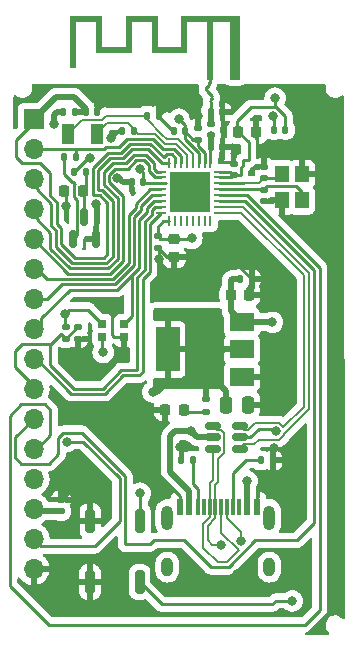
<source format=gtl>
%TF.GenerationSoftware,KiCad,Pcbnew,(6.0.10)*%
%TF.CreationDate,2023-01-25T23:47:30-05:00*%
%TF.ProjectId,espc4synth,65737063-3473-4796-9e74-682e6b696361,1*%
%TF.SameCoordinates,Original*%
%TF.FileFunction,Copper,L1,Top*%
%TF.FilePolarity,Positive*%
%FSLAX46Y46*%
G04 Gerber Fmt 4.6, Leading zero omitted, Abs format (unit mm)*
G04 Created by KiCad (PCBNEW (6.0.10)) date 2023-01-25 23:47:30*
%MOMM*%
%LPD*%
G01*
G04 APERTURE LIST*
G04 Aperture macros list*
%AMRoundRect*
0 Rectangle with rounded corners*
0 $1 Rounding radius*
0 $2 $3 $4 $5 $6 $7 $8 $9 X,Y pos of 4 corners*
0 Add a 4 corners polygon primitive as box body*
4,1,4,$2,$3,$4,$5,$6,$7,$8,$9,$2,$3,0*
0 Add four circle primitives for the rounded corners*
1,1,$1+$1,$2,$3*
1,1,$1+$1,$4,$5*
1,1,$1+$1,$6,$7*
1,1,$1+$1,$8,$9*
0 Add four rect primitives between the rounded corners*
20,1,$1+$1,$2,$3,$4,$5,0*
20,1,$1+$1,$4,$5,$6,$7,0*
20,1,$1+$1,$6,$7,$8,$9,0*
20,1,$1+$1,$8,$9,$2,$3,0*%
G04 Aperture macros list end*
%TA.AperFunction,SMDPad,CuDef*%
%ADD10RoundRect,0.218750X-0.218750X-0.256250X0.218750X-0.256250X0.218750X0.256250X-0.218750X0.256250X0*%
%TD*%
%TA.AperFunction,SMDPad,CuDef*%
%ADD11RoundRect,0.250000X-0.250000X-0.475000X0.250000X-0.475000X0.250000X0.475000X-0.250000X0.475000X0*%
%TD*%
%TA.AperFunction,SMDPad,CuDef*%
%ADD12RoundRect,0.140000X-0.170000X0.140000X-0.170000X-0.140000X0.170000X-0.140000X0.170000X0.140000X0*%
%TD*%
%TA.AperFunction,SMDPad,CuDef*%
%ADD13RoundRect,0.140000X0.170000X-0.140000X0.170000X0.140000X-0.170000X0.140000X-0.170000X-0.140000X0*%
%TD*%
%TA.AperFunction,SMDPad,CuDef*%
%ADD14RoundRect,0.147500X0.172500X-0.147500X0.172500X0.147500X-0.172500X0.147500X-0.172500X-0.147500X0*%
%TD*%
%TA.AperFunction,ComponentPad*%
%ADD15R,1.700000X1.700000*%
%TD*%
%TA.AperFunction,ComponentPad*%
%ADD16O,1.700000X1.700000*%
%TD*%
%TA.AperFunction,SMDPad,CuDef*%
%ADD17RoundRect,0.140000X-0.140000X-0.170000X0.140000X-0.170000X0.140000X0.170000X-0.140000X0.170000X0*%
%TD*%
%TA.AperFunction,SMDPad,CuDef*%
%ADD18R,1.000000X1.800000*%
%TD*%
%TA.AperFunction,SMDPad,CuDef*%
%ADD19RoundRect,0.135000X-0.135000X-0.185000X0.135000X-0.185000X0.135000X0.185000X-0.135000X0.185000X0*%
%TD*%
%TA.AperFunction,SMDPad,CuDef*%
%ADD20RoundRect,0.135000X-0.185000X0.135000X-0.185000X-0.135000X0.185000X-0.135000X0.185000X0.135000X0*%
%TD*%
%TA.AperFunction,SMDPad,CuDef*%
%ADD21RoundRect,0.140000X0.140000X0.170000X-0.140000X0.170000X-0.140000X-0.170000X0.140000X-0.170000X0*%
%TD*%
%TA.AperFunction,SMDPad,CuDef*%
%ADD22RoundRect,0.225000X-0.225000X-0.250000X0.225000X-0.250000X0.225000X0.250000X-0.225000X0.250000X0*%
%TD*%
%TA.AperFunction,SMDPad,CuDef*%
%ADD23RoundRect,0.062500X-0.062500X0.375000X-0.062500X-0.375000X0.062500X-0.375000X0.062500X0.375000X0*%
%TD*%
%TA.AperFunction,SMDPad,CuDef*%
%ADD24RoundRect,0.062500X-0.375000X0.062500X-0.375000X-0.062500X0.375000X-0.062500X0.375000X0.062500X0*%
%TD*%
%TA.AperFunction,SMDPad,CuDef*%
%ADD25R,3.450000X3.450000*%
%TD*%
%TA.AperFunction,SMDPad,CuDef*%
%ADD26RoundRect,0.200000X0.200000X0.800000X-0.200000X0.800000X-0.200000X-0.800000X0.200000X-0.800000X0*%
%TD*%
%TA.AperFunction,ComponentPad*%
%ADD27O,1.000000X1.600000*%
%TD*%
%TA.AperFunction,ComponentPad*%
%ADD28O,1.000000X2.100000*%
%TD*%
%TA.AperFunction,CastellatedPad*%
%ADD29O,1.000000X2.100000*%
%TD*%
%TA.AperFunction,SMDPad,CuDef*%
%ADD30R,0.600000X1.450000*%
%TD*%
%TA.AperFunction,SMDPad,CuDef*%
%ADD31R,0.300000X1.450000*%
%TD*%
%TA.AperFunction,SMDPad,CuDef*%
%ADD32RoundRect,0.150000X0.150000X-0.587500X0.150000X0.587500X-0.150000X0.587500X-0.150000X-0.587500X0*%
%TD*%
%TA.AperFunction,SMDPad,CuDef*%
%ADD33R,1.200000X1.400000*%
%TD*%
%TA.AperFunction,SMDPad,CuDef*%
%ADD34RoundRect,0.135000X0.135000X0.185000X-0.135000X0.185000X-0.135000X-0.185000X0.135000X-0.185000X0*%
%TD*%
%TA.AperFunction,SMDPad,CuDef*%
%ADD35RoundRect,0.150000X0.512500X0.150000X-0.512500X0.150000X-0.512500X-0.150000X0.512500X-0.150000X0*%
%TD*%
%TA.AperFunction,SMDPad,CuDef*%
%ADD36RoundRect,0.147500X-0.147500X-0.172500X0.147500X-0.172500X0.147500X0.172500X-0.147500X0.172500X0*%
%TD*%
%TA.AperFunction,SMDPad,CuDef*%
%ADD37R,2.000000X1.500000*%
%TD*%
%TA.AperFunction,SMDPad,CuDef*%
%ADD38R,2.000000X3.800000*%
%TD*%
%TA.AperFunction,SMDPad,CuDef*%
%ADD39RoundRect,0.225000X-0.250000X0.225000X-0.250000X-0.225000X0.250000X-0.225000X0.250000X0.225000X0*%
%TD*%
%TA.AperFunction,SMDPad,CuDef*%
%ADD40R,0.700000X0.700000*%
%TD*%
%TA.AperFunction,ConnectorPad*%
%ADD41R,0.500000X0.500000*%
%TD*%
%TA.AperFunction,ComponentPad*%
%ADD42R,0.900000X0.500000*%
%TD*%
%TA.AperFunction,ViaPad*%
%ADD43C,0.800000*%
%TD*%
%TA.AperFunction,Conductor*%
%ADD44C,0.250000*%
%TD*%
%TA.AperFunction,Conductor*%
%ADD45C,0.200000*%
%TD*%
%TA.AperFunction,Conductor*%
%ADD46C,0.500000*%
%TD*%
G04 APERTURE END LIST*
%TO.C,AE1*%
G36*
X32100000Y-32150000D02*
G01*
X32100000Y-31891842D01*
X32401778Y-31891842D01*
X32408309Y-31941368D01*
X32428868Y-31986553D01*
X32462511Y-32021787D01*
X32481122Y-32032400D01*
X32526637Y-32045300D01*
X32575156Y-32046043D01*
X32617819Y-32033935D01*
X32625731Y-32029581D01*
X32663674Y-31996797D01*
X32687742Y-31954395D01*
X32697583Y-31906785D01*
X32692847Y-31858378D01*
X32673185Y-31813584D01*
X32638245Y-31776814D01*
X32605353Y-31759908D01*
X32557267Y-31752018D01*
X32507682Y-31758592D01*
X32462372Y-31778687D01*
X32427112Y-31811357D01*
X32410218Y-31843583D01*
X32401778Y-31891842D01*
X32100000Y-31891842D01*
X32100000Y-27250000D01*
X30700000Y-27250000D01*
X30700000Y-32150000D01*
X30200000Y-32150000D01*
X30200000Y-27250000D01*
X28500000Y-27250000D01*
X28500000Y-29890000D01*
X25500000Y-29890000D01*
X25500000Y-27250000D01*
X23800000Y-27250000D01*
X23800000Y-29890000D01*
X20800000Y-29890000D01*
X20800000Y-27250000D01*
X19100000Y-27250000D01*
X19100000Y-31190000D01*
X18600000Y-31190000D01*
X18600000Y-26750000D01*
X21300000Y-26750000D01*
X21300000Y-29390000D01*
X23300000Y-29390000D01*
X23300000Y-26750000D01*
X26000000Y-26750000D01*
X26000000Y-29390000D01*
X28000000Y-29390000D01*
X28000000Y-26750000D01*
X33000000Y-26750000D01*
X33000000Y-32150000D01*
X32100000Y-32150000D01*
G37*
%TD*%
D10*
%TO.P,D1,1,K*%
%TO.N,GND*%
X26662500Y-60100000D03*
%TO.P,D1,2,A*%
%TO.N,Net-(D1-Pad2)*%
X28237500Y-60100000D03*
%TD*%
D11*
%TO.P,C10,1*%
%TO.N,+3V3*%
X31775000Y-59675000D03*
%TO.P,C10,2*%
%TO.N,GND*%
X33675000Y-59675000D03*
%TD*%
D12*
%TO.P,C19,1*%
%TO.N,/BOOT*%
X19300000Y-53120000D03*
%TO.P,C19,2*%
%TO.N,GND*%
X19300000Y-54080000D03*
%TD*%
D13*
%TO.P,C12,1*%
%TO.N,+3V3*%
X32450000Y-40230000D03*
%TO.P,C12,2*%
%TO.N,GND*%
X32450000Y-39270000D03*
%TD*%
D14*
%TO.P,L1,1*%
%TO.N,Net-(C3-Pad1)*%
X30500000Y-36885000D03*
%TO.P,L1,2*%
%TO.N,/ANT*%
X30500000Y-35915000D03*
%TD*%
D15*
%TO.P,J2,1,Pin_1*%
%TO.N,/RESET*%
X15500000Y-35500000D03*
D16*
%TO.P,J2,2,Pin_2*%
%TO.N,/GPIO2*%
X15500000Y-38040000D03*
%TO.P,J2,3,Pin_3*%
%TO.N,/GPIO3*%
X15500000Y-40580000D03*
%TO.P,J2,4,Pin_4*%
%TO.N,/GPIO4*%
X15500000Y-43120000D03*
%TO.P,J2,5,Pin_5*%
%TO.N,/GPIO5*%
X15500000Y-45660000D03*
%TO.P,J2,6,Pin_6*%
%TO.N,/GPIO6*%
X15500000Y-48200000D03*
%TO.P,J2,7,Pin_7*%
%TO.N,/GPIO7*%
X15500000Y-50740000D03*
%TO.P,J2,8,Pin_8*%
%TO.N,/GPIO8*%
X15500000Y-53280000D03*
%TO.P,J2,9,Pin_9*%
%TO.N,/GPIO10*%
X15500000Y-55820000D03*
%TO.P,J2,10,Pin_10*%
%TO.N,/BOOT*%
X15500000Y-58360000D03*
%TO.P,J2,11,Pin_11*%
%TO.N,/GPIO20*%
X15500000Y-60900000D03*
%TO.P,J2,12,Pin_12*%
%TO.N,/GPIO21*%
X15500000Y-63440000D03*
%TO.P,J2,13,Pin_13*%
%TO.N,/3p3*%
X15500000Y-65980000D03*
%TO.P,J2,14,Pin_14*%
%TO.N,+3V3*%
X15500000Y-68520000D03*
%TO.P,J2,15,Pin_15*%
%TO.N,/DOUT*%
X15500000Y-71060000D03*
%TO.P,J2,16,Pin_16*%
%TO.N,GND*%
X15500000Y-73600000D03*
%TD*%
D17*
%TO.P,C5,1*%
%TO.N,/XTAL32P*%
X25120000Y-35200000D03*
%TO.P,C5,2*%
%TO.N,GND*%
X26080000Y-35200000D03*
%TD*%
D18*
%TO.P,Y1,1,1*%
%TO.N,/XTAL32P*%
X18375000Y-36750000D03*
%TO.P,Y1,2,2*%
%TO.N,/XTAL32N*%
X20875000Y-36750000D03*
%TD*%
D17*
%TO.P,C2,1*%
%TO.N,/RESET*%
X19920000Y-34925000D03*
%TO.P,C2,2*%
%TO.N,GND*%
X20880000Y-34925000D03*
%TD*%
D13*
%TO.P,C8,1*%
%TO.N,/XTALP*%
X35025000Y-40530000D03*
%TO.P,C8,2*%
%TO.N,GND*%
X35025000Y-39570000D03*
%TD*%
D19*
%TO.P,R1,1*%
%TO.N,+3V3*%
X17965000Y-34900000D03*
%TO.P,R1,2*%
%TO.N,/RESET*%
X18985000Y-34900000D03*
%TD*%
D17*
%TO.P,C3,1*%
%TO.N,Net-(C3-Pad1)*%
X30500000Y-37890000D03*
%TO.P,C3,2*%
%TO.N,GND*%
X31460000Y-37890000D03*
%TD*%
D20*
%TO.P,R4,1*%
%TO.N,+3V3*%
X30075000Y-59240000D03*
%TO.P,R4,2*%
%TO.N,Net-(D1-Pad2)*%
X30075000Y-60260000D03*
%TD*%
D19*
%TO.P,R7,1*%
%TO.N,Net-(Q1-Pad1)*%
X18080000Y-38700000D03*
%TO.P,R7,2*%
%TO.N,/GPIO2*%
X19100000Y-38700000D03*
%TD*%
D21*
%TO.P,C6,1*%
%TO.N,/XTAL32N*%
X23980000Y-36500000D03*
%TO.P,C6,2*%
%TO.N,GND*%
X23020000Y-36500000D03*
%TD*%
D22*
%TO.P,C11,1*%
%TO.N,+3V3*%
X32825000Y-36600000D03*
%TO.P,C11,2*%
%TO.N,GND*%
X34375000Y-36600000D03*
%TD*%
D23*
%TO.P,U2,1,LNA_IN*%
%TO.N,Net-(C3-Pad1)*%
X30480000Y-39252500D03*
%TO.P,U2,2,VDD3P3*%
%TO.N,/3p3*%
X29980000Y-39252500D03*
%TO.P,U2,3,VDD3P3*%
X29480000Y-39252500D03*
%TO.P,U2,4,XTAL_32K_P/ADC1_CH0*%
%TO.N,/XTAL32P*%
X28980000Y-39252500D03*
%TO.P,U2,5,XTAL_32K_N/ADC1_CH1*%
%TO.N,/XTAL32N*%
X28480000Y-39252500D03*
%TO.P,U2,6,GPIO2/ADC1_CH2*%
%TO.N,/GPIO2*%
X27980000Y-39252500D03*
%TO.P,U2,7,CHIP_EN*%
%TO.N,/RESET*%
X27480000Y-39252500D03*
%TO.P,U2,8,GPIO3/ADC1_CH3*%
%TO.N,/GPIO3*%
X26980000Y-39252500D03*
D24*
%TO.P,U2,9,MTMS/GPIO4/ADC1_CH4*%
%TO.N,/GPIO4*%
X26292500Y-39940000D03*
%TO.P,U2,10,MTDI/GPIO5/ADC2_CH0*%
%TO.N,/GPIO5*%
X26292500Y-40440000D03*
%TO.P,U2,11,VDD3P3_RTC*%
%TO.N,/3p3*%
X26292500Y-40940000D03*
%TO.P,U2,12,MTCK/GPIO6*%
%TO.N,/GPIO6*%
X26292500Y-41440000D03*
%TO.P,U2,13,MTDO/GPIO7*%
%TO.N,/GPIO7*%
X26292500Y-41940000D03*
%TO.P,U2,14,GPIO8*%
%TO.N,/GPIO8*%
X26292500Y-42440000D03*
%TO.P,U2,15,GPIO9/BOOT*%
%TO.N,/BOOT*%
X26292500Y-42940000D03*
%TO.P,U2,16,GPIO10*%
%TO.N,/GPIO10*%
X26292500Y-43440000D03*
D23*
%TO.P,U2,17,VDD3P3_CPU*%
%TO.N,/3p3*%
X26980000Y-44127500D03*
%TO.P,U2,18,VDD_SPI/GPIO11*%
%TO.N,unconnected-(U2-Pad18)*%
X27480000Y-44127500D03*
%TO.P,U2,19,SPIHD/GPIO12*%
%TO.N,unconnected-(U2-Pad19)*%
X27980000Y-44127500D03*
%TO.P,U2,20,SPIWP/GPIO13*%
%TO.N,unconnected-(U2-Pad20)*%
X28480000Y-44127500D03*
%TO.P,U2,21,SPICS0/GPIO14*%
%TO.N,unconnected-(U2-Pad21)*%
X28980000Y-44127500D03*
%TO.P,U2,22,SPICLK/GPIO15*%
%TO.N,unconnected-(U2-Pad22)*%
X29480000Y-44127500D03*
%TO.P,U2,23,SPID/GPIO16*%
%TO.N,unconnected-(U2-Pad23)*%
X29980000Y-44127500D03*
%TO.P,U2,24,SPIQ/GPIO17*%
%TO.N,unconnected-(U2-Pad24)*%
X30480000Y-44127500D03*
D24*
%TO.P,U2,25,GPIO18/USB_D-*%
%TO.N,/USB_D-*%
X31167500Y-43440000D03*
%TO.P,U2,26,GPIO19/USB_D+*%
%TO.N,/USB_D+*%
X31167500Y-42940000D03*
%TO.P,U2,27,U0RXD/GPIO20*%
%TO.N,/GPIO20*%
X31167500Y-42440000D03*
%TO.P,U2,28,U0TXD/GPIO21*%
%TO.N,/GPIO21*%
X31167500Y-41940000D03*
%TO.P,U2,29,XTAL_N*%
%TO.N,/XTALN*%
X31167500Y-41440000D03*
%TO.P,U2,30,XTAL_P*%
%TO.N,/XTALP*%
X31167500Y-40940000D03*
%TO.P,U2,31,VDDA*%
%TO.N,+3V3*%
X31167500Y-40440000D03*
%TO.P,U2,32,VDDA*%
X31167500Y-39940000D03*
D25*
%TO.P,U2,33,GND*%
%TO.N,GND*%
X28730000Y-41690000D03*
%TD*%
D26*
%TO.P,SW1,1,1*%
%TO.N,/RESET*%
X24475000Y-74700000D03*
%TO.P,SW1,2,2*%
%TO.N,GND*%
X20275000Y-74700000D03*
%TD*%
D13*
%TO.P,C17,1*%
%TO.N,/3p3*%
X29400000Y-37230000D03*
%TO.P,C17,2*%
%TO.N,GND*%
X29400000Y-36270000D03*
%TD*%
D27*
%TO.P,J1,*%
%TO.N,*%
X35470000Y-73424951D03*
D28*
X35470000Y-69244951D03*
D29*
X26830000Y-69244951D03*
D30*
%TO.P,J1,A1,GND*%
%TO.N,GND*%
X27900000Y-68329951D03*
%TO.P,J1,A4,VBUS*%
%TO.N,VBUS*%
X28700000Y-68329951D03*
D31*
%TO.P,J1,A5,CC1*%
%TO.N,unconnected-(J1-PadA5)*%
X29900000Y-68329951D03*
%TO.P,J1,A6,D+*%
%TO.N,/USBC-*%
X30900000Y-68329951D03*
%TO.P,J1,A7,D-*%
%TO.N,/USBC+*%
X31400000Y-68329951D03*
%TO.P,J1,A8,SBU1*%
%TO.N,Net-(J1-PadA8)*%
X32400000Y-68329951D03*
D30*
%TO.P,J1,A9,VBUS*%
%TO.N,VBUS*%
X33600000Y-68329951D03*
%TO.P,J1,A12,GND*%
%TO.N,GND*%
X34400000Y-68329951D03*
%TO.P,J1,B1,GND*%
X34400000Y-68329951D03*
%TO.P,J1,B4,VBUS*%
%TO.N,VBUS*%
X33600000Y-68329951D03*
D31*
%TO.P,J1,B5,CC2*%
%TO.N,unconnected-(J1-PadB5)*%
X32900000Y-68329951D03*
%TO.P,J1,B6,D+*%
%TO.N,/USBC-*%
X31900000Y-68329951D03*
%TO.P,J1,B7,D-*%
%TO.N,/USBC+*%
X30400000Y-68329951D03*
%TO.P,J1,B8,SBU2*%
%TO.N,Net-(J1-PadB8)*%
X29400000Y-68329951D03*
D30*
%TO.P,J1,B9,VBUS*%
%TO.N,VBUS*%
X28700000Y-68329951D03*
%TO.P,J1,B12,GND*%
%TO.N,GND*%
X27900000Y-68329951D03*
D27*
%TO.P,J1,S1,SHIELD*%
%TO.N,unconnected-(J1-PadS1)*%
X26830000Y-73424951D03*
%TD*%
D26*
%TO.P,SW2,1,1*%
%TO.N,/BOOT*%
X24500000Y-69525000D03*
%TO.P,SW2,2,2*%
%TO.N,GND*%
X20300000Y-69525000D03*
%TD*%
D32*
%TO.P,Q1,1,B*%
%TO.N,Net-(Q1-Pad1)*%
X18850000Y-45637500D03*
%TO.P,Q1,2,E*%
%TO.N,GND*%
X20750000Y-45637500D03*
%TO.P,Q1,3,C*%
%TO.N,Net-(D3-Pad2)*%
X19800000Y-43762500D03*
%TD*%
D33*
%TO.P,Y2,1,1*%
%TO.N,/XTALP*%
X36500000Y-40175000D03*
%TO.P,Y2,2,2*%
%TO.N,GND*%
X36500000Y-42375000D03*
%TO.P,Y2,3,3*%
%TO.N,/XTALN*%
X38200000Y-42375000D03*
%TO.P,Y2,4,4*%
%TO.N,GND*%
X38200000Y-40175000D03*
%TD*%
D20*
%TO.P,R5,1*%
%TO.N,+3V3*%
X18250000Y-53065000D03*
%TO.P,R5,2*%
%TO.N,/BOOT*%
X18250000Y-54085000D03*
%TD*%
D17*
%TO.P,C4,1*%
%TO.N,/ANT*%
X30495000Y-34900000D03*
%TO.P,C4,2*%
%TO.N,GND*%
X31455000Y-34900000D03*
%TD*%
D34*
%TO.P,R3,1*%
%TO.N,Net-(J1-PadB8)*%
X28985000Y-64399951D03*
%TO.P,R3,2*%
%TO.N,GND*%
X27965000Y-64399951D03*
%TD*%
D13*
%TO.P,C13,1*%
%TO.N,+3V3*%
X17825000Y-68705000D03*
%TO.P,C13,2*%
%TO.N,GND*%
X17825000Y-67745000D03*
%TD*%
D19*
%TO.P,R2,1*%
%TO.N,Net-(J1-PadA8)*%
X34765000Y-64399951D03*
%TO.P,R2,2*%
%TO.N,GND*%
X35785000Y-64399951D03*
%TD*%
D10*
%TO.P,D3,1,K*%
%TO.N,GND*%
X18112500Y-41600000D03*
%TO.P,D3,2,A*%
%TO.N,Net-(D3-Pad2)*%
X19687500Y-41600000D03*
%TD*%
D35*
%TO.P,U1,1,I/O1*%
%TO.N,/USB_D+*%
X32962500Y-63399951D03*
%TO.P,U1,2,GND*%
%TO.N,GND*%
X32962500Y-62449951D03*
%TO.P,U1,3,I/O2*%
%TO.N,/USB_D-*%
X32962500Y-61499951D03*
%TO.P,U1,4,I/O2*%
%TO.N,/USBC-*%
X30687500Y-61499951D03*
%TO.P,U1,5,VBUS*%
%TO.N,VBUS*%
X30687500Y-62449951D03*
%TO.P,U1,6,I/O1*%
%TO.N,/USBC+*%
X30687500Y-63399951D03*
%TD*%
D17*
%TO.P,C1,1*%
%TO.N,VBUS*%
X32995000Y-49050000D03*
%TO.P,C1,2*%
%TO.N,GND*%
X33955000Y-49050000D03*
%TD*%
D36*
%TO.P,L2,1*%
%TO.N,/3p3*%
X35830000Y-36400000D03*
%TO.P,L2,2*%
%TO.N,+3V3*%
X36800000Y-36400000D03*
%TD*%
D37*
%TO.P,U3,1,GND*%
%TO.N,GND*%
X33150000Y-57300000D03*
D38*
%TO.P,U3,2,VO*%
%TO.N,+3V3*%
X26850000Y-55000000D03*
D37*
X33150000Y-55000000D03*
%TO.P,U3,3,VI*%
%TO.N,VBUS*%
X33150000Y-52700000D03*
%TD*%
D22*
%TO.P,C9,1*%
%TO.N,VBUS*%
X32200000Y-50375000D03*
%TO.P,C9,2*%
%TO.N,GND*%
X33750000Y-50375000D03*
%TD*%
D39*
%TO.P,C14,1*%
%TO.N,/3p3*%
X27400000Y-45625000D03*
%TO.P,C14,2*%
%TO.N,GND*%
X27400000Y-47175000D03*
%TD*%
D40*
%TO.P,D2,1,VDD*%
%TO.N,+3V3*%
X21335000Y-52850000D03*
%TO.P,D2,2,DOUT*%
%TO.N,/DOUT*%
X21335000Y-53950000D03*
%TO.P,D2,3,VSS*%
%TO.N,GND*%
X23165000Y-53950000D03*
%TO.P,D2,4,DIN*%
%TO.N,/GPIO8*%
X23165000Y-52850000D03*
%TD*%
D21*
%TO.P,C16,1*%
%TO.N,/3p3*%
X24780000Y-40800000D03*
%TO.P,C16,2*%
%TO.N,GND*%
X23820000Y-40800000D03*
%TD*%
D19*
%TO.P,R6,1*%
%TO.N,+3V3*%
X18890000Y-40000000D03*
%TO.P,R6,2*%
%TO.N,Net-(D3-Pad2)*%
X19910000Y-40000000D03*
%TD*%
D12*
%TO.P,C15,1*%
%TO.N,/3p3*%
X26000000Y-45420000D03*
%TO.P,C15,2*%
%TO.N,GND*%
X26000000Y-46380000D03*
%TD*%
%TO.P,C7,1*%
%TO.N,/XTALN*%
X35025000Y-41470000D03*
%TO.P,C7,2*%
%TO.N,GND*%
X35025000Y-42430000D03*
%TD*%
D21*
%TO.P,C18,1*%
%TO.N,/3p3*%
X28330000Y-36550000D03*
%TO.P,C18,2*%
%TO.N,GND*%
X27370000Y-36550000D03*
%TD*%
D41*
%TO.P,AE1,1*%
%TO.N,/ANT*%
X30450000Y-31900000D03*
D42*
%TO.P,AE1,2*%
%TO.N,GND*%
X32550000Y-31900000D03*
%TD*%
D43*
%TO.N,GND*%
X18500000Y-70200000D03*
%TO.N,VBUS*%
X33575000Y-66150000D03*
%TO.N,/USBC-*%
X33094622Y-71230378D03*
X31375000Y-71525000D03*
%TO.N,GND*%
X24675000Y-65050000D03*
X21625000Y-51125000D03*
%TO.N,/DOUT*%
X21400000Y-55250000D03*
X18325000Y-62800000D03*
%TO.N,GND*%
X38225000Y-33150000D03*
%TO.N,+3V3*%
X28925000Y-53958333D03*
X26825000Y-57825000D03*
X28925000Y-55666666D03*
X31050000Y-55608332D03*
X26975000Y-52250000D03*
X31025000Y-52275000D03*
X31025000Y-53941666D03*
X28925000Y-52250000D03*
X35956115Y-33724500D03*
X20300000Y-38800000D03*
X17200000Y-35925000D03*
X18200000Y-51990000D03*
X31125000Y-57275000D03*
X25600000Y-58600000D03*
X28925000Y-57375000D03*
%TO.N,/BOOT*%
X24525000Y-67175000D03*
%TO.N,GND*%
X32650000Y-38200000D03*
X36005378Y-61930378D03*
X32700000Y-74050000D03*
X32400000Y-47500000D03*
X18650000Y-72750000D03*
X26600000Y-34574500D03*
X18274500Y-42880064D03*
X35825000Y-63375000D03*
X38125000Y-44500000D03*
X26093649Y-47381753D03*
X27924500Y-63299951D03*
X18372300Y-66922300D03*
X22600000Y-40500000D03*
X21375000Y-34124500D03*
X18300000Y-55675500D03*
X35225000Y-54400000D03*
X22050000Y-37100000D03*
X29400000Y-35250000D03*
X20820454Y-42679546D03*
X35850000Y-49175000D03*
X29950000Y-41200000D03*
%TO.N,/RESET*%
X37400000Y-76300000D03*
%TO.N,VBUS*%
X35725000Y-52700000D03*
X28850000Y-61924951D03*
%TO.N,/3p3*%
X27800000Y-35500000D03*
X24512701Y-39687299D03*
X35749951Y-35224549D03*
X28900000Y-45600000D03*
%TD*%
D44*
%TO.N,/GPIO21*%
X33567391Y-41940000D02*
X31167500Y-41940000D01*
X39725000Y-77025000D02*
X39725000Y-48097609D01*
X39725000Y-48097609D02*
X33567391Y-41940000D01*
X38450000Y-78300000D02*
X39725000Y-77025000D01*
X13500000Y-75000000D02*
X16800000Y-78300000D01*
X16800000Y-78300000D02*
X38450000Y-78300000D01*
X14475000Y-59650000D02*
X13500000Y-60625000D01*
X13500000Y-60625000D02*
X13500000Y-75000000D01*
X16450001Y-59650000D02*
X14475000Y-59650000D01*
X16925000Y-60124999D02*
X16450001Y-59650000D01*
X15750000Y-63440000D02*
X16925000Y-62265000D01*
X16925000Y-62265000D02*
X16925000Y-60124999D01*
%TO.N,+3V3*%
X36800000Y-35249293D02*
X36800000Y-36400000D01*
X35956115Y-33724500D02*
X35956115Y-34405408D01*
X35956115Y-34405408D02*
X36800000Y-35249293D01*
%TO.N,/DOUT*%
X16090000Y-71650000D02*
X15500000Y-71060000D01*
X22800000Y-69525000D02*
X20675000Y-71650000D01*
X22800000Y-65925000D02*
X22800000Y-69525000D01*
X19675000Y-62800000D02*
X22800000Y-65925000D01*
X18325000Y-62800000D02*
X19675000Y-62800000D01*
X20675000Y-71650000D02*
X16090000Y-71650000D01*
%TO.N,/GPIO20*%
X13950000Y-62450000D02*
X15500000Y-60900000D01*
X13950000Y-64150000D02*
X13950000Y-62450000D01*
X14475000Y-64675000D02*
X13950000Y-64150000D01*
X16800000Y-64675000D02*
X14475000Y-64675000D01*
X17600000Y-63875000D02*
X16800000Y-64675000D01*
X17600000Y-62499695D02*
X17600000Y-63875000D01*
X18024695Y-62075000D02*
X17600000Y-62499695D01*
X19586396Y-62075000D02*
X18024695Y-62075000D01*
X23250000Y-65738604D02*
X19586396Y-62075000D01*
X23250000Y-71510000D02*
X23250000Y-65738604D01*
X25688653Y-71174951D02*
X25353604Y-71510000D01*
X28274951Y-71174951D02*
X25688653Y-71174951D01*
X39275000Y-69700000D02*
X37800049Y-71174951D01*
X37800049Y-71174951D02*
X34275049Y-71174951D01*
X32012500Y-73437500D02*
X30537500Y-73437500D01*
X30537500Y-73437500D02*
X28274951Y-71174951D01*
X34275049Y-71174951D02*
X32012500Y-73437500D01*
X33430995Y-42440000D02*
X39275000Y-48284005D01*
X25353604Y-71510000D02*
X23250000Y-71510000D01*
X31167500Y-42440000D02*
X33430995Y-42440000D01*
X39275000Y-48284005D02*
X39275000Y-69700000D01*
%TO.N,+3V3*%
X18200000Y-53015000D02*
X18250000Y-53065000D01*
X18200000Y-51990000D02*
X18200000Y-53015000D01*
X20135000Y-51650000D02*
X21335000Y-52850000D01*
X18200000Y-51990000D02*
X18540000Y-51650000D01*
X18540000Y-51650000D02*
X20135000Y-51650000D01*
%TO.N,/GPIO8*%
X18550000Y-49950000D02*
X16155698Y-52344302D01*
X16155698Y-52344302D02*
X16155698Y-52874302D01*
X22568376Y-49950000D02*
X18550000Y-49950000D01*
X23825000Y-48693376D02*
X22568376Y-49950000D01*
X23825000Y-52190000D02*
X23825000Y-48693376D01*
X23165000Y-52850000D02*
X23825000Y-52190000D01*
X16155698Y-52874302D02*
X15750000Y-53280000D01*
%TO.N,/GPIO7*%
X24000000Y-47881980D02*
X22381980Y-49500000D01*
X24000000Y-43823312D02*
X24000000Y-47881980D01*
X22381980Y-49500000D02*
X17875000Y-49500000D01*
X24630000Y-42844200D02*
X24630000Y-43193312D01*
X25534200Y-41940000D02*
X24630000Y-42844200D01*
X24630000Y-43193312D02*
X24000000Y-43823312D01*
X17875000Y-49500000D02*
X16635000Y-50740000D01*
X26292500Y-41940000D02*
X25534200Y-41940000D01*
X16635000Y-50740000D02*
X15750000Y-50740000D01*
%TO.N,/GPIO6*%
X16600000Y-49050000D02*
X15750000Y-48200000D01*
X24180000Y-43006916D02*
X23550000Y-43636916D01*
X22195584Y-49050000D02*
X16600000Y-49050000D01*
X24180000Y-42657804D02*
X24180000Y-43006916D01*
X23550000Y-47695584D02*
X22195584Y-49050000D01*
X25397804Y-41440000D02*
X24180000Y-42657804D01*
X23550000Y-43636916D02*
X23550000Y-47695584D01*
X26292500Y-41440000D02*
X25397804Y-41440000D01*
D45*
%TO.N,/USBC-*%
X33094622Y-70499573D02*
X31900000Y-69304951D01*
X33094622Y-71230378D02*
X33094622Y-70499573D01*
X31900000Y-69304951D02*
X31900000Y-68329951D01*
%TO.N,/USBC+*%
X31836460Y-73012500D02*
X32861980Y-71986980D01*
X31087500Y-73012500D02*
X31836460Y-73012500D01*
X31400000Y-70525000D02*
X31400000Y-68329951D01*
X29850000Y-71775000D02*
X31087500Y-73012500D01*
X30400000Y-69225000D02*
X29850000Y-69775000D01*
X32861980Y-71986980D02*
X31400000Y-70525000D01*
X30400000Y-68329951D02*
X30400000Y-69225000D01*
X29850000Y-69775000D02*
X29850000Y-71775000D01*
%TO.N,/USBC-*%
X30900000Y-69290686D02*
X30900000Y-68329951D01*
X30250000Y-69940686D02*
X30900000Y-69290686D01*
X30250000Y-71125000D02*
X30250000Y-69940686D01*
X30650000Y-71525000D02*
X30250000Y-71125000D01*
X31375000Y-71525000D02*
X30650000Y-71525000D01*
D46*
%TO.N,VBUS*%
X33575000Y-68304951D02*
X33600000Y-68329951D01*
X33575000Y-66150000D02*
X33575000Y-68304951D01*
D45*
%TO.N,/USBC+*%
X30687500Y-63399951D02*
X30687500Y-66044300D01*
X30687500Y-66044300D02*
X30425000Y-66306800D01*
X30425000Y-66306800D02*
X30425000Y-66950000D01*
X30425000Y-66950000D02*
X30425000Y-67217450D01*
%TO.N,/USBC-*%
X30900000Y-67242450D02*
X30900000Y-68329951D01*
X30875000Y-66493200D02*
X30875000Y-67217450D01*
%TO.N,/USBC+*%
X30400000Y-67242450D02*
X30400000Y-68329951D01*
%TO.N,/USBC-*%
X31137500Y-66230700D02*
X30875000Y-66493200D01*
%TO.N,/USBC+*%
X30425000Y-67217450D02*
X30400000Y-67242450D01*
%TO.N,/USBC-*%
X30875000Y-67217450D02*
X30900000Y-67242450D01*
X31137500Y-64248847D02*
X31137500Y-66230700D01*
X31650000Y-63736347D02*
X31137500Y-64248847D01*
X31650000Y-62113555D02*
X31650000Y-63736347D01*
X31386396Y-61849951D02*
X31650000Y-62113555D01*
X31037500Y-61849951D02*
X31386396Y-61849951D01*
X30687500Y-61499951D02*
X31037500Y-61849951D01*
D44*
%TO.N,GND*%
X25523674Y-65050000D02*
X24675000Y-65050000D01*
X26843099Y-66369425D02*
X25523674Y-65050000D01*
X35825000Y-61750000D02*
X36005378Y-61930378D01*
X34550000Y-61750000D02*
X35825000Y-61750000D01*
X33850049Y-62449951D02*
X34550000Y-61750000D01*
X32962500Y-62449951D02*
X33850049Y-62449951D01*
D45*
%TO.N,/USB_D-*%
X38386231Y-48729431D02*
X33071801Y-43415001D01*
%TO.N,/USB_D+*%
X31192499Y-42964999D02*
X31167500Y-42940000D01*
X33258199Y-42964999D02*
X31192499Y-42964999D01*
%TO.N,/USB_D-*%
X31192499Y-43415001D02*
X31167500Y-43440000D01*
%TO.N,/USB_D+*%
X38836231Y-48543031D02*
X33258199Y-42964999D01*
%TO.N,/USB_D-*%
X33071801Y-43415001D02*
X31192499Y-43415001D01*
X38386231Y-59845569D02*
X38386231Y-48729431D01*
%TO.N,/USB_D+*%
X38836231Y-60031969D02*
X38836231Y-48543031D01*
%TO.N,/USB_D-*%
X36648375Y-61583425D02*
X38386231Y-59845569D01*
%TO.N,/USB_D+*%
X36705378Y-62162822D02*
X38836231Y-60031969D01*
%TO.N,/USB_D-*%
X36295328Y-61230378D02*
X36648375Y-61583425D01*
X34280969Y-61230378D02*
X36295328Y-61230378D01*
X33661396Y-61849951D02*
X34280969Y-61230378D01*
X33312500Y-61849951D02*
X33661396Y-61849951D01*
X32962500Y-61499951D02*
X33312500Y-61849951D01*
%TO.N,/USB_D+*%
X36705378Y-62220328D02*
X36705378Y-62162822D01*
X34570663Y-62630378D02*
X36295328Y-62630378D01*
X34151090Y-63049951D02*
X34570663Y-62630378D01*
X33312500Y-63049951D02*
X34151090Y-63049951D01*
X36295328Y-62630378D02*
X36705378Y-62220328D01*
X32962500Y-63399951D02*
X33312500Y-63049951D01*
D44*
%TO.N,/BOOT*%
X24525000Y-68625000D02*
X24525000Y-67175000D01*
X16875000Y-54550000D02*
X16925000Y-54600000D01*
X14500000Y-54550000D02*
X16875000Y-54550000D01*
X13900000Y-55150000D02*
X14500000Y-54550000D01*
X15750000Y-58360000D02*
X13900000Y-56510000D01*
X13900000Y-56510000D02*
X13900000Y-55150000D01*
%TO.N,/DOUT*%
X21335000Y-55185000D02*
X21335000Y-53950000D01*
X21400000Y-55250000D02*
X21335000Y-55185000D01*
%TO.N,/GPIO8*%
X24450000Y-48068376D02*
X22709188Y-49809188D01*
X24450000Y-44009708D02*
X24450000Y-48068376D01*
X25080000Y-43030596D02*
X25080000Y-43379708D01*
X25670596Y-42440000D02*
X25080000Y-43030596D01*
X26292500Y-42440000D02*
X25670596Y-42440000D01*
X25080000Y-43379708D02*
X24450000Y-44009708D01*
%TO.N,/GPIO10*%
X18705000Y-58775000D02*
X15750000Y-55820000D01*
X23100000Y-57200000D02*
X21525000Y-58775000D01*
X24725000Y-56936396D02*
X24461396Y-57200000D01*
X24461396Y-57200000D02*
X23100000Y-57200000D01*
X24725000Y-49066168D02*
X24725000Y-56936396D01*
X25350000Y-44382500D02*
X25350000Y-48441168D01*
X21525000Y-58775000D02*
X18705000Y-58775000D01*
X26292500Y-43440000D02*
X25350000Y-44382500D01*
X25350000Y-48441168D02*
X24725000Y-49066168D01*
%TO.N,/BOOT*%
X16925000Y-56358604D02*
X16925000Y-54600000D01*
X18891396Y-58325000D02*
X16925000Y-56358604D01*
X21338604Y-58325000D02*
X18891396Y-58325000D01*
X22913604Y-56750000D02*
X21338604Y-58325000D01*
X24900000Y-48254772D02*
X24275000Y-48879772D01*
X24275000Y-48879772D02*
X24275000Y-56750000D01*
X24900000Y-44196104D02*
X24900000Y-48254772D01*
X25530000Y-43216992D02*
X25530000Y-43566104D01*
X25530000Y-43566104D02*
X24900000Y-44196104D01*
X25806992Y-42940000D02*
X25530000Y-43216992D01*
X24275000Y-56750000D02*
X22913604Y-56750000D01*
X26292500Y-42940000D02*
X25806992Y-42940000D01*
%TO.N,/GPIO5*%
X15750000Y-45934188D02*
X15750000Y-45660000D01*
X18415812Y-48600000D02*
X15750000Y-45934188D01*
X23100000Y-47509188D02*
X22009188Y-48600000D01*
X23100000Y-42024599D02*
X23100000Y-47509188D01*
X21875000Y-40799599D02*
X23100000Y-42024599D01*
X22374695Y-39700000D02*
X21875000Y-40199695D01*
X24212396Y-38962299D02*
X23474695Y-39700000D01*
X24813006Y-38962299D02*
X24212396Y-38962299D01*
X21875000Y-40199695D02*
X21875000Y-40799599D01*
X25237701Y-39386994D02*
X24813006Y-38962299D01*
X22009188Y-48600000D02*
X18415812Y-48600000D01*
X25806992Y-40440000D02*
X25237701Y-39870709D01*
X25237701Y-39870709D02*
X25237701Y-39386994D01*
X23474695Y-39700000D02*
X22374695Y-39700000D01*
X26292500Y-40440000D02*
X25806992Y-40440000D01*
%TO.N,/GPIO4*%
X16925000Y-45173299D02*
X15750000Y-43998299D01*
X15750000Y-43998299D02*
X15750000Y-42763604D01*
X18602208Y-48150000D02*
X16925000Y-46472792D01*
X21822792Y-48150000D02*
X18602208Y-48150000D01*
X22650000Y-47322792D02*
X21822792Y-48150000D01*
X22650000Y-42210995D02*
X22650000Y-47322792D01*
X21493551Y-41054546D02*
X22650000Y-42210995D01*
X16925000Y-46472792D02*
X16925000Y-45173299D01*
X21425000Y-41054546D02*
X21493551Y-41054546D01*
X21425000Y-40013299D02*
X21425000Y-41054546D01*
X22188299Y-39250000D02*
X21425000Y-40013299D01*
X24999402Y-38512299D02*
X24026000Y-38512299D01*
X25687701Y-39200598D02*
X24999402Y-38512299D01*
X25687701Y-39684313D02*
X25687701Y-39200598D01*
X23288299Y-39250000D02*
X22188299Y-39250000D01*
X25943388Y-39940000D02*
X25687701Y-39684313D01*
X26292500Y-39940000D02*
X25943388Y-39940000D01*
X24026000Y-38512299D02*
X23288299Y-39250000D01*
%TO.N,/GPIO3*%
X15750000Y-41458299D02*
X15750000Y-40580000D01*
X17000000Y-42708299D02*
X15750000Y-41458299D01*
X17000000Y-44536396D02*
X17000000Y-42708299D01*
X17376625Y-44913021D02*
X17000000Y-44536396D01*
X17376625Y-46288021D02*
X17376625Y-44913021D01*
X18788604Y-47700000D02*
X17376625Y-46288021D01*
X21636396Y-47700000D02*
X18788604Y-47700000D01*
X22200000Y-47136396D02*
X21636396Y-47700000D01*
X22200000Y-42397391D02*
X22200000Y-47136396D01*
X21307155Y-41504546D02*
X22200000Y-42397391D01*
X20975000Y-41504546D02*
X21307155Y-41504546D01*
X20975000Y-39826903D02*
X20975000Y-41504546D01*
X23101903Y-38800000D02*
X22001903Y-38800000D01*
X25212299Y-38062299D02*
X23839604Y-38062299D01*
X23839604Y-38062299D02*
X23101903Y-38800000D01*
X22001903Y-38800000D02*
X20975000Y-39826903D01*
X26980000Y-39252500D02*
X26402500Y-39252500D01*
X26402500Y-39252500D02*
X25212299Y-38062299D01*
%TO.N,/RESET*%
X14000000Y-37250000D02*
X15750000Y-35500000D01*
X14500000Y-39250000D02*
X14000000Y-38750000D01*
X16081701Y-39250000D02*
X14500000Y-39250000D01*
X17450000Y-42521903D02*
X16925000Y-41996903D01*
X16925000Y-40093299D02*
X16081701Y-39250000D01*
X17450000Y-44350000D02*
X17450000Y-42521903D01*
X17826625Y-44726625D02*
X17450000Y-44350000D01*
X16925000Y-41996903D02*
X16925000Y-40093299D01*
X18975000Y-47250000D02*
X17826625Y-46101625D01*
X17826625Y-46101625D02*
X17826625Y-44726625D01*
X21750000Y-46950000D02*
X21450000Y-47250000D01*
X21750000Y-42583787D02*
X21750000Y-46950000D01*
X21120759Y-41954546D02*
X21750000Y-42583787D01*
X20525000Y-41954546D02*
X21120759Y-41954546D01*
X20525000Y-39640507D02*
X20525000Y-41954546D01*
X21815507Y-38350000D02*
X20525000Y-39640507D01*
X14000000Y-38750000D02*
X14000000Y-37250000D01*
X22915507Y-38350000D02*
X21815507Y-38350000D01*
X23653208Y-37612299D02*
X22915507Y-38350000D01*
X25398695Y-37612299D02*
X23653208Y-37612299D01*
X26503388Y-38716992D02*
X25398695Y-37612299D01*
X26530000Y-38716992D02*
X26503388Y-38716992D01*
X26756992Y-38490000D02*
X26530000Y-38716992D01*
X27480000Y-39252500D02*
X27480000Y-38766992D01*
X27203008Y-38490000D02*
X26756992Y-38490000D01*
X27480000Y-38766992D02*
X27203008Y-38490000D01*
X21450000Y-47250000D02*
X18975000Y-47250000D01*
X26350000Y-76575000D02*
X24475000Y-74700000D01*
X35725000Y-76575000D02*
X26350000Y-76575000D01*
X36000000Y-76300000D02*
X35725000Y-76575000D01*
X37400000Y-76300000D02*
X36000000Y-76300000D01*
%TO.N,GND*%
X22325000Y-53950000D02*
X22175000Y-53800000D01*
X22175000Y-53800000D02*
X22175000Y-51675000D01*
X21625000Y-51125000D02*
X22175000Y-51675000D01*
X23165000Y-53950000D02*
X22325000Y-53950000D01*
%TO.N,/BOOT*%
X16925000Y-54600000D02*
X17845000Y-53680000D01*
X17845000Y-53680000D02*
X18250000Y-54085000D01*
X19215000Y-53120000D02*
X18250000Y-54085000D01*
X19300000Y-53120000D02*
X19215000Y-53120000D01*
%TO.N,Net-(Q1-Pad1)*%
X18719462Y-40800000D02*
X18806479Y-40800000D01*
X19175000Y-45312500D02*
X18850000Y-45637500D01*
X19025000Y-41018521D02*
X18925000Y-41118521D01*
X18925000Y-42081479D02*
X19175000Y-42331479D01*
X18080000Y-38700000D02*
X18080000Y-40160538D01*
X18925000Y-41118521D02*
X18925000Y-42081479D01*
X18806479Y-40800000D02*
X19025000Y-41018521D01*
X19175000Y-42331479D02*
X19175000Y-45312500D01*
X18080000Y-40160538D02*
X18719462Y-40800000D01*
%TO.N,/GPIO2*%
X26462792Y-38040000D02*
X25585091Y-37162299D01*
X19100000Y-38700000D02*
X19100000Y-38100000D01*
X19100000Y-38100000D02*
X19040000Y-38040000D01*
X23450000Y-37175000D02*
X23475000Y-37175000D01*
X22725000Y-37900000D02*
X23450000Y-37175000D01*
X27980000Y-39252500D02*
X27980000Y-38630596D01*
X19040000Y-38040000D02*
X15750000Y-38040000D01*
X27389404Y-38040000D02*
X26462792Y-38040000D01*
X27980000Y-38630596D02*
X27389404Y-38040000D01*
X19040000Y-38040000D02*
X21489111Y-38040000D01*
X25585091Y-37162299D02*
X23466812Y-37162299D01*
X21629111Y-37900000D02*
X22725000Y-37900000D01*
X21489111Y-38040000D02*
X21629111Y-37900000D01*
D46*
%TO.N,+3V3*%
X33150000Y-55000000D02*
X31658332Y-55000000D01*
D44*
X31167500Y-40440000D02*
X32240000Y-40440000D01*
X33700000Y-37475000D02*
X32825000Y-36600000D01*
X33250000Y-39000000D02*
X33700000Y-39000000D01*
D46*
X15685000Y-68705000D02*
X15500000Y-68520000D01*
X26850000Y-57700000D02*
X26850000Y-55000000D01*
D44*
X32160000Y-39940000D02*
X32450000Y-40230000D01*
D46*
X31125000Y-57850000D02*
X31125000Y-57275000D01*
D44*
X33700000Y-39000000D02*
X33700000Y-37475000D01*
X32825000Y-36600000D02*
X32750000Y-36525000D01*
D46*
X31125000Y-57275000D02*
X30625000Y-56775000D01*
D44*
X32240000Y-40440000D02*
X32450000Y-40230000D01*
D46*
X31775000Y-58500000D02*
X31125000Y-57850000D01*
D44*
X33050000Y-39600000D02*
X33250000Y-39400000D01*
X18939462Y-40000000D02*
X20139462Y-38800000D01*
D46*
X17450000Y-34900000D02*
X17200000Y-35150000D01*
D44*
X33250000Y-39350000D02*
X33250000Y-39000000D01*
D46*
X30625000Y-56775000D02*
X30050000Y-56775000D01*
D44*
X36800000Y-35250000D02*
X36800000Y-36400000D01*
X33050000Y-40230000D02*
X33050000Y-39600000D01*
X33900000Y-34500000D02*
X36050000Y-34500000D01*
D46*
X25950000Y-58600000D02*
X26850000Y-57700000D01*
X31775000Y-59675000D02*
X31775000Y-58500000D01*
D44*
X32450000Y-40230000D02*
X33050000Y-40230000D01*
X31167500Y-39940000D02*
X32160000Y-39940000D01*
D46*
X17965000Y-34900000D02*
X17450000Y-34900000D01*
X17825000Y-68705000D02*
X15685000Y-68705000D01*
D44*
X32750000Y-36525000D02*
X32750000Y-35650000D01*
D46*
X25600000Y-58600000D02*
X25950000Y-58600000D01*
X31658332Y-55000000D02*
X31050000Y-55608332D01*
X17200000Y-35150000D02*
X17200000Y-35925000D01*
X30075000Y-59240000D02*
X30075000Y-56800000D01*
X30075000Y-56800000D02*
X30050000Y-56775000D01*
D44*
X18890000Y-40000000D02*
X18939462Y-40000000D01*
X20300000Y-38800000D02*
X20139462Y-38800000D01*
X36050000Y-34500000D02*
X36800000Y-35250000D01*
X32750000Y-35650000D02*
X33900000Y-34500000D01*
%TO.N,Net-(D3-Pad2)*%
X19787500Y-43750000D02*
X19787500Y-41700000D01*
X19800000Y-43762500D02*
X19787500Y-43750000D01*
X19910000Y-41577500D02*
X19787500Y-41700000D01*
X19910000Y-39800000D02*
X19910000Y-41577500D01*
%TO.N,Net-(D1-Pad2)*%
X30075000Y-60260000D02*
X28397500Y-60260000D01*
X28397500Y-60260000D02*
X28237500Y-60100000D01*
%TO.N,GND*%
X27400000Y-47175000D02*
X26795000Y-47175000D01*
X27965000Y-63340451D02*
X27924500Y-63299951D01*
X32340000Y-37890000D02*
X32650000Y-38200000D01*
X23820000Y-40800000D02*
X22900000Y-40800000D01*
X26093649Y-46473649D02*
X26000000Y-46380000D01*
X27900000Y-68329951D02*
X27900000Y-67426326D01*
X27370000Y-36550000D02*
X27325000Y-36550000D01*
X19300000Y-54080000D02*
X19300000Y-54675500D01*
D46*
X32400000Y-47500000D02*
X32405000Y-47500000D01*
X20880000Y-34619500D02*
X21375000Y-34124500D01*
D44*
X22050000Y-37100000D02*
X22800000Y-36350000D01*
X26080000Y-35305000D02*
X26080000Y-35200000D01*
X34400000Y-66799951D02*
X35785000Y-65414951D01*
D46*
X18372300Y-67197700D02*
X17825000Y-67745000D01*
D44*
X18274500Y-41762000D02*
X18112500Y-41600000D01*
X20750000Y-42750000D02*
X20820454Y-42679546D01*
X27325000Y-36550000D02*
X26080000Y-35305000D01*
X34400000Y-68329951D02*
X34400000Y-66799951D01*
X33955000Y-49050000D02*
X33955000Y-50170000D01*
D46*
X18372300Y-66922300D02*
X18372300Y-67197700D01*
D44*
X27900000Y-67426326D02*
X26843099Y-66369425D01*
X26093649Y-47381753D02*
X26093649Y-46473649D01*
X33955000Y-49050000D02*
X33955000Y-49042391D01*
X22800000Y-36350000D02*
X23020000Y-36350000D01*
X19300000Y-54675500D02*
X18300000Y-55675500D01*
X32450000Y-38400000D02*
X32650000Y-38200000D01*
X32450000Y-39270000D02*
X32450000Y-38400000D01*
X27965000Y-64399951D02*
X27965000Y-63340451D01*
X22900000Y-40800000D02*
X22600000Y-40500000D01*
X18274500Y-42880064D02*
X18274500Y-41762000D01*
X26795000Y-47175000D02*
X26000000Y-46380000D01*
X33955000Y-50170000D02*
X33750000Y-50375000D01*
X29400000Y-35250000D02*
X29400000Y-36270000D01*
D46*
X20880000Y-34925000D02*
X20880000Y-34619500D01*
D44*
X26600000Y-34574500D02*
X26600000Y-34680000D01*
X26600000Y-34680000D02*
X26080000Y-35200000D01*
X20750000Y-45637500D02*
X20750000Y-42750000D01*
X31460000Y-37890000D02*
X32340000Y-37890000D01*
X33955000Y-49042391D02*
X32412609Y-47500000D01*
X35785000Y-65414951D02*
X35785000Y-64349951D01*
X32412609Y-47500000D02*
X32400000Y-47500000D01*
D46*
%TO.N,/RESET*%
X19920000Y-34925000D02*
X19060000Y-34925000D01*
X19920000Y-34650000D02*
X18895000Y-33625000D01*
X18895000Y-33625000D02*
X17375000Y-33625000D01*
X17375000Y-33625000D02*
X15500000Y-35500000D01*
D44*
%TO.N,/ANT*%
X30636422Y-33777974D02*
X30573223Y-33841173D01*
X30326776Y-32623224D02*
X30176776Y-32773224D01*
X30495000Y-34900000D02*
X30495000Y-34145000D01*
X30571491Y-33523224D02*
X30573224Y-33523224D01*
X30400000Y-32000000D02*
X30400000Y-32446447D01*
X30176777Y-33128510D02*
X30571491Y-33523224D01*
X30500000Y-34017949D02*
X30500000Y-34150000D01*
X30176777Y-33126777D02*
X30176777Y-33128510D01*
D46*
X30500000Y-35915000D02*
X30500000Y-34930000D01*
D44*
X30573198Y-33841148D02*
G75*
G03*
X30500000Y-34017949I176802J-176752D01*
G01*
X30176778Y-33126776D02*
G75*
G02*
X30176777Y-32773225I176822J176776D01*
G01*
X30326753Y-32623201D02*
G75*
G03*
X30400000Y-32446447I-176753J176801D01*
G01*
X30636384Y-33777963D02*
G75*
G03*
X30573224Y-33523224I-247384J73863D01*
G01*
D46*
%TO.N,VBUS*%
X28700000Y-67024951D02*
X27075000Y-65399951D01*
X32200000Y-49150000D02*
X32200000Y-50375000D01*
X27450000Y-61924951D02*
X28850000Y-61924951D01*
X30687500Y-62449951D02*
X29375000Y-62449951D01*
X28700000Y-68329951D02*
X28700000Y-67024951D01*
X33150000Y-52700000D02*
X35725000Y-52700000D01*
X29375000Y-62449951D02*
X28850000Y-61924951D01*
X27075000Y-65399951D02*
X27075000Y-62299951D01*
X32300000Y-49050000D02*
X32200000Y-49150000D01*
X32995000Y-49050000D02*
X32300000Y-49050000D01*
X33150000Y-52700000D02*
X32200000Y-51750000D01*
X32200000Y-51750000D02*
X32200000Y-50375000D01*
X27075000Y-62299951D02*
X27450000Y-61924951D01*
%TO.N,Net-(C3-Pad1)*%
X30500000Y-36735000D02*
X30500000Y-37890000D01*
D44*
X30480000Y-39252500D02*
X30480000Y-37910000D01*
X30480000Y-37910000D02*
X30500000Y-37890000D01*
%TO.N,/3p3*%
X24780000Y-40800000D02*
X24780000Y-39954598D01*
X29480000Y-39252500D02*
X29480000Y-38362831D01*
X28330000Y-36030000D02*
X27800000Y-35500000D01*
X35830000Y-36400000D02*
X35830000Y-35304598D01*
X27400000Y-45625000D02*
X26205000Y-45625000D01*
X26980000Y-44127500D02*
X26472500Y-44127500D01*
X29400000Y-37230000D02*
X29010000Y-37230000D01*
X28330000Y-37212831D02*
X28330000Y-36550000D01*
X24780000Y-39954598D02*
X24512701Y-39687299D01*
X29980000Y-38337609D02*
X29980000Y-39252500D01*
X28875000Y-45625000D02*
X28900000Y-45600000D01*
X27400000Y-45625000D02*
X28875000Y-45625000D01*
X24930000Y-40950000D02*
X26680000Y-40950000D01*
X29400000Y-37757609D02*
X29980000Y-38337609D01*
X29480000Y-38362831D02*
X28330000Y-37212831D01*
X35830000Y-35304598D02*
X35749951Y-35224549D01*
X26472500Y-44127500D02*
X26000000Y-44600000D01*
X28330000Y-36550000D02*
X28330000Y-36030000D01*
X26000000Y-44600000D02*
X26000000Y-45420000D01*
X24780000Y-40800000D02*
X24930000Y-40950000D01*
X29400000Y-37230000D02*
X29400000Y-37757609D01*
X26205000Y-45625000D02*
X26000000Y-45420000D01*
X29010000Y-37230000D02*
X28330000Y-36550000D01*
D45*
%TO.N,/XTAL32P*%
X28980000Y-38463871D02*
X27731129Y-37215000D01*
X27731129Y-37215000D02*
X26804518Y-37215000D01*
X21641284Y-35200000D02*
X21291284Y-35550000D01*
X26804518Y-37215000D02*
X26399518Y-36810000D01*
X25120000Y-35200000D02*
X25120000Y-35527746D01*
X25080000Y-35200000D02*
X21641284Y-35200000D01*
X25120000Y-35527746D02*
X26402254Y-36810000D01*
X28980000Y-39252500D02*
X28980000Y-38463871D01*
X19575000Y-35550000D02*
X18375000Y-36750000D01*
X21291284Y-35550000D02*
X19575000Y-35550000D01*
X26399518Y-36810000D02*
X26402254Y-36810000D01*
%TO.N,/XTAL32N*%
X27565444Y-37615000D02*
X26638832Y-37615000D01*
X21697849Y-35850000D02*
X20875000Y-36672849D01*
X25761131Y-36737299D02*
X25000000Y-36737299D01*
X25062201Y-36737299D02*
X24367299Y-36737299D01*
X20875000Y-36672849D02*
X20875000Y-36750000D01*
X24367299Y-36737299D02*
X24100250Y-36470250D01*
X23480000Y-35850000D02*
X21697849Y-35850000D01*
X26638832Y-37615000D02*
X25761131Y-36737299D01*
X23980000Y-36350000D02*
X23480000Y-35850000D01*
X28480000Y-39252500D02*
X28480000Y-38529556D01*
X28480000Y-38529556D02*
X27565444Y-37615000D01*
%TO.N,/XTALP*%
X36145000Y-40530000D02*
X36500000Y-40175000D01*
X34615000Y-40940000D02*
X35025000Y-40530000D01*
D44*
X35025000Y-40530000D02*
X36145000Y-40530000D01*
X31167500Y-40940000D02*
X33310000Y-40940000D01*
D45*
X33310000Y-40940000D02*
X34615000Y-40940000D01*
D44*
%TO.N,/XTALN*%
X31167500Y-41440000D02*
X34995000Y-41440000D01*
X34995000Y-41440000D02*
X35025000Y-41470000D01*
D45*
X35025000Y-41470000D02*
X35120000Y-41375000D01*
D44*
X37700000Y-41200000D02*
X38200000Y-41700000D01*
D45*
X38200000Y-42275000D02*
X38200000Y-42375000D01*
D44*
X35295000Y-41200000D02*
X37700000Y-41200000D01*
X35120000Y-41375000D02*
X35295000Y-41200000D01*
X38200000Y-41700000D02*
X38200000Y-42275000D01*
%TO.N,Net-(J1-PadA8)*%
X32400000Y-65474951D02*
X33475000Y-64399951D01*
X33475000Y-64399951D02*
X34765000Y-64399951D01*
X32400000Y-68329951D02*
X32400000Y-65474951D01*
%TO.N,Net-(J1-PadB8)*%
X29400000Y-66824951D02*
X29400000Y-68329951D01*
X28985000Y-64399951D02*
X28985000Y-66409951D01*
X28985000Y-66409951D02*
X29400000Y-66824951D01*
%TD*%
%TA.AperFunction,Conductor*%
%TO.N,+3V3*%
G36*
X31383621Y-51545002D02*
G01*
X31430114Y-51598658D01*
X31441500Y-51651000D01*
X31441500Y-51682930D01*
X31440067Y-51701880D01*
X31436801Y-51723349D01*
X31437394Y-51730641D01*
X31437394Y-51730644D01*
X31441085Y-51776018D01*
X31441500Y-51786233D01*
X31441500Y-51794293D01*
X31441925Y-51797937D01*
X31444789Y-51822507D01*
X31445222Y-51826882D01*
X31451140Y-51899637D01*
X31453396Y-51906601D01*
X31454587Y-51912560D01*
X31455971Y-51918415D01*
X31456818Y-51925681D01*
X31481735Y-51994327D01*
X31483152Y-51998455D01*
X31505649Y-52067899D01*
X31509445Y-52074154D01*
X31511951Y-52079628D01*
X31514670Y-52085058D01*
X31517167Y-52091937D01*
X31521180Y-52098057D01*
X31521180Y-52098058D01*
X31557186Y-52152976D01*
X31559523Y-52156680D01*
X31597405Y-52219107D01*
X31601121Y-52223315D01*
X31601122Y-52223316D01*
X31604803Y-52227484D01*
X31604776Y-52227507D01*
X31607430Y-52230501D01*
X31610132Y-52233733D01*
X31613032Y-52238156D01*
X31640514Y-52301254D01*
X31641500Y-52316984D01*
X31641500Y-53498134D01*
X31648255Y-53560316D01*
X31699385Y-53696705D01*
X31704771Y-53703891D01*
X31749826Y-53764008D01*
X31774674Y-53830514D01*
X31775000Y-53839573D01*
X31775000Y-53861261D01*
X31754998Y-53929382D01*
X31749826Y-53936826D01*
X31705214Y-53996352D01*
X31696676Y-54011946D01*
X31651522Y-54132394D01*
X31647895Y-54147649D01*
X31642369Y-54198514D01*
X31642000Y-54205328D01*
X31642000Y-54727885D01*
X31646475Y-54743124D01*
X31647865Y-54744329D01*
X31655548Y-54746000D01*
X31775000Y-54746000D01*
X31775000Y-55254000D01*
X31660116Y-55254000D01*
X31644877Y-55258475D01*
X31643672Y-55259865D01*
X31642001Y-55267548D01*
X31642001Y-55794669D01*
X31642371Y-55801490D01*
X31647895Y-55852352D01*
X31651521Y-55867604D01*
X31696676Y-55988054D01*
X31705214Y-56003648D01*
X31749826Y-56063174D01*
X31774674Y-56129680D01*
X31775000Y-56138739D01*
X31775000Y-56160427D01*
X31754998Y-56228548D01*
X31749828Y-56235990D01*
X31699385Y-56303295D01*
X31648255Y-56439684D01*
X31641500Y-56501866D01*
X31641500Y-58098134D01*
X31648255Y-58160316D01*
X31651027Y-58167711D01*
X31651537Y-58169855D01*
X31647834Y-58240755D01*
X31606388Y-58298398D01*
X31540357Y-58324483D01*
X31528954Y-58325000D01*
X25776000Y-58325000D01*
X25707879Y-58304998D01*
X25661386Y-58251342D01*
X25650000Y-58199000D01*
X25650000Y-57531927D01*
X25670002Y-57463806D01*
X25723658Y-57417313D01*
X25789603Y-57406663D01*
X25798520Y-57407631D01*
X25805328Y-57408000D01*
X26577885Y-57408000D01*
X26593124Y-57403525D01*
X26594329Y-57402135D01*
X26596000Y-57394452D01*
X26596000Y-57389884D01*
X27104000Y-57389884D01*
X27108475Y-57405123D01*
X27109865Y-57406328D01*
X27117548Y-57407999D01*
X27894669Y-57407999D01*
X27901490Y-57407629D01*
X27952352Y-57402105D01*
X27967604Y-57398479D01*
X28088054Y-57353324D01*
X28103649Y-57344786D01*
X28205724Y-57268285D01*
X28218285Y-57255724D01*
X28294786Y-57153649D01*
X28303324Y-57138054D01*
X28348478Y-57017606D01*
X28352105Y-57002351D01*
X28357631Y-56951486D01*
X28358000Y-56944672D01*
X28358000Y-55272115D01*
X28353525Y-55256876D01*
X28352135Y-55255671D01*
X28344452Y-55254000D01*
X27122115Y-55254000D01*
X27106876Y-55258475D01*
X27105671Y-55259865D01*
X27104000Y-55267548D01*
X27104000Y-57389884D01*
X26596000Y-57389884D01*
X26596000Y-54727885D01*
X27104000Y-54727885D01*
X27108475Y-54743124D01*
X27109865Y-54744329D01*
X27117548Y-54746000D01*
X28339884Y-54746000D01*
X28355123Y-54741525D01*
X28356328Y-54740135D01*
X28357999Y-54732452D01*
X28357999Y-53055331D01*
X28357629Y-53048510D01*
X28352105Y-52997648D01*
X28348479Y-52982396D01*
X28303324Y-52861946D01*
X28294786Y-52846351D01*
X28218285Y-52744276D01*
X28205724Y-52731715D01*
X28103649Y-52655214D01*
X28088054Y-52646676D01*
X27967606Y-52601522D01*
X27952351Y-52597895D01*
X27901486Y-52592369D01*
X27894672Y-52592000D01*
X27122115Y-52592000D01*
X27106876Y-52596475D01*
X27105671Y-52597865D01*
X27104000Y-52605548D01*
X27104000Y-54727885D01*
X26596000Y-54727885D01*
X26596000Y-52610116D01*
X26591525Y-52594877D01*
X26590135Y-52593672D01*
X26582452Y-52592001D01*
X25805331Y-52592001D01*
X25798517Y-52592370D01*
X25789608Y-52593338D01*
X25719726Y-52580810D01*
X25667710Y-52532490D01*
X25650000Y-52468075D01*
X25650000Y-51651000D01*
X25670002Y-51582879D01*
X25723658Y-51536386D01*
X25776000Y-51525000D01*
X31315500Y-51525000D01*
X31383621Y-51545002D01*
G37*
%TD.AperFunction*%
%TD*%
%TA.AperFunction,Conductor*%
%TO.N,GND*%
G36*
X31742548Y-32520002D02*
G01*
X31756677Y-32530616D01*
X31762287Y-32537127D01*
X31769813Y-32542005D01*
X31783835Y-32551094D01*
X31798709Y-32562385D01*
X31811217Y-32573431D01*
X31817951Y-32579378D01*
X31844711Y-32591942D01*
X31859691Y-32600263D01*
X31876983Y-32611471D01*
X31876988Y-32611473D01*
X31884515Y-32616352D01*
X31893108Y-32618922D01*
X31893113Y-32618924D01*
X31909120Y-32623711D01*
X31926564Y-32630372D01*
X31941676Y-32637467D01*
X31941678Y-32637468D01*
X31949800Y-32641281D01*
X31958667Y-32642662D01*
X31958668Y-32642662D01*
X31961353Y-32643080D01*
X31979017Y-32645830D01*
X31995732Y-32649613D01*
X32015466Y-32655515D01*
X32015472Y-32655516D01*
X32024066Y-32658086D01*
X32033037Y-32658141D01*
X32033038Y-32658141D01*
X32043097Y-32658202D01*
X32058506Y-32658296D01*
X32059289Y-32658329D01*
X32060386Y-32658500D01*
X32091377Y-32658500D01*
X32092147Y-32658502D01*
X32165785Y-32658952D01*
X32165786Y-32658952D01*
X32169721Y-32658976D01*
X32171065Y-32658592D01*
X32172410Y-32658500D01*
X32991377Y-32658500D01*
X32992148Y-32658502D01*
X33069721Y-32658976D01*
X33098152Y-32650850D01*
X33114915Y-32647272D01*
X33115753Y-32647152D01*
X33144187Y-32643080D01*
X33167564Y-32632451D01*
X33185087Y-32626004D01*
X33209771Y-32618949D01*
X33217365Y-32614157D01*
X33217368Y-32614156D01*
X33234780Y-32603170D01*
X33249865Y-32595030D01*
X33276782Y-32582792D01*
X33296235Y-32566030D01*
X33311239Y-32554927D01*
X33332958Y-32541224D01*
X33338897Y-32534500D01*
X33344135Y-32530042D01*
X33408976Y-32501127D01*
X33425793Y-32500000D01*
X40126297Y-32500000D01*
X40194418Y-32520002D01*
X40240911Y-32573658D01*
X40251015Y-32643932D01*
X40249642Y-32650452D01*
X40249252Y-32651427D01*
X40248006Y-32658952D01*
X40228309Y-32777933D01*
X40219922Y-32828591D01*
X40220279Y-32835407D01*
X40220279Y-32835411D01*
X40225414Y-32933382D01*
X40229321Y-33007921D01*
X40277008Y-33181049D01*
X40360760Y-33339898D01*
X40476668Y-33477058D01*
X40482091Y-33481205D01*
X40482093Y-33481206D01*
X40613905Y-33581984D01*
X40613909Y-33581987D01*
X40619326Y-33586128D01*
X40625506Y-33589010D01*
X40625508Y-33589011D01*
X40775900Y-33659140D01*
X40775903Y-33659141D01*
X40782077Y-33662020D01*
X40788725Y-33663506D01*
X40788728Y-33663507D01*
X40952290Y-33700067D01*
X40952291Y-33700067D01*
X40957328Y-33701193D01*
X40962819Y-33701500D01*
X41094866Y-33701500D01*
X41228525Y-33686980D01*
X41311251Y-33659140D01*
X41392257Y-33631879D01*
X41392259Y-33631878D01*
X41398722Y-33629703D01*
X41552648Y-33537214D01*
X41599285Y-33493111D01*
X41662520Y-33460841D01*
X41733167Y-33467881D01*
X41788793Y-33511997D01*
X41811856Y-33584508D01*
X41865365Y-77689885D01*
X41845446Y-77758030D01*
X41791846Y-77804588D01*
X41721585Y-77814777D01*
X41656968Y-77785362D01*
X41643127Y-77771366D01*
X41627739Y-77753157D01*
X41623332Y-77747942D01*
X41570610Y-77707633D01*
X41486095Y-77643016D01*
X41486091Y-77643013D01*
X41480674Y-77638872D01*
X41474494Y-77635990D01*
X41474492Y-77635989D01*
X41324100Y-77565860D01*
X41324097Y-77565859D01*
X41317923Y-77562980D01*
X41311275Y-77561494D01*
X41311272Y-77561493D01*
X41147710Y-77524933D01*
X41147709Y-77524933D01*
X41142672Y-77523807D01*
X41137181Y-77523500D01*
X41005134Y-77523500D01*
X40871475Y-77538020D01*
X40827777Y-77552726D01*
X40707743Y-77593121D01*
X40707741Y-77593122D01*
X40701278Y-77595297D01*
X40547352Y-77687786D01*
X40542392Y-77692477D01*
X40542390Y-77692478D01*
X40458969Y-77771366D01*
X40416877Y-77811170D01*
X40315940Y-77959694D01*
X40249252Y-78126427D01*
X40219922Y-78303591D01*
X40229321Y-78482921D01*
X40277008Y-78656049D01*
X40360760Y-78814898D01*
X40476668Y-78952058D01*
X40482093Y-78956206D01*
X40487030Y-78960907D01*
X40485634Y-78962373D01*
X40521837Y-79011763D01*
X40526188Y-79082626D01*
X40491537Y-79144593D01*
X40428886Y-79177988D01*
X40403246Y-79180604D01*
X39324974Y-79179768D01*
X38575373Y-79179186D01*
X38507269Y-79159131D01*
X38460818Y-79105439D01*
X38450768Y-79035158D01*
X38480312Y-78970600D01*
X38540067Y-78932262D01*
X38546694Y-78930773D01*
X38549889Y-78930673D01*
X38569343Y-78925021D01*
X38588700Y-78921013D01*
X38600930Y-78919468D01*
X38600931Y-78919468D01*
X38608797Y-78918474D01*
X38616168Y-78915555D01*
X38616170Y-78915555D01*
X38649912Y-78902196D01*
X38661142Y-78898351D01*
X38695983Y-78888229D01*
X38695984Y-78888229D01*
X38703593Y-78886018D01*
X38710412Y-78881985D01*
X38710417Y-78881983D01*
X38721028Y-78875707D01*
X38738776Y-78867012D01*
X38757617Y-78859552D01*
X38793387Y-78833564D01*
X38803307Y-78827048D01*
X38834535Y-78808580D01*
X38834538Y-78808578D01*
X38841362Y-78804542D01*
X38855683Y-78790221D01*
X38870717Y-78777380D01*
X38880694Y-78770131D01*
X38887107Y-78765472D01*
X38915298Y-78731395D01*
X38923288Y-78722616D01*
X40117247Y-77528657D01*
X40125537Y-77521113D01*
X40132018Y-77517000D01*
X40178659Y-77467332D01*
X40181413Y-77464491D01*
X40201134Y-77444770D01*
X40203612Y-77441575D01*
X40211318Y-77432553D01*
X40236158Y-77406101D01*
X40241586Y-77400321D01*
X40251346Y-77382568D01*
X40262199Y-77366045D01*
X40263356Y-77364553D01*
X40274613Y-77350041D01*
X40292176Y-77309457D01*
X40297383Y-77298827D01*
X40318695Y-77260060D01*
X40320666Y-77252383D01*
X40320668Y-77252378D01*
X40323732Y-77240442D01*
X40330138Y-77221730D01*
X40335033Y-77210419D01*
X40338181Y-77203145D01*
X40339421Y-77195317D01*
X40339423Y-77195310D01*
X40345099Y-77159476D01*
X40347505Y-77147856D01*
X40356528Y-77112711D01*
X40356528Y-77112710D01*
X40358500Y-77105030D01*
X40358500Y-77084776D01*
X40360051Y-77065065D01*
X40360645Y-77061318D01*
X40363220Y-77045057D01*
X40359059Y-77001038D01*
X40358500Y-76989181D01*
X40358500Y-48176376D01*
X40359027Y-48165193D01*
X40360702Y-48157700D01*
X40359623Y-48123358D01*
X40358562Y-48089623D01*
X40358500Y-48085664D01*
X40358500Y-48057753D01*
X40357995Y-48053753D01*
X40357062Y-48041910D01*
X40355922Y-48005638D01*
X40355673Y-47997719D01*
X40350022Y-47978267D01*
X40346014Y-47958915D01*
X40345120Y-47951844D01*
X40343474Y-47938812D01*
X40340556Y-47931441D01*
X40327200Y-47897706D01*
X40323355Y-47886479D01*
X40316700Y-47863574D01*
X40311018Y-47844016D01*
X40306984Y-47837194D01*
X40306981Y-47837188D01*
X40300706Y-47826577D01*
X40292010Y-47808827D01*
X40287472Y-47797365D01*
X40287469Y-47797360D01*
X40284552Y-47789992D01*
X40258573Y-47754234D01*
X40252057Y-47744316D01*
X40233575Y-47713066D01*
X40229542Y-47706246D01*
X40215218Y-47691922D01*
X40202376Y-47676887D01*
X40190472Y-47660502D01*
X40156406Y-47632320D01*
X40147627Y-47624331D01*
X36260477Y-43737181D01*
X36226451Y-43674869D01*
X36231516Y-43604054D01*
X36242500Y-43585541D01*
X36246000Y-43569452D01*
X36246000Y-42647115D01*
X36241525Y-42631876D01*
X36240135Y-42630671D01*
X36232452Y-42629000D01*
X35901115Y-42629000D01*
X35885876Y-42633475D01*
X35879777Y-42640513D01*
X35820051Y-42678896D01*
X35784553Y-42684000D01*
X35259486Y-42684000D01*
X35191365Y-42663998D01*
X35170391Y-42647095D01*
X34996891Y-42473595D01*
X34962865Y-42411283D01*
X34967930Y-42340468D01*
X35010477Y-42283632D01*
X35076997Y-42258821D01*
X35085986Y-42258500D01*
X35260484Y-42258500D01*
X35262932Y-42258307D01*
X35262940Y-42258307D01*
X35290844Y-42256111D01*
X35290849Y-42256110D01*
X35297254Y-42255606D01*
X35439480Y-42214286D01*
X35446984Y-42212106D01*
X35446986Y-42212105D01*
X35454597Y-42209894D01*
X35575240Y-42138546D01*
X35639379Y-42121000D01*
X36628000Y-42121000D01*
X36696121Y-42141002D01*
X36742614Y-42194658D01*
X36754000Y-42247000D01*
X36754000Y-43564884D01*
X36758475Y-43580123D01*
X36759865Y-43581328D01*
X36767548Y-43582999D01*
X37144669Y-43582999D01*
X37151490Y-43582629D01*
X37202352Y-43577105D01*
X37217606Y-43573478D01*
X37305059Y-43540694D01*
X37375866Y-43535511D01*
X37393517Y-43540694D01*
X37482282Y-43573971D01*
X37482288Y-43573973D01*
X37489684Y-43576745D01*
X37551866Y-43583500D01*
X38848134Y-43583500D01*
X38910316Y-43576745D01*
X39046705Y-43525615D01*
X39163261Y-43438261D01*
X39250615Y-43321705D01*
X39301745Y-43185316D01*
X39308500Y-43123134D01*
X39308500Y-41626866D01*
X39301745Y-41564684D01*
X39250615Y-41428295D01*
X39192047Y-41350148D01*
X39167199Y-41283642D01*
X39182252Y-41214259D01*
X39192047Y-41199018D01*
X39244786Y-41128648D01*
X39253324Y-41113054D01*
X39298478Y-40992606D01*
X39302105Y-40977351D01*
X39307631Y-40926486D01*
X39308000Y-40919672D01*
X39308000Y-40447115D01*
X39303525Y-40431876D01*
X39302135Y-40430671D01*
X39294452Y-40429000D01*
X38072000Y-40429000D01*
X38003879Y-40408998D01*
X37957386Y-40355342D01*
X37946000Y-40303000D01*
X37946000Y-39902885D01*
X38454000Y-39902885D01*
X38458475Y-39918124D01*
X38459865Y-39919329D01*
X38467548Y-39921000D01*
X39289884Y-39921000D01*
X39305123Y-39916525D01*
X39306328Y-39915135D01*
X39307999Y-39907452D01*
X39307999Y-39430331D01*
X39307629Y-39423510D01*
X39302105Y-39372648D01*
X39298479Y-39357396D01*
X39253324Y-39236946D01*
X39244786Y-39221351D01*
X39168285Y-39119276D01*
X39155724Y-39106715D01*
X39053649Y-39030214D01*
X39038054Y-39021676D01*
X38917606Y-38976522D01*
X38902351Y-38972895D01*
X38851486Y-38967369D01*
X38844672Y-38967000D01*
X38472115Y-38967000D01*
X38456876Y-38971475D01*
X38455671Y-38972865D01*
X38454000Y-38980548D01*
X38454000Y-39902885D01*
X37946000Y-39902885D01*
X37946000Y-38985116D01*
X37941525Y-38969877D01*
X37940135Y-38968672D01*
X37932452Y-38967001D01*
X37555331Y-38967001D01*
X37548510Y-38967371D01*
X37497648Y-38972895D01*
X37482394Y-38976522D01*
X37394941Y-39009306D01*
X37324134Y-39014489D01*
X37306483Y-39009306D01*
X37217718Y-38976029D01*
X37217712Y-38976027D01*
X37210316Y-38973255D01*
X37148134Y-38966500D01*
X35851866Y-38966500D01*
X35848469Y-38966869D01*
X35797534Y-38972402D01*
X35797532Y-38972402D01*
X35789684Y-38973255D01*
X35767442Y-38981593D01*
X35696637Y-38986778D01*
X35634117Y-38952707D01*
X35600926Y-38919516D01*
X35588499Y-38909876D01*
X35461220Y-38834604D01*
X35446784Y-38828357D01*
X35303359Y-38786688D01*
X35295391Y-38785232D01*
X35281969Y-38788052D01*
X35279000Y-38799513D01*
X35279000Y-39615500D01*
X35258998Y-39683621D01*
X35205342Y-39730114D01*
X35153000Y-39741500D01*
X34789516Y-39741500D01*
X34787068Y-39741693D01*
X34787060Y-39741693D01*
X34759156Y-39743889D01*
X34759151Y-39743890D01*
X34752746Y-39744394D01*
X34676360Y-39766586D01*
X34603016Y-39787894D01*
X34603014Y-39787895D01*
X34595403Y-39790106D01*
X34588581Y-39794141D01*
X34588580Y-39794141D01*
X34567760Y-39806454D01*
X34503621Y-39824000D01*
X34231442Y-39824000D01*
X34217911Y-39827973D01*
X34216776Y-39835871D01*
X34253357Y-39961784D01*
X34259605Y-39976222D01*
X34265016Y-39985372D01*
X34282474Y-40054188D01*
X34265015Y-40113647D01*
X34255106Y-40130403D01*
X34252895Y-40138013D01*
X34252893Y-40138018D01*
X34223076Y-40240652D01*
X34184864Y-40300488D01*
X34120367Y-40330166D01*
X34102079Y-40331500D01*
X33809500Y-40331500D01*
X33741379Y-40311498D01*
X33694886Y-40257842D01*
X33683500Y-40205500D01*
X33683500Y-39914594D01*
X33703502Y-39846473D01*
X33720405Y-39825499D01*
X33726135Y-39819769D01*
X33799614Y-39725041D01*
X33817538Y-39683621D01*
X33822300Y-39672617D01*
X33867710Y-39618042D01*
X33891550Y-39605506D01*
X33911027Y-39597795D01*
X33918430Y-39595129D01*
X33971875Y-39577764D01*
X33978572Y-39573514D01*
X33978831Y-39573350D01*
X33999958Y-39562585D01*
X34000246Y-39562471D01*
X34000251Y-39562468D01*
X34007617Y-39559552D01*
X34014025Y-39554896D01*
X34014031Y-39554893D01*
X34053052Y-39526542D01*
X34059589Y-39522099D01*
X34107018Y-39492000D01*
X34112659Y-39485993D01*
X34130446Y-39470312D01*
X34130691Y-39470134D01*
X34130693Y-39470132D01*
X34137107Y-39465472D01*
X34166179Y-39430331D01*
X34172903Y-39422204D01*
X34178134Y-39416270D01*
X34211162Y-39381097D01*
X34216586Y-39375321D01*
X34220403Y-39368379D01*
X34220723Y-39367938D01*
X34276946Y-39324585D01*
X34322658Y-39316000D01*
X34752885Y-39316000D01*
X34768124Y-39311525D01*
X34769329Y-39310135D01*
X34771000Y-39302452D01*
X34771000Y-38801576D01*
X34766656Y-38786781D01*
X34756225Y-38784937D01*
X34746641Y-38786688D01*
X34603216Y-38828357D01*
X34588780Y-38834604D01*
X34523639Y-38873128D01*
X34454822Y-38890587D01*
X34387491Y-38868070D01*
X34343022Y-38812725D01*
X34333500Y-38764674D01*
X34333500Y-37553767D01*
X34334027Y-37542584D01*
X34335702Y-37535091D01*
X34335368Y-37524446D01*
X34333562Y-37467001D01*
X34333500Y-37463043D01*
X34333500Y-37435144D01*
X34332996Y-37431153D01*
X34332063Y-37419311D01*
X34331661Y-37406500D01*
X34330674Y-37375111D01*
X34328462Y-37367497D01*
X34328461Y-37367492D01*
X34325023Y-37355659D01*
X34321012Y-37336295D01*
X34319467Y-37324064D01*
X34318474Y-37316203D01*
X34315557Y-37308836D01*
X34315556Y-37308831D01*
X34302198Y-37275092D01*
X34298354Y-37263865D01*
X34288230Y-37229022D01*
X34286018Y-37221407D01*
X34281697Y-37214100D01*
X34275707Y-37203972D01*
X34267012Y-37186224D01*
X34259552Y-37167383D01*
X34250925Y-37155508D01*
X34233564Y-37131613D01*
X34227048Y-37121693D01*
X34208580Y-37090465D01*
X34208578Y-37090462D01*
X34204542Y-37083638D01*
X34190221Y-37069317D01*
X34177380Y-37054283D01*
X34165472Y-37037893D01*
X34159369Y-37032844D01*
X34155149Y-37028350D01*
X34123099Y-36965000D01*
X34121000Y-36942099D01*
X34121000Y-35635115D01*
X34116525Y-35619876D01*
X34115135Y-35618671D01*
X34107452Y-35617000D01*
X34104562Y-35617000D01*
X34098047Y-35617337D01*
X34005943Y-35626894D01*
X33994484Y-35629369D01*
X33923676Y-35624197D01*
X33866904Y-35581565D01*
X33842194Y-35515008D01*
X33857389Y-35445656D01*
X33878791Y-35417113D01*
X34125499Y-35170405D01*
X34187811Y-35136379D01*
X34214594Y-35133500D01*
X34713426Y-35133500D01*
X34781547Y-35153502D01*
X34828040Y-35207158D01*
X34838736Y-35246329D01*
X34854480Y-35396121D01*
X34856409Y-35414477D01*
X34871847Y-35461990D01*
X34873875Y-35532956D01*
X34837213Y-35593754D01*
X34773501Y-35625079D01*
X34739172Y-35626269D01*
X34651903Y-35617328D01*
X34646874Y-35617071D01*
X34631876Y-35621475D01*
X34630671Y-35622865D01*
X34629000Y-35630548D01*
X34629000Y-37564885D01*
X34633475Y-37580124D01*
X34634865Y-37581329D01*
X34642548Y-37583000D01*
X34645438Y-37583000D01*
X34651953Y-37582663D01*
X34744057Y-37573106D01*
X34757456Y-37570212D01*
X34906107Y-37520619D01*
X34919286Y-37514445D01*
X35052173Y-37432212D01*
X35063574Y-37423176D01*
X35173986Y-37312571D01*
X35182998Y-37301160D01*
X35236405Y-37214517D01*
X35289177Y-37167024D01*
X35359248Y-37155600D01*
X35407801Y-37172177D01*
X35412159Y-37174754D01*
X35419900Y-37179332D01*
X35427511Y-37181543D01*
X35427513Y-37181544D01*
X35466402Y-37192842D01*
X35579063Y-37225573D01*
X35585468Y-37226077D01*
X35585473Y-37226078D01*
X35613797Y-37228307D01*
X35613805Y-37228307D01*
X35616253Y-37228500D01*
X35829870Y-37228500D01*
X36043746Y-37228499D01*
X36080937Y-37225573D01*
X36193598Y-37192842D01*
X36232487Y-37181544D01*
X36232489Y-37181543D01*
X36240100Y-37179332D01*
X36250860Y-37172968D01*
X36319674Y-37155508D01*
X36379139Y-37172968D01*
X36389900Y-37179332D01*
X36397511Y-37181543D01*
X36397513Y-37181544D01*
X36436402Y-37192842D01*
X36549063Y-37225573D01*
X36555468Y-37226077D01*
X36555473Y-37226078D01*
X36583797Y-37228307D01*
X36583805Y-37228307D01*
X36586253Y-37228500D01*
X36799870Y-37228500D01*
X37013746Y-37228499D01*
X37050937Y-37225573D01*
X37163598Y-37192842D01*
X37202487Y-37181544D01*
X37202489Y-37181543D01*
X37210100Y-37179332D01*
X37237263Y-37163268D01*
X37345942Y-37098996D01*
X37345943Y-37098996D01*
X37352763Y-37094962D01*
X37469962Y-36977763D01*
X37491054Y-36942099D01*
X37550297Y-36841923D01*
X37554332Y-36835100D01*
X37566333Y-36793794D01*
X37585968Y-36726208D01*
X37600573Y-36675937D01*
X37601077Y-36669532D01*
X37601078Y-36669527D01*
X37603307Y-36641203D01*
X37603307Y-36641195D01*
X37603500Y-36638747D01*
X37603499Y-36161254D01*
X37600573Y-36124063D01*
X37554332Y-35964900D01*
X37539275Y-35939439D01*
X37473996Y-35829057D01*
X37473993Y-35829053D01*
X37469962Y-35822237D01*
X37464357Y-35816632D01*
X37459943Y-35810942D01*
X37433994Y-35744857D01*
X37433500Y-35733713D01*
X37433500Y-35328802D01*
X37434033Y-35317559D01*
X37435702Y-35310091D01*
X37435683Y-35309472D01*
X37435702Y-35309385D01*
X37433562Y-35241294D01*
X37433500Y-35237337D01*
X37433500Y-35209437D01*
X37432996Y-35205446D01*
X37432063Y-35193604D01*
X37431093Y-35162718D01*
X37430674Y-35149404D01*
X37428461Y-35141786D01*
X37425021Y-35129945D01*
X37421012Y-35110586D01*
X37420846Y-35109276D01*
X37418474Y-35090496D01*
X37415558Y-35083130D01*
X37415556Y-35083124D01*
X37402200Y-35049391D01*
X37398355Y-35038161D01*
X37388230Y-35003310D01*
X37388230Y-35003309D01*
X37386019Y-34995700D01*
X37375705Y-34978259D01*
X37367008Y-34960506D01*
X37362472Y-34949051D01*
X37359552Y-34941676D01*
X37333563Y-34905905D01*
X37327047Y-34895985D01*
X37308578Y-34864756D01*
X37304542Y-34857931D01*
X37290221Y-34843610D01*
X37277380Y-34828576D01*
X37270131Y-34818599D01*
X37265472Y-34812186D01*
X37259367Y-34807135D01*
X37259362Y-34807130D01*
X37231396Y-34783994D01*
X37222618Y-34776006D01*
X36768242Y-34321630D01*
X36734216Y-34259318D01*
X36739281Y-34188503D01*
X36748212Y-34169546D01*
X36790642Y-34096056D01*
X36849657Y-33914428D01*
X36852809Y-33884444D01*
X36868929Y-33731065D01*
X36869619Y-33724500D01*
X36867202Y-33701500D01*
X36850347Y-33541135D01*
X36850347Y-33541133D01*
X36849657Y-33534572D01*
X36790642Y-33352944D01*
X36785309Y-33343706D01*
X36704984Y-33204581D01*
X36695155Y-33187556D01*
X36645014Y-33131868D01*
X36571790Y-33050545D01*
X36571789Y-33050544D01*
X36567368Y-33045634D01*
X36425333Y-32942439D01*
X36418209Y-32937263D01*
X36418208Y-32937262D01*
X36412867Y-32933382D01*
X36406839Y-32930698D01*
X36406837Y-32930697D01*
X36244434Y-32858391D01*
X36244433Y-32858391D01*
X36238403Y-32855706D01*
X36142923Y-32835411D01*
X36058059Y-32817372D01*
X36058054Y-32817372D01*
X36051602Y-32816000D01*
X35860628Y-32816000D01*
X35854176Y-32817372D01*
X35854171Y-32817372D01*
X35769307Y-32835411D01*
X35673827Y-32855706D01*
X35667797Y-32858391D01*
X35667796Y-32858391D01*
X35505393Y-32930697D01*
X35505391Y-32930698D01*
X35499363Y-32933382D01*
X35494022Y-32937262D01*
X35494021Y-32937263D01*
X35486897Y-32942439D01*
X35344862Y-33045634D01*
X35340441Y-33050544D01*
X35340440Y-33050545D01*
X35267217Y-33131868D01*
X35217075Y-33187556D01*
X35207246Y-33204581D01*
X35126922Y-33343706D01*
X35121588Y-33352944D01*
X35062573Y-33534572D01*
X35061883Y-33541133D01*
X35061883Y-33541135D01*
X35045028Y-33701500D01*
X35042611Y-33724500D01*
X35043301Y-33731065D01*
X35043301Y-33737671D01*
X35041019Y-33737671D01*
X35030129Y-33797181D01*
X34981621Y-33849022D01*
X34917598Y-33866500D01*
X33978768Y-33866500D01*
X33967585Y-33865973D01*
X33960092Y-33864298D01*
X33952166Y-33864547D01*
X33952165Y-33864547D01*
X33892002Y-33866438D01*
X33888044Y-33866500D01*
X33860144Y-33866500D01*
X33856154Y-33867004D01*
X33844320Y-33867936D01*
X33800111Y-33869326D01*
X33792495Y-33871539D01*
X33792493Y-33871539D01*
X33780652Y-33874979D01*
X33761293Y-33878988D01*
X33759983Y-33879154D01*
X33741203Y-33881526D01*
X33733837Y-33884442D01*
X33733831Y-33884444D01*
X33700098Y-33897800D01*
X33688868Y-33901645D01*
X33654017Y-33911770D01*
X33646407Y-33913981D01*
X33639584Y-33918016D01*
X33628966Y-33924295D01*
X33611213Y-33932992D01*
X33603568Y-33936019D01*
X33592383Y-33940448D01*
X33570814Y-33956119D01*
X33556612Y-33966437D01*
X33546695Y-33972951D01*
X33508638Y-33995458D01*
X33494317Y-34009779D01*
X33479284Y-34022619D01*
X33462893Y-34034528D01*
X33457842Y-34040634D01*
X33434702Y-34068605D01*
X33426712Y-34077384D01*
X32375403Y-35128692D01*
X32313091Y-35162718D01*
X32254712Y-35161571D01*
X32225485Y-35154000D01*
X31727115Y-35154000D01*
X31711876Y-35158475D01*
X31710671Y-35159865D01*
X31709000Y-35167548D01*
X31709000Y-35693558D01*
X31712973Y-35707089D01*
X31720871Y-35708224D01*
X31846784Y-35671643D01*
X31861220Y-35665396D01*
X31926361Y-35626872D01*
X31995178Y-35609413D01*
X32062509Y-35631930D01*
X32106978Y-35687275D01*
X32116500Y-35735326D01*
X32116500Y-35743951D01*
X32096498Y-35812072D01*
X32079674Y-35832968D01*
X32020448Y-35892298D01*
X32016608Y-35898528D01*
X32016607Y-35898529D01*
X31971003Y-35972513D01*
X31930698Y-36037899D01*
X31876851Y-36200243D01*
X31866500Y-36301268D01*
X31866500Y-36898732D01*
X31867892Y-36912143D01*
X31871232Y-36944334D01*
X31858368Y-37014156D01*
X31809797Y-37065938D01*
X31746266Y-37083338D01*
X31717295Y-37083421D01*
X31714000Y-37090691D01*
X31714000Y-37617885D01*
X31718475Y-37633124D01*
X31719865Y-37634329D01*
X31727548Y-37636000D01*
X32228424Y-37636000D01*
X32243663Y-37631525D01*
X32260279Y-37612350D01*
X32270629Y-37591486D01*
X32331556Y-37555040D01*
X32402821Y-37557420D01*
X32450243Y-37573149D01*
X32457080Y-37573849D01*
X32457082Y-37573850D01*
X32498401Y-37578083D01*
X32551268Y-37583500D01*
X32860405Y-37583500D01*
X32928526Y-37603502D01*
X32949500Y-37620405D01*
X33029595Y-37700500D01*
X33063621Y-37762812D01*
X33066500Y-37789595D01*
X33066500Y-38301977D01*
X33046498Y-38370098D01*
X32992842Y-38416591D01*
X32990604Y-38417462D01*
X32985666Y-38419786D01*
X32978125Y-38422236D01*
X32971429Y-38426486D01*
X32971428Y-38426486D01*
X32971169Y-38426650D01*
X32950042Y-38437415D01*
X32949754Y-38437529D01*
X32949749Y-38437532D01*
X32942383Y-38440448D01*
X32935975Y-38445104D01*
X32935969Y-38445107D01*
X32896948Y-38473458D01*
X32890404Y-38477905D01*
X32878062Y-38485738D01*
X32809829Y-38505353D01*
X32775392Y-38500352D01*
X32728359Y-38486688D01*
X32720391Y-38485232D01*
X32706969Y-38488052D01*
X32704000Y-38499513D01*
X32704000Y-38644284D01*
X32692008Y-38697933D01*
X32686946Y-38708690D01*
X32683352Y-38715742D01*
X32656305Y-38764940D01*
X32654335Y-38772615D01*
X32654332Y-38772621D01*
X32654256Y-38772919D01*
X32646224Y-38795228D01*
X32646094Y-38795503D01*
X32646091Y-38795511D01*
X32642717Y-38802682D01*
X32636628Y-38834604D01*
X32632195Y-38857843D01*
X32630471Y-38865558D01*
X32616500Y-38919970D01*
X32616500Y-38928207D01*
X32614268Y-38951816D01*
X32612725Y-38959906D01*
X32614311Y-38985116D01*
X32616251Y-39015951D01*
X32616500Y-39023862D01*
X32616500Y-39085405D01*
X32596498Y-39153526D01*
X32579595Y-39174500D01*
X32573865Y-39180230D01*
X32571385Y-39183427D01*
X32563682Y-39192447D01*
X32533414Y-39224679D01*
X32529595Y-39231625D01*
X32529593Y-39231628D01*
X32523652Y-39242434D01*
X32512801Y-39258953D01*
X32500386Y-39274959D01*
X32498961Y-39278253D01*
X32448476Y-39325390D01*
X32378625Y-39338094D01*
X32353248Y-39331423D01*
X32353029Y-39332178D01*
X32345419Y-39329967D01*
X32338145Y-39326819D01*
X32330322Y-39325580D01*
X32330312Y-39325577D01*
X32294476Y-39319901D01*
X32282856Y-39317495D01*
X32247711Y-39308472D01*
X32247710Y-39308472D01*
X32240030Y-39306500D01*
X32219776Y-39306500D01*
X32200065Y-39304949D01*
X32187886Y-39303020D01*
X32180057Y-39301780D01*
X32172165Y-39302526D01*
X32136039Y-39305941D01*
X32124181Y-39306500D01*
X31239500Y-39306500D01*
X31171379Y-39286498D01*
X31124886Y-39232842D01*
X31113500Y-39180500D01*
X31113500Y-38998605D01*
X31643381Y-38998605D01*
X31643421Y-39012705D01*
X31650691Y-39016000D01*
X32177885Y-39016000D01*
X32193124Y-39011525D01*
X32194329Y-39010135D01*
X32196000Y-39002452D01*
X32196000Y-38501576D01*
X32184288Y-38461689D01*
X32172559Y-38443439D01*
X32172557Y-38372442D01*
X32185001Y-38343797D01*
X32195395Y-38326222D01*
X32201643Y-38311784D01*
X32243312Y-38168359D01*
X32244768Y-38160391D01*
X32241948Y-38146969D01*
X32230487Y-38144000D01*
X31732115Y-38144000D01*
X31716876Y-38148475D01*
X31715671Y-38149865D01*
X31714000Y-38157548D01*
X31714000Y-38683556D01*
X31724187Y-38718249D01*
X31724187Y-38789245D01*
X31711745Y-38817887D01*
X31684604Y-38863780D01*
X31678357Y-38878216D01*
X31643381Y-38998605D01*
X31113500Y-38998605D01*
X31113500Y-38822474D01*
X31133502Y-38754353D01*
X31174705Y-38718651D01*
X31173420Y-38716664D01*
X31201970Y-38698201D01*
X31206000Y-38689309D01*
X31206000Y-38411379D01*
X31223546Y-38347240D01*
X31235859Y-38326420D01*
X31235859Y-38326419D01*
X31239894Y-38319597D01*
X31285606Y-38162254D01*
X31286582Y-38149865D01*
X31288307Y-38127940D01*
X31288307Y-38127932D01*
X31288500Y-38125484D01*
X31288500Y-37654516D01*
X31287043Y-37636000D01*
X31286111Y-37624156D01*
X31286110Y-37624151D01*
X31285606Y-37617746D01*
X31283813Y-37611574D01*
X31283812Y-37611569D01*
X31263503Y-37541667D01*
X31258500Y-37506514D01*
X31258500Y-37364795D01*
X31273544Y-37309804D01*
X31272148Y-37309200D01*
X31275297Y-37301922D01*
X31279332Y-37295100D01*
X31325573Y-37135937D01*
X31326077Y-37129532D01*
X31326078Y-37129527D01*
X31328307Y-37101203D01*
X31328307Y-37101195D01*
X31328500Y-37098747D01*
X31328499Y-36671254D01*
X31325573Y-36634063D01*
X31279332Y-36474900D01*
X31272968Y-36464140D01*
X31255508Y-36395326D01*
X31272968Y-36335861D01*
X31279332Y-36325100D01*
X31285119Y-36305183D01*
X31307389Y-36228526D01*
X31325573Y-36165937D01*
X31326077Y-36159532D01*
X31326078Y-36159527D01*
X31328307Y-36131203D01*
X31328307Y-36131195D01*
X31328500Y-36128747D01*
X31328499Y-35701254D01*
X31325573Y-35664063D01*
X31286147Y-35528357D01*
X31281544Y-35512513D01*
X31281543Y-35512511D01*
X31279332Y-35504900D01*
X31275297Y-35498078D01*
X31272148Y-35490800D01*
X31273544Y-35490196D01*
X31258500Y-35435205D01*
X31258500Y-35266276D01*
X31263503Y-35231123D01*
X31263763Y-35230230D01*
X31268651Y-35213403D01*
X31278812Y-35178431D01*
X31278813Y-35178426D01*
X31280606Y-35172254D01*
X31281582Y-35159865D01*
X31283307Y-35137940D01*
X31283307Y-35137932D01*
X31283500Y-35135484D01*
X31283500Y-34664516D01*
X31283307Y-34662060D01*
X31281111Y-34634156D01*
X31281110Y-34634151D01*
X31280617Y-34627885D01*
X31709000Y-34627885D01*
X31713475Y-34643124D01*
X31714865Y-34644329D01*
X31722548Y-34646000D01*
X32223424Y-34646000D01*
X32238219Y-34641656D01*
X32240063Y-34631225D01*
X32238312Y-34621641D01*
X32196643Y-34478216D01*
X32190396Y-34463780D01*
X32115124Y-34336501D01*
X32105484Y-34324074D01*
X32000926Y-34219516D01*
X31988499Y-34209876D01*
X31861220Y-34134604D01*
X31846784Y-34128357D01*
X31726395Y-34093381D01*
X31712295Y-34093421D01*
X31709000Y-34100691D01*
X31709000Y-34627885D01*
X31280617Y-34627885D01*
X31280606Y-34627746D01*
X31245408Y-34506593D01*
X31237106Y-34478016D01*
X31237105Y-34478014D01*
X31234894Y-34470403D01*
X31218546Y-34442760D01*
X31201000Y-34378621D01*
X31201000Y-34094526D01*
X31211366Y-34044479D01*
X31213807Y-34038839D01*
X31214981Y-34036212D01*
X31242217Y-33977064D01*
X31242221Y-33977055D01*
X31243944Y-33973312D01*
X31247901Y-33960546D01*
X31248041Y-33959728D01*
X31249603Y-33956119D01*
X31255638Y-33918016D01*
X31255778Y-33917132D01*
X31256771Y-33911652D01*
X31277507Y-33810029D01*
X31278628Y-33804535D01*
X31282370Y-33645671D01*
X31279343Y-33626190D01*
X31258828Y-33494178D01*
X31258827Y-33494173D01*
X31257968Y-33488647D01*
X31242293Y-33443168D01*
X31208013Y-33343706D01*
X31208011Y-33343702D01*
X31206188Y-33338412D01*
X31165331Y-33265306D01*
X31131394Y-33204581D01*
X31131391Y-33204577D01*
X31128664Y-33199697D01*
X31125115Y-33195374D01*
X31125109Y-33195365D01*
X31090045Y-33152652D01*
X31082113Y-33141321D01*
X31080464Y-33139196D01*
X31080258Y-33138672D01*
X31078984Y-33136852D01*
X31078533Y-33136089D01*
X31076036Y-33131868D01*
X31077294Y-33131124D01*
X31076046Y-33127947D01*
X31075017Y-33128600D01*
X31074525Y-33129007D01*
X31074474Y-33128945D01*
X31073643Y-33129472D01*
X31069470Y-33122897D01*
X31065224Y-33116206D01*
X31057516Y-33108967D01*
X31042318Y-33091842D01*
X31040292Y-33089091D01*
X31037848Y-33085773D01*
X31028585Y-33076138D01*
X30992890Y-33047617D01*
X30982448Y-33038276D01*
X30954133Y-33009961D01*
X30920107Y-32947649D01*
X30925172Y-32876834D01*
X30935805Y-32855015D01*
X30936986Y-32853088D01*
X30939575Y-32848865D01*
X30945151Y-32835411D01*
X30971883Y-32770904D01*
X30992811Y-32720402D01*
X31007583Y-32658921D01*
X31022564Y-32596565D01*
X31057927Y-32535002D01*
X31120959Y-32502330D01*
X31145078Y-32500000D01*
X31674427Y-32500000D01*
X31742548Y-32520002D01*
G37*
%TD.AperFunction*%
%TA.AperFunction,Conductor*%
G36*
X22534533Y-70790539D02*
G01*
X22591368Y-70833086D01*
X22616179Y-70899606D01*
X22616500Y-70908595D01*
X22616500Y-71438207D01*
X22614268Y-71461816D01*
X22612725Y-71469906D01*
X22613223Y-71477817D01*
X22616251Y-71525951D01*
X22616500Y-71533862D01*
X22616500Y-71549856D01*
X22618506Y-71565730D01*
X22619248Y-71573590D01*
X22622775Y-71629650D01*
X22625225Y-71637191D01*
X22625321Y-71637487D01*
X22630494Y-71660631D01*
X22630532Y-71660935D01*
X22630533Y-71660940D01*
X22631526Y-71668797D01*
X22634442Y-71676162D01*
X22634443Y-71676166D01*
X22652199Y-71721011D01*
X22654871Y-71728430D01*
X22672236Y-71781875D01*
X22676486Y-71788571D01*
X22676486Y-71788572D01*
X22676650Y-71788831D01*
X22687415Y-71809958D01*
X22687529Y-71810246D01*
X22687532Y-71810251D01*
X22690448Y-71817617D01*
X22695104Y-71824025D01*
X22695107Y-71824031D01*
X22723458Y-71863052D01*
X22727901Y-71869589D01*
X22758000Y-71917018D01*
X22763778Y-71922444D01*
X22763779Y-71922445D01*
X22764007Y-71922659D01*
X22779688Y-71940446D01*
X22784528Y-71947107D01*
X22790637Y-71952161D01*
X22790638Y-71952162D01*
X22827796Y-71982903D01*
X22833730Y-71988134D01*
X22868898Y-72021158D01*
X22868901Y-72021160D01*
X22874679Y-72026586D01*
X22881903Y-72030558D01*
X22901506Y-72043881D01*
X22901746Y-72044080D01*
X22901753Y-72044084D01*
X22907856Y-72049133D01*
X22941342Y-72064890D01*
X22958676Y-72073047D01*
X22965708Y-72076629D01*
X23014940Y-72103695D01*
X23022615Y-72105665D01*
X23022621Y-72105668D01*
X23022919Y-72105744D01*
X23045228Y-72113776D01*
X23045503Y-72113906D01*
X23045511Y-72113909D01*
X23052682Y-72117283D01*
X23107849Y-72127806D01*
X23115558Y-72129529D01*
X23149551Y-72138257D01*
X23162293Y-72141529D01*
X23162294Y-72141529D01*
X23169970Y-72143500D01*
X23178207Y-72143500D01*
X23201816Y-72145732D01*
X23202119Y-72145790D01*
X23202123Y-72145790D01*
X23209906Y-72147275D01*
X23265951Y-72143749D01*
X23273862Y-72143500D01*
X25274837Y-72143500D01*
X25286020Y-72144027D01*
X25293513Y-72145702D01*
X25301439Y-72145453D01*
X25301440Y-72145453D01*
X25361590Y-72143562D01*
X25365549Y-72143500D01*
X25393460Y-72143500D01*
X25397395Y-72143003D01*
X25397460Y-72142995D01*
X25409297Y-72142062D01*
X25441555Y-72141048D01*
X25445574Y-72140922D01*
X25453493Y-72140673D01*
X25472947Y-72135021D01*
X25492304Y-72131013D01*
X25504534Y-72129468D01*
X25504535Y-72129468D01*
X25512401Y-72128474D01*
X25519772Y-72125555D01*
X25519774Y-72125555D01*
X25553516Y-72112196D01*
X25564746Y-72108351D01*
X25599587Y-72098229D01*
X25599588Y-72098229D01*
X25607197Y-72096018D01*
X25614016Y-72091985D01*
X25614021Y-72091983D01*
X25624632Y-72085707D01*
X25642380Y-72077012D01*
X25661221Y-72069552D01*
X25696991Y-72043564D01*
X25706911Y-72037048D01*
X25733779Y-72021158D01*
X25744966Y-72014542D01*
X25750573Y-72008936D01*
X25759289Y-72000220D01*
X25774323Y-71987379D01*
X25784299Y-71980131D01*
X25784300Y-71980130D01*
X25790711Y-71975472D01*
X25818897Y-71941401D01*
X25826886Y-71932622D01*
X25914152Y-71845356D01*
X25976464Y-71811330D01*
X26003247Y-71808451D01*
X27960357Y-71808451D01*
X28028478Y-71828453D01*
X28049452Y-71845356D01*
X30033843Y-73829747D01*
X30041387Y-73838037D01*
X30045500Y-73844518D01*
X30051277Y-73849943D01*
X30095167Y-73891158D01*
X30098009Y-73893913D01*
X30117730Y-73913634D01*
X30120925Y-73916112D01*
X30129947Y-73923818D01*
X30162179Y-73954086D01*
X30169128Y-73957906D01*
X30179932Y-73963846D01*
X30196456Y-73974699D01*
X30212459Y-73987113D01*
X30253043Y-74004676D01*
X30263673Y-74009883D01*
X30302440Y-74031195D01*
X30310117Y-74033166D01*
X30310122Y-74033168D01*
X30322058Y-74036232D01*
X30340766Y-74042637D01*
X30359355Y-74050681D01*
X30367180Y-74051920D01*
X30367182Y-74051921D01*
X30403019Y-74057597D01*
X30414640Y-74060004D01*
X30446459Y-74068173D01*
X30457470Y-74071000D01*
X30477731Y-74071000D01*
X30497440Y-74072551D01*
X30517443Y-74075719D01*
X30525335Y-74074973D01*
X30530562Y-74074479D01*
X30561454Y-74071559D01*
X30573311Y-74071000D01*
X31933733Y-74071000D01*
X31944916Y-74071527D01*
X31952409Y-74073202D01*
X31960335Y-74072953D01*
X31960336Y-74072953D01*
X32020486Y-74071062D01*
X32024445Y-74071000D01*
X32052356Y-74071000D01*
X32056291Y-74070503D01*
X32056356Y-74070495D01*
X32068193Y-74069562D01*
X32100451Y-74068548D01*
X32104470Y-74068422D01*
X32112389Y-74068173D01*
X32131843Y-74062521D01*
X32151200Y-74058513D01*
X32163430Y-74056968D01*
X32163431Y-74056968D01*
X32171297Y-74055974D01*
X32178668Y-74053055D01*
X32178670Y-74053055D01*
X32212412Y-74039696D01*
X32223642Y-74035851D01*
X32258483Y-74025729D01*
X32258484Y-74025729D01*
X32266093Y-74023518D01*
X32272912Y-74019485D01*
X32272917Y-74019483D01*
X32283528Y-74013207D01*
X32301276Y-74004512D01*
X32320117Y-73997052D01*
X32340487Y-73982253D01*
X32355887Y-73971064D01*
X32365807Y-73964548D01*
X32397035Y-73946080D01*
X32397038Y-73946078D01*
X32403862Y-73942042D01*
X32418183Y-73927721D01*
X32433217Y-73914880D01*
X32434932Y-73913634D01*
X32449607Y-73902972D01*
X32477798Y-73868895D01*
X32485788Y-73860116D01*
X32571184Y-73774720D01*
X34461500Y-73774720D01*
X34461800Y-73777776D01*
X34461800Y-73777783D01*
X34462530Y-73785224D01*
X34475920Y-73921784D01*
X34477702Y-73927685D01*
X34477702Y-73927687D01*
X34491896Y-73974699D01*
X34533084Y-74111120D01*
X34625934Y-74285747D01*
X34696291Y-74372013D01*
X34747040Y-74434238D01*
X34747043Y-74434241D01*
X34750935Y-74439013D01*
X34755682Y-74442940D01*
X34755684Y-74442942D01*
X34898575Y-74561152D01*
X34898579Y-74561154D01*
X34903325Y-74565081D01*
X35077299Y-74659149D01*
X35266232Y-74717633D01*
X35272357Y-74718277D01*
X35272358Y-74718277D01*
X35456796Y-74737662D01*
X35456798Y-74737662D01*
X35462925Y-74738306D01*
X35545424Y-74730798D01*
X35653749Y-74720940D01*
X35653752Y-74720939D01*
X35659888Y-74720381D01*
X35665794Y-74718643D01*
X35665798Y-74718642D01*
X35778728Y-74685405D01*
X35849619Y-74664541D01*
X35855077Y-74661688D01*
X35855081Y-74661686D01*
X36017292Y-74576883D01*
X36024890Y-74572911D01*
X36179025Y-74448983D01*
X36306154Y-74297477D01*
X36309121Y-74292079D01*
X36309125Y-74292074D01*
X36398467Y-74129559D01*
X36401433Y-74124164D01*
X36403846Y-74116559D01*
X36459373Y-73941515D01*
X36459373Y-73941514D01*
X36461235Y-73935645D01*
X36478500Y-73781724D01*
X36478500Y-73075182D01*
X36477814Y-73068178D01*
X36464681Y-72934252D01*
X36464080Y-72928118D01*
X36406916Y-72738782D01*
X36314066Y-72564155D01*
X36243709Y-72477889D01*
X36192960Y-72415664D01*
X36192957Y-72415661D01*
X36189065Y-72410889D01*
X36182724Y-72405643D01*
X36041425Y-72288750D01*
X36041421Y-72288748D01*
X36036675Y-72284821D01*
X35862701Y-72190753D01*
X35673768Y-72132269D01*
X35667643Y-72131625D01*
X35667642Y-72131625D01*
X35483204Y-72112240D01*
X35483202Y-72112240D01*
X35477075Y-72111596D01*
X35398257Y-72118769D01*
X35286251Y-72128962D01*
X35286248Y-72128963D01*
X35280112Y-72129521D01*
X35274206Y-72131259D01*
X35274202Y-72131260D01*
X35181376Y-72158580D01*
X35090381Y-72185361D01*
X35084923Y-72188214D01*
X35084919Y-72188216D01*
X35001202Y-72231983D01*
X34915110Y-72276991D01*
X34760975Y-72400919D01*
X34633846Y-72552425D01*
X34630879Y-72557823D01*
X34630875Y-72557828D01*
X34627397Y-72564155D01*
X34538567Y-72725738D01*
X34536706Y-72731605D01*
X34536705Y-72731607D01*
X34482981Y-72900966D01*
X34478765Y-72914257D01*
X34461500Y-73068178D01*
X34461500Y-73774720D01*
X32571184Y-73774720D01*
X34500548Y-71845356D01*
X34562860Y-71811330D01*
X34589643Y-71808451D01*
X37721282Y-71808451D01*
X37732465Y-71808978D01*
X37739958Y-71810653D01*
X37747884Y-71810404D01*
X37747885Y-71810404D01*
X37808035Y-71808513D01*
X37811994Y-71808451D01*
X37839905Y-71808451D01*
X37843840Y-71807954D01*
X37843905Y-71807946D01*
X37855742Y-71807013D01*
X37888000Y-71805999D01*
X37892019Y-71805873D01*
X37899938Y-71805624D01*
X37919392Y-71799972D01*
X37938749Y-71795964D01*
X37950979Y-71794419D01*
X37950980Y-71794419D01*
X37958846Y-71793425D01*
X37966217Y-71790506D01*
X37966219Y-71790506D01*
X37999961Y-71777147D01*
X38011191Y-71773302D01*
X38046032Y-71763180D01*
X38046033Y-71763180D01*
X38053642Y-71760969D01*
X38060461Y-71756936D01*
X38060466Y-71756934D01*
X38071077Y-71750658D01*
X38088825Y-71741963D01*
X38107666Y-71734503D01*
X38121176Y-71724688D01*
X38143436Y-71708515D01*
X38153356Y-71701999D01*
X38184584Y-71683531D01*
X38184587Y-71683529D01*
X38191411Y-71679493D01*
X38205732Y-71665172D01*
X38220766Y-71652331D01*
X38230743Y-71645082D01*
X38237156Y-71640423D01*
X38265347Y-71606346D01*
X38273337Y-71597567D01*
X38876405Y-70994499D01*
X38938717Y-70960473D01*
X39009532Y-70965538D01*
X39066368Y-71008085D01*
X39091179Y-71074605D01*
X39091500Y-71083594D01*
X39091500Y-76710405D01*
X39071498Y-76778526D01*
X39054595Y-76799500D01*
X38224500Y-77629595D01*
X38162188Y-77663621D01*
X38135405Y-77666500D01*
X17114594Y-77666500D01*
X17046473Y-77646498D01*
X17025499Y-77629595D01*
X14949610Y-75553705D01*
X19367001Y-75553705D01*
X19367264Y-75559454D01*
X19373132Y-75623315D01*
X19375743Y-75636351D01*
X19422715Y-75786243D01*
X19428921Y-75799988D01*
X19509824Y-75933574D01*
X19519131Y-75945443D01*
X19629557Y-76055869D01*
X19641426Y-76065176D01*
X19775012Y-76146079D01*
X19788757Y-76152285D01*
X19938644Y-76199256D01*
X19951694Y-76201869D01*
X20006586Y-76206913D01*
X20018124Y-76203525D01*
X20019329Y-76202135D01*
X20021000Y-76194452D01*
X20021000Y-76189884D01*
X20529000Y-76189884D01*
X20533475Y-76205123D01*
X20534865Y-76206328D01*
X20539294Y-76207291D01*
X20598315Y-76201868D01*
X20611351Y-76199257D01*
X20761243Y-76152285D01*
X20774988Y-76146079D01*
X20908574Y-76065176D01*
X20920443Y-76055869D01*
X21030869Y-75945443D01*
X21040176Y-75933574D01*
X21121079Y-75799988D01*
X21127285Y-75786243D01*
X21174256Y-75636356D01*
X21176869Y-75623306D01*
X21182734Y-75559479D01*
X21183000Y-75553691D01*
X21183000Y-74972115D01*
X21178525Y-74956876D01*
X21177135Y-74955671D01*
X21169452Y-74954000D01*
X20547115Y-74954000D01*
X20531876Y-74958475D01*
X20530671Y-74959865D01*
X20529000Y-74967548D01*
X20529000Y-76189884D01*
X20021000Y-76189884D01*
X20021000Y-74972115D01*
X20016525Y-74956876D01*
X20015135Y-74955671D01*
X20007452Y-74954000D01*
X19385116Y-74954000D01*
X19369877Y-74958475D01*
X19368672Y-74959865D01*
X19367001Y-74967548D01*
X19367001Y-75553705D01*
X14949610Y-75553705D01*
X14170405Y-74774500D01*
X14136379Y-74712188D01*
X14133500Y-74685405D01*
X14133500Y-74416026D01*
X14153502Y-74347905D01*
X14207158Y-74301412D01*
X14277432Y-74291308D01*
X14342012Y-74320802D01*
X14366933Y-74350191D01*
X14397694Y-74400388D01*
X14403777Y-74408699D01*
X14543213Y-74569667D01*
X14550580Y-74576883D01*
X14714434Y-74712916D01*
X14722881Y-74718831D01*
X14906756Y-74826279D01*
X14916042Y-74830729D01*
X15115001Y-74906703D01*
X15124899Y-74909579D01*
X15228250Y-74930606D01*
X15242299Y-74929410D01*
X15246000Y-74919065D01*
X15246000Y-74918517D01*
X15754000Y-74918517D01*
X15758064Y-74932359D01*
X15771478Y-74934393D01*
X15778184Y-74933534D01*
X15788262Y-74931392D01*
X15992255Y-74870191D01*
X16001842Y-74866433D01*
X16193095Y-74772739D01*
X16201945Y-74767464D01*
X16375328Y-74643792D01*
X16383200Y-74637139D01*
X16534052Y-74486812D01*
X16540730Y-74478965D01*
X16577435Y-74427885D01*
X19367000Y-74427885D01*
X19371475Y-74443124D01*
X19372865Y-74444329D01*
X19380548Y-74446000D01*
X20002885Y-74446000D01*
X20018124Y-74441525D01*
X20019329Y-74440135D01*
X20021000Y-74432452D01*
X20021000Y-74427885D01*
X20529000Y-74427885D01*
X20533475Y-74443124D01*
X20534865Y-74444329D01*
X20542548Y-74446000D01*
X21164884Y-74446000D01*
X21180123Y-74441525D01*
X21181328Y-74440135D01*
X21182999Y-74432452D01*
X21182999Y-73846295D01*
X21182865Y-73843365D01*
X23566500Y-73843365D01*
X23566501Y-75556634D01*
X23573247Y-75630062D01*
X23575246Y-75636440D01*
X23575246Y-75636441D01*
X23595161Y-75699988D01*
X23624528Y-75793699D01*
X23713361Y-75940381D01*
X23834619Y-76061639D01*
X23981301Y-76150472D01*
X23988548Y-76152743D01*
X23988550Y-76152744D01*
X24007770Y-76158767D01*
X24144938Y-76201753D01*
X24218365Y-76208500D01*
X24221263Y-76208500D01*
X24475665Y-76208499D01*
X24731634Y-76208499D01*
X24734492Y-76208236D01*
X24734501Y-76208236D01*
X24770004Y-76204974D01*
X24805062Y-76201753D01*
X24942230Y-76158767D01*
X25013212Y-76157482D01*
X25069002Y-76189906D01*
X25846343Y-76967247D01*
X25853887Y-76975537D01*
X25858000Y-76982018D01*
X25863777Y-76987443D01*
X25907667Y-77028658D01*
X25910509Y-77031413D01*
X25930230Y-77051134D01*
X25933425Y-77053612D01*
X25942447Y-77061318D01*
X25974679Y-77091586D01*
X25981628Y-77095406D01*
X25992432Y-77101346D01*
X26008956Y-77112199D01*
X26024959Y-77124613D01*
X26065543Y-77142176D01*
X26076173Y-77147383D01*
X26114940Y-77168695D01*
X26122617Y-77170666D01*
X26122622Y-77170668D01*
X26134558Y-77173732D01*
X26153266Y-77180137D01*
X26171855Y-77188181D01*
X26179680Y-77189420D01*
X26179682Y-77189421D01*
X26215519Y-77195097D01*
X26227140Y-77197504D01*
X26258959Y-77205673D01*
X26269970Y-77208500D01*
X26290231Y-77208500D01*
X26309940Y-77210051D01*
X26329943Y-77213219D01*
X26337835Y-77212473D01*
X26343062Y-77211979D01*
X26373954Y-77209059D01*
X26385811Y-77208500D01*
X35646233Y-77208500D01*
X35657416Y-77209027D01*
X35664909Y-77210702D01*
X35672835Y-77210453D01*
X35672836Y-77210453D01*
X35732986Y-77208562D01*
X35736945Y-77208500D01*
X35764856Y-77208500D01*
X35768791Y-77208003D01*
X35768856Y-77207995D01*
X35780693Y-77207062D01*
X35812951Y-77206048D01*
X35816970Y-77205922D01*
X35824889Y-77205673D01*
X35844343Y-77200021D01*
X35863700Y-77196013D01*
X35875930Y-77194468D01*
X35875931Y-77194468D01*
X35883797Y-77193474D01*
X35891168Y-77190555D01*
X35891170Y-77190555D01*
X35924912Y-77177196D01*
X35936142Y-77173351D01*
X35970983Y-77163229D01*
X35970984Y-77163229D01*
X35978593Y-77161018D01*
X35985412Y-77156985D01*
X35985417Y-77156983D01*
X35996028Y-77150707D01*
X36013776Y-77142012D01*
X36032617Y-77134552D01*
X36052987Y-77119753D01*
X36068387Y-77108564D01*
X36078307Y-77102048D01*
X36109535Y-77083580D01*
X36109538Y-77083578D01*
X36116362Y-77079542D01*
X36130686Y-77065218D01*
X36145713Y-77052383D01*
X36162107Y-77040472D01*
X36169602Y-77031413D01*
X36190292Y-77006402D01*
X36198282Y-76997622D01*
X36225499Y-76970405D01*
X36287811Y-76936379D01*
X36314594Y-76933500D01*
X36691800Y-76933500D01*
X36759921Y-76953502D01*
X36779147Y-76969843D01*
X36779420Y-76969540D01*
X36784332Y-76973963D01*
X36788747Y-76978866D01*
X36800552Y-76987443D01*
X36896632Y-77057249D01*
X36943248Y-77091118D01*
X36949276Y-77093802D01*
X36949278Y-77093803D01*
X37108912Y-77164876D01*
X37117712Y-77168794D01*
X37194115Y-77185034D01*
X37298056Y-77207128D01*
X37298061Y-77207128D01*
X37304513Y-77208500D01*
X37495487Y-77208500D01*
X37501939Y-77207128D01*
X37501944Y-77207128D01*
X37605885Y-77185034D01*
X37682288Y-77168794D01*
X37691088Y-77164876D01*
X37850722Y-77093803D01*
X37850724Y-77093802D01*
X37856752Y-77091118D01*
X37903369Y-77057249D01*
X37931012Y-77037165D01*
X38011253Y-76978866D01*
X38034091Y-76953502D01*
X38134621Y-76841852D01*
X38134622Y-76841851D01*
X38139040Y-76836944D01*
X38197314Y-76736010D01*
X38231223Y-76677279D01*
X38231224Y-76677278D01*
X38234527Y-76671556D01*
X38293542Y-76489928D01*
X38313504Y-76300000D01*
X38301933Y-76189906D01*
X38294232Y-76116635D01*
X38294232Y-76116633D01*
X38293542Y-76110072D01*
X38234527Y-75928444D01*
X38139040Y-75763056D01*
X38122882Y-75745110D01*
X38015675Y-75626045D01*
X38015674Y-75626044D01*
X38011253Y-75621134D01*
X37856752Y-75508882D01*
X37850724Y-75506198D01*
X37850722Y-75506197D01*
X37688319Y-75433891D01*
X37688318Y-75433891D01*
X37682288Y-75431206D01*
X37588887Y-75411353D01*
X37501944Y-75392872D01*
X37501939Y-75392872D01*
X37495487Y-75391500D01*
X37304513Y-75391500D01*
X37298061Y-75392872D01*
X37298056Y-75392872D01*
X37211113Y-75411353D01*
X37117712Y-75431206D01*
X37111682Y-75433891D01*
X37111681Y-75433891D01*
X36949278Y-75506197D01*
X36949276Y-75506198D01*
X36943248Y-75508882D01*
X36788747Y-75621134D01*
X36784332Y-75626037D01*
X36779420Y-75630460D01*
X36778295Y-75629211D01*
X36724986Y-75662051D01*
X36691800Y-75666500D01*
X36078768Y-75666500D01*
X36067585Y-75665973D01*
X36060092Y-75664298D01*
X36052166Y-75664547D01*
X36052165Y-75664547D01*
X35992002Y-75666438D01*
X35988044Y-75666500D01*
X35960144Y-75666500D01*
X35956154Y-75667004D01*
X35944320Y-75667936D01*
X35900111Y-75669326D01*
X35892497Y-75671538D01*
X35892492Y-75671539D01*
X35880659Y-75674977D01*
X35861296Y-75678988D01*
X35841203Y-75681526D01*
X35833836Y-75684443D01*
X35833831Y-75684444D01*
X35800092Y-75697802D01*
X35788865Y-75701646D01*
X35746407Y-75713982D01*
X35739581Y-75718019D01*
X35728972Y-75724293D01*
X35711224Y-75732988D01*
X35692383Y-75740448D01*
X35685967Y-75745110D01*
X35685966Y-75745110D01*
X35656613Y-75766436D01*
X35646693Y-75772952D01*
X35615465Y-75791420D01*
X35615462Y-75791422D01*
X35608638Y-75795458D01*
X35594314Y-75809782D01*
X35579287Y-75822617D01*
X35562893Y-75834528D01*
X35557840Y-75840636D01*
X35557838Y-75840638D01*
X35534708Y-75868598D01*
X35526718Y-75877378D01*
X35499501Y-75904595D01*
X35437189Y-75938621D01*
X35410406Y-75941500D01*
X26664595Y-75941500D01*
X26596474Y-75921498D01*
X26575500Y-75904595D01*
X25420405Y-74749500D01*
X25386379Y-74687188D01*
X25383500Y-74660405D01*
X25383499Y-73846249D01*
X25383499Y-73843366D01*
X25383234Y-73840474D01*
X25377512Y-73778200D01*
X25377192Y-73774720D01*
X25821500Y-73774720D01*
X25821800Y-73777776D01*
X25821800Y-73777783D01*
X25822530Y-73785224D01*
X25835920Y-73921784D01*
X25837702Y-73927685D01*
X25837702Y-73927687D01*
X25851896Y-73974699D01*
X25893084Y-74111120D01*
X25985934Y-74285747D01*
X26056291Y-74372013D01*
X26107040Y-74434238D01*
X26107043Y-74434241D01*
X26110935Y-74439013D01*
X26115682Y-74442940D01*
X26115684Y-74442942D01*
X26258575Y-74561152D01*
X26258579Y-74561154D01*
X26263325Y-74565081D01*
X26437299Y-74659149D01*
X26626232Y-74717633D01*
X26632357Y-74718277D01*
X26632358Y-74718277D01*
X26816796Y-74737662D01*
X26816798Y-74737662D01*
X26822925Y-74738306D01*
X26905424Y-74730798D01*
X27013749Y-74720940D01*
X27013752Y-74720939D01*
X27019888Y-74720381D01*
X27025794Y-74718643D01*
X27025798Y-74718642D01*
X27138728Y-74685405D01*
X27209619Y-74664541D01*
X27215077Y-74661688D01*
X27215081Y-74661686D01*
X27377292Y-74576883D01*
X27384890Y-74572911D01*
X27539025Y-74448983D01*
X27666154Y-74297477D01*
X27669121Y-74292079D01*
X27669125Y-74292074D01*
X27758467Y-74129559D01*
X27761433Y-74124164D01*
X27763846Y-74116559D01*
X27819373Y-73941515D01*
X27819373Y-73941514D01*
X27821235Y-73935645D01*
X27838500Y-73781724D01*
X27838500Y-73075182D01*
X27837814Y-73068178D01*
X27824681Y-72934252D01*
X27824080Y-72928118D01*
X27766916Y-72738782D01*
X27674066Y-72564155D01*
X27603709Y-72477889D01*
X27552960Y-72415664D01*
X27552957Y-72415661D01*
X27549065Y-72410889D01*
X27542724Y-72405643D01*
X27401425Y-72288750D01*
X27401421Y-72288748D01*
X27396675Y-72284821D01*
X27222701Y-72190753D01*
X27033768Y-72132269D01*
X27027643Y-72131625D01*
X27027642Y-72131625D01*
X26843204Y-72112240D01*
X26843202Y-72112240D01*
X26837075Y-72111596D01*
X26758257Y-72118769D01*
X26646251Y-72128962D01*
X26646248Y-72128963D01*
X26640112Y-72129521D01*
X26634206Y-72131259D01*
X26634202Y-72131260D01*
X26541376Y-72158580D01*
X26450381Y-72185361D01*
X26444923Y-72188214D01*
X26444919Y-72188216D01*
X26361202Y-72231983D01*
X26275110Y-72276991D01*
X26120975Y-72400919D01*
X25993846Y-72552425D01*
X25990879Y-72557823D01*
X25990875Y-72557828D01*
X25987397Y-72564155D01*
X25898567Y-72725738D01*
X25896706Y-72731605D01*
X25896705Y-72731607D01*
X25842981Y-72900966D01*
X25838765Y-72914257D01*
X25821500Y-73068178D01*
X25821500Y-73774720D01*
X25377192Y-73774720D01*
X25376753Y-73769938D01*
X25325472Y-73606301D01*
X25236639Y-73459619D01*
X25115381Y-73338361D01*
X24968699Y-73249528D01*
X24961452Y-73247257D01*
X24961450Y-73247256D01*
X24895164Y-73226483D01*
X24805062Y-73198247D01*
X24731635Y-73191500D01*
X24728737Y-73191500D01*
X24474335Y-73191501D01*
X24218366Y-73191501D01*
X24215508Y-73191764D01*
X24215499Y-73191764D01*
X24181619Y-73194877D01*
X24144938Y-73198247D01*
X24138560Y-73200246D01*
X24138559Y-73200246D01*
X23988550Y-73247256D01*
X23988548Y-73247257D01*
X23981301Y-73249528D01*
X23834619Y-73338361D01*
X23713361Y-73459619D01*
X23624528Y-73606301D01*
X23573247Y-73769938D01*
X23566500Y-73843365D01*
X21182865Y-73843365D01*
X21182736Y-73840546D01*
X21176868Y-73776685D01*
X21174257Y-73763649D01*
X21127285Y-73613757D01*
X21121079Y-73600012D01*
X21040176Y-73466426D01*
X21030869Y-73454557D01*
X20920443Y-73344131D01*
X20908574Y-73334824D01*
X20774988Y-73253921D01*
X20761243Y-73247715D01*
X20611356Y-73200744D01*
X20598306Y-73198131D01*
X20543414Y-73193087D01*
X20531876Y-73196475D01*
X20530671Y-73197865D01*
X20529000Y-73205548D01*
X20529000Y-74427885D01*
X20021000Y-74427885D01*
X20021000Y-73210116D01*
X20016525Y-73194877D01*
X20015135Y-73193672D01*
X20010706Y-73192709D01*
X19951685Y-73198132D01*
X19938649Y-73200743D01*
X19788757Y-73247715D01*
X19775012Y-73253921D01*
X19641426Y-73334824D01*
X19629557Y-73344131D01*
X19519131Y-73454557D01*
X19509824Y-73466426D01*
X19428921Y-73600012D01*
X19422715Y-73613757D01*
X19375744Y-73763644D01*
X19373131Y-73776694D01*
X19367266Y-73840521D01*
X19367000Y-73846309D01*
X19367000Y-74427885D01*
X16577435Y-74427885D01*
X16665003Y-74306020D01*
X16670313Y-74297183D01*
X16764670Y-74106267D01*
X16768469Y-74096672D01*
X16830377Y-73892910D01*
X16832555Y-73882837D01*
X16833986Y-73871962D01*
X16831775Y-73857778D01*
X16818617Y-73854000D01*
X15772115Y-73854000D01*
X15756876Y-73858475D01*
X15755671Y-73859865D01*
X15754000Y-73867548D01*
X15754000Y-74918517D01*
X15246000Y-74918517D01*
X15246000Y-73472000D01*
X15266002Y-73403879D01*
X15319658Y-73357386D01*
X15372000Y-73346000D01*
X16818344Y-73346000D01*
X16831875Y-73342027D01*
X16833180Y-73332947D01*
X16791214Y-73165875D01*
X16787894Y-73156124D01*
X16702972Y-72960814D01*
X16698105Y-72951739D01*
X16582426Y-72772926D01*
X16576136Y-72764757D01*
X16432806Y-72607240D01*
X16425273Y-72600215D01*
X16308991Y-72508382D01*
X16267928Y-72450465D01*
X16264696Y-72379542D01*
X16300321Y-72318131D01*
X16363492Y-72285728D01*
X16387083Y-72283500D01*
X20596233Y-72283500D01*
X20607416Y-72284027D01*
X20614909Y-72285702D01*
X20622835Y-72285453D01*
X20622836Y-72285453D01*
X20682986Y-72283562D01*
X20686945Y-72283500D01*
X20714856Y-72283500D01*
X20718791Y-72283003D01*
X20718856Y-72282995D01*
X20730693Y-72282062D01*
X20762951Y-72281048D01*
X20766970Y-72280922D01*
X20774889Y-72280673D01*
X20794343Y-72275021D01*
X20813700Y-72271013D01*
X20825930Y-72269468D01*
X20825931Y-72269468D01*
X20833797Y-72268474D01*
X20841168Y-72265555D01*
X20841170Y-72265555D01*
X20874912Y-72252196D01*
X20886142Y-72248351D01*
X20920983Y-72238229D01*
X20920984Y-72238229D01*
X20928593Y-72236018D01*
X20935412Y-72231985D01*
X20935417Y-72231983D01*
X20946028Y-72225707D01*
X20963776Y-72217012D01*
X20982617Y-72209552D01*
X21018387Y-72183564D01*
X21028307Y-72177048D01*
X21059535Y-72158580D01*
X21059538Y-72158578D01*
X21066362Y-72154542D01*
X21080683Y-72140221D01*
X21095717Y-72127380D01*
X21105694Y-72120131D01*
X21112107Y-72115472D01*
X21140298Y-72081395D01*
X21148288Y-72072616D01*
X22401405Y-70819500D01*
X22463717Y-70785474D01*
X22534533Y-70790539D01*
G37*
%TD.AperFunction*%
%TA.AperFunction,Conductor*%
G36*
X19428527Y-63453502D02*
G01*
X19449501Y-63470405D01*
X22129595Y-66150499D01*
X22163621Y-66212811D01*
X22166500Y-66239594D01*
X22166500Y-69210406D01*
X22146498Y-69278527D01*
X22129595Y-69299501D01*
X21423095Y-70006001D01*
X21360783Y-70040027D01*
X21289968Y-70034962D01*
X21233132Y-69992415D01*
X21208321Y-69925895D01*
X21208000Y-69916906D01*
X21208000Y-69797115D01*
X21203525Y-69781876D01*
X21202135Y-69780671D01*
X21194452Y-69779000D01*
X19410116Y-69779000D01*
X19394877Y-69783475D01*
X19393672Y-69784865D01*
X19392001Y-69792548D01*
X19392001Y-70378705D01*
X19392264Y-70384454D01*
X19398132Y-70448315D01*
X19400743Y-70461351D01*
X19447715Y-70611243D01*
X19453921Y-70624988D01*
X19534824Y-70758574D01*
X19544131Y-70770443D01*
X19575093Y-70801405D01*
X19609119Y-70863717D01*
X19604054Y-70934532D01*
X19561507Y-70991368D01*
X19494987Y-71016179D01*
X19485998Y-71016500D01*
X16975646Y-71016500D01*
X16907525Y-70996498D01*
X16861032Y-70942842D01*
X16850070Y-70900825D01*
X16845276Y-70842521D01*
X16844852Y-70837361D01*
X16790431Y-70620702D01*
X16701354Y-70415840D01*
X16650348Y-70336996D01*
X16582822Y-70232617D01*
X16582820Y-70232614D01*
X16580014Y-70228277D01*
X16429670Y-70063051D01*
X16425619Y-70059852D01*
X16425615Y-70059848D01*
X16258414Y-69927800D01*
X16258410Y-69927798D01*
X16254359Y-69924598D01*
X16213053Y-69901796D01*
X16163084Y-69851364D01*
X16148312Y-69781921D01*
X16173428Y-69715516D01*
X16200780Y-69688909D01*
X16244603Y-69657650D01*
X16379860Y-69561173D01*
X16440998Y-69500249D01*
X16503369Y-69466333D01*
X16529937Y-69463500D01*
X17441514Y-69463500D01*
X17476667Y-69468503D01*
X17546569Y-69488812D01*
X17546574Y-69488813D01*
X17552746Y-69490606D01*
X17559151Y-69491110D01*
X17559156Y-69491111D01*
X17587060Y-69493307D01*
X17587068Y-69493307D01*
X17589516Y-69493500D01*
X18060484Y-69493500D01*
X18062932Y-69493307D01*
X18062940Y-69493307D01*
X18090844Y-69491111D01*
X18090849Y-69491110D01*
X18097254Y-69490606D01*
X18224882Y-69453527D01*
X18246984Y-69447106D01*
X18246986Y-69447105D01*
X18254597Y-69444894D01*
X18395629Y-69361488D01*
X18504232Y-69252885D01*
X19392000Y-69252885D01*
X19396475Y-69268124D01*
X19397865Y-69269329D01*
X19405548Y-69271000D01*
X20027885Y-69271000D01*
X20043124Y-69266525D01*
X20044329Y-69265135D01*
X20046000Y-69257452D01*
X20046000Y-69252885D01*
X20554000Y-69252885D01*
X20558475Y-69268124D01*
X20559865Y-69269329D01*
X20567548Y-69271000D01*
X21189884Y-69271000D01*
X21205123Y-69266525D01*
X21206328Y-69265135D01*
X21207999Y-69257452D01*
X21207999Y-68671295D01*
X21207736Y-68665546D01*
X21201868Y-68601685D01*
X21199257Y-68588649D01*
X21152285Y-68438757D01*
X21146079Y-68425012D01*
X21065176Y-68291426D01*
X21055869Y-68279557D01*
X20945443Y-68169131D01*
X20933574Y-68159824D01*
X20799988Y-68078921D01*
X20786243Y-68072715D01*
X20636356Y-68025744D01*
X20623306Y-68023131D01*
X20568414Y-68018087D01*
X20556876Y-68021475D01*
X20555671Y-68022865D01*
X20554000Y-68030548D01*
X20554000Y-69252885D01*
X20046000Y-69252885D01*
X20046000Y-68035116D01*
X20041525Y-68019877D01*
X20040135Y-68018672D01*
X20035706Y-68017709D01*
X19976685Y-68023132D01*
X19963649Y-68025743D01*
X19813757Y-68072715D01*
X19800012Y-68078921D01*
X19666426Y-68159824D01*
X19654557Y-68169131D01*
X19544131Y-68279557D01*
X19534824Y-68291426D01*
X19453921Y-68425012D01*
X19447715Y-68438757D01*
X19400744Y-68588644D01*
X19398131Y-68601694D01*
X19392266Y-68665521D01*
X19392000Y-68671309D01*
X19392000Y-69252885D01*
X18504232Y-69252885D01*
X18511488Y-69245629D01*
X18594894Y-69104597D01*
X18640606Y-68947254D01*
X18643500Y-68910484D01*
X18643500Y-68499516D01*
X18643307Y-68497060D01*
X18641111Y-68469156D01*
X18641110Y-68469151D01*
X18640606Y-68462746D01*
X18594894Y-68305403D01*
X18584985Y-68288647D01*
X18567526Y-68219830D01*
X18584984Y-68160372D01*
X18590395Y-68151222D01*
X18596643Y-68136784D01*
X18631619Y-68016395D01*
X18631579Y-68002295D01*
X18624309Y-67999000D01*
X18346379Y-67999000D01*
X18282240Y-67981454D01*
X18261420Y-67969141D01*
X18261419Y-67969141D01*
X18254597Y-67965106D01*
X18246986Y-67962895D01*
X18246984Y-67962894D01*
X18190554Y-67946500D01*
X18097254Y-67919394D01*
X18090849Y-67918890D01*
X18090844Y-67918889D01*
X18062940Y-67916693D01*
X18062932Y-67916693D01*
X18060484Y-67916500D01*
X17589516Y-67916500D01*
X17587068Y-67916693D01*
X17587060Y-67916693D01*
X17559156Y-67918889D01*
X17559151Y-67918890D01*
X17552746Y-67919394D01*
X17546574Y-67921187D01*
X17546569Y-67921188D01*
X17476667Y-67941497D01*
X17441514Y-67946500D01*
X16814170Y-67946500D01*
X16746049Y-67926498D01*
X16703229Y-67880153D01*
X16701354Y-67875840D01*
X16590245Y-67704091D01*
X16582822Y-67692617D01*
X16582820Y-67692614D01*
X16580014Y-67688277D01*
X16429670Y-67523051D01*
X16425619Y-67519852D01*
X16425615Y-67519848D01*
X16367061Y-67473605D01*
X17018381Y-67473605D01*
X17018421Y-67487705D01*
X17025691Y-67491000D01*
X17552885Y-67491000D01*
X17568124Y-67486525D01*
X17569329Y-67485135D01*
X17571000Y-67477452D01*
X17571000Y-67472885D01*
X18079000Y-67472885D01*
X18083475Y-67488124D01*
X18084865Y-67489329D01*
X18092548Y-67491000D01*
X18618558Y-67491000D01*
X18632089Y-67487027D01*
X18633224Y-67479129D01*
X18596643Y-67353216D01*
X18590396Y-67338780D01*
X18515124Y-67211501D01*
X18505484Y-67199074D01*
X18400926Y-67094516D01*
X18388499Y-67084876D01*
X18261220Y-67009604D01*
X18246784Y-67003357D01*
X18103359Y-66961688D01*
X18095391Y-66960232D01*
X18081969Y-66963052D01*
X18079000Y-66974513D01*
X18079000Y-67472885D01*
X17571000Y-67472885D01*
X17571000Y-66976576D01*
X17566656Y-66961781D01*
X17556225Y-66959937D01*
X17546641Y-66961688D01*
X17403216Y-67003357D01*
X17388780Y-67009604D01*
X17261501Y-67084876D01*
X17249074Y-67094516D01*
X17144516Y-67199074D01*
X17134876Y-67211501D01*
X17059604Y-67338780D01*
X17053357Y-67353216D01*
X17018381Y-67473605D01*
X16367061Y-67473605D01*
X16258414Y-67387800D01*
X16258410Y-67387798D01*
X16254359Y-67384598D01*
X16213053Y-67361796D01*
X16163084Y-67311364D01*
X16148312Y-67241921D01*
X16173428Y-67175516D01*
X16200780Y-67148909D01*
X16269944Y-67099575D01*
X16379860Y-67021173D01*
X16391470Y-67009604D01*
X16534435Y-66867137D01*
X16538096Y-66863489D01*
X16581243Y-66803444D01*
X16665435Y-66686277D01*
X16668453Y-66682077D01*
X16686784Y-66644988D01*
X16765136Y-66486453D01*
X16765137Y-66486451D01*
X16767430Y-66481811D01*
X16808883Y-66345375D01*
X16830865Y-66273023D01*
X16830865Y-66273021D01*
X16832370Y-66268069D01*
X16861529Y-66046590D01*
X16862669Y-65999924D01*
X16863074Y-65983365D01*
X16863074Y-65983361D01*
X16863156Y-65980000D01*
X16844852Y-65757361D01*
X16790431Y-65540702D01*
X16765159Y-65482581D01*
X16756338Y-65412134D01*
X16787005Y-65348102D01*
X16847421Y-65310814D01*
X16876747Y-65306401D01*
X16889934Y-65305986D01*
X16891971Y-65305922D01*
X16891972Y-65305922D01*
X16899889Y-65305673D01*
X16919343Y-65300021D01*
X16938700Y-65296013D01*
X16950930Y-65294468D01*
X16950931Y-65294468D01*
X16958797Y-65293474D01*
X16966168Y-65290555D01*
X16966170Y-65290555D01*
X16999912Y-65277196D01*
X17011142Y-65273351D01*
X17045983Y-65263229D01*
X17045984Y-65263229D01*
X17053593Y-65261018D01*
X17060412Y-65256985D01*
X17060417Y-65256983D01*
X17071028Y-65250707D01*
X17088776Y-65242012D01*
X17107617Y-65234552D01*
X17116015Y-65228451D01*
X17143387Y-65208564D01*
X17153307Y-65202048D01*
X17184535Y-65183580D01*
X17184538Y-65183578D01*
X17191362Y-65179542D01*
X17205683Y-65165221D01*
X17220717Y-65152380D01*
X17230694Y-65145131D01*
X17237107Y-65140472D01*
X17242158Y-65134367D01*
X17242163Y-65134362D01*
X17265299Y-65106396D01*
X17273287Y-65097618D01*
X17992253Y-64378652D01*
X18000539Y-64371112D01*
X18007018Y-64367000D01*
X18053644Y-64317348D01*
X18056398Y-64314507D01*
X18076135Y-64294770D01*
X18078615Y-64291573D01*
X18086320Y-64282551D01*
X18111159Y-64256100D01*
X18116586Y-64250321D01*
X18120405Y-64243375D01*
X18120407Y-64243372D01*
X18126348Y-64232566D01*
X18137199Y-64216047D01*
X18137559Y-64215583D01*
X18149614Y-64200041D01*
X18152759Y-64192772D01*
X18152762Y-64192768D01*
X18167174Y-64159463D01*
X18172391Y-64148813D01*
X18193695Y-64110060D01*
X18198733Y-64090437D01*
X18205137Y-64071734D01*
X18210033Y-64060420D01*
X18210033Y-64060419D01*
X18213181Y-64053145D01*
X18214420Y-64045322D01*
X18214423Y-64045312D01*
X18220099Y-64009476D01*
X18222505Y-63997856D01*
X18231528Y-63962711D01*
X18231528Y-63962710D01*
X18233500Y-63955030D01*
X18233500Y-63934776D01*
X18235051Y-63915065D01*
X18236980Y-63902886D01*
X18238220Y-63895057D01*
X18234059Y-63851038D01*
X18233500Y-63839181D01*
X18233500Y-63834500D01*
X18253502Y-63766379D01*
X18307158Y-63719886D01*
X18359500Y-63708500D01*
X18420487Y-63708500D01*
X18426939Y-63707128D01*
X18426944Y-63707128D01*
X18513887Y-63688647D01*
X18607288Y-63668794D01*
X18618727Y-63663701D01*
X18775722Y-63593803D01*
X18775724Y-63593802D01*
X18781752Y-63591118D01*
X18790132Y-63585030D01*
X18930914Y-63482745D01*
X18936253Y-63478866D01*
X18940668Y-63473963D01*
X18945580Y-63469540D01*
X18946705Y-63470789D01*
X19000014Y-63437949D01*
X19033200Y-63433500D01*
X19360406Y-63433500D01*
X19428527Y-63453502D01*
G37*
%TD.AperFunction*%
%TA.AperFunction,Conductor*%
G36*
X25103816Y-57643098D02*
G01*
X25134776Y-57706988D01*
X25136500Y-57727763D01*
X25136500Y-57749585D01*
X25116498Y-57817706D01*
X25084561Y-57851521D01*
X24988747Y-57921134D01*
X24984326Y-57926044D01*
X24984325Y-57926045D01*
X24889920Y-58030893D01*
X24860960Y-58063056D01*
X24765473Y-58228444D01*
X24706458Y-58410072D01*
X24705768Y-58416633D01*
X24705768Y-58416635D01*
X24700277Y-58468880D01*
X24686496Y-58600000D01*
X24687186Y-58606565D01*
X24699192Y-58720792D01*
X24706458Y-58789928D01*
X24765473Y-58971556D01*
X24768776Y-58977278D01*
X24768777Y-58977279D01*
X24787637Y-59009945D01*
X24860960Y-59136944D01*
X24865378Y-59141851D01*
X24865379Y-59141852D01*
X24984325Y-59273955D01*
X24988747Y-59278866D01*
X25056046Y-59327762D01*
X25134873Y-59385033D01*
X25143248Y-59391118D01*
X25149276Y-59393802D01*
X25149278Y-59393803D01*
X25253012Y-59439988D01*
X25317712Y-59468794D01*
X25411112Y-59488647D01*
X25498056Y-59507128D01*
X25498061Y-59507128D01*
X25504513Y-59508500D01*
X25614696Y-59508500D01*
X25682817Y-59528502D01*
X25729310Y-59582158D01*
X25739414Y-59652432D01*
X25734289Y-59674167D01*
X25729421Y-59688843D01*
X25726555Y-59702210D01*
X25717328Y-59792270D01*
X25717000Y-59798685D01*
X25717000Y-59827885D01*
X25721475Y-59843124D01*
X25722865Y-59844329D01*
X25730548Y-59846000D01*
X26790500Y-59846000D01*
X26858621Y-59866002D01*
X26905114Y-59919658D01*
X26916500Y-59972000D01*
X26916500Y-61064885D01*
X26920975Y-61080124D01*
X26922365Y-61081329D01*
X26943283Y-61085879D01*
X26942763Y-61088269D01*
X26992939Y-61103002D01*
X27039432Y-61156658D01*
X27049536Y-61226932D01*
X27020042Y-61291512D01*
X26990181Y-61316720D01*
X26980893Y-61322356D01*
X26972516Y-61329754D01*
X26972492Y-61329727D01*
X26969500Y-61332380D01*
X26966267Y-61335083D01*
X26960148Y-61339095D01*
X26955116Y-61344407D01*
X26906872Y-61395334D01*
X26904494Y-61397776D01*
X26586089Y-61716181D01*
X26571677Y-61728567D01*
X26560082Y-61737100D01*
X26560077Y-61737105D01*
X26554182Y-61741443D01*
X26549443Y-61747021D01*
X26549440Y-61747024D01*
X26519965Y-61781719D01*
X26513035Y-61789235D01*
X26507340Y-61794930D01*
X26505060Y-61797812D01*
X26489719Y-61817202D01*
X26486928Y-61820606D01*
X26471405Y-61838878D01*
X26439667Y-61876236D01*
X26436339Y-61882752D01*
X26432972Y-61887801D01*
X26429805Y-61892930D01*
X26425266Y-61898667D01*
X26394345Y-61964826D01*
X26392442Y-61968720D01*
X26359231Y-62033759D01*
X26357492Y-62040867D01*
X26355393Y-62046510D01*
X26353476Y-62052273D01*
X26350378Y-62058901D01*
X26348888Y-62066063D01*
X26348888Y-62066064D01*
X26335514Y-62130363D01*
X26334544Y-62134647D01*
X26317192Y-62205561D01*
X26316500Y-62216715D01*
X26316464Y-62216713D01*
X26316225Y-62220706D01*
X26315851Y-62224898D01*
X26314360Y-62232066D01*
X26314558Y-62239383D01*
X26316454Y-62309472D01*
X26316500Y-62312879D01*
X26316500Y-65332881D01*
X26315067Y-65351831D01*
X26311801Y-65373300D01*
X26312394Y-65380592D01*
X26312394Y-65380595D01*
X26316085Y-65425969D01*
X26316500Y-65436184D01*
X26316500Y-65444244D01*
X26316925Y-65447888D01*
X26319789Y-65472458D01*
X26320222Y-65476833D01*
X26325255Y-65538704D01*
X26326140Y-65549588D01*
X26328396Y-65556552D01*
X26329587Y-65562511D01*
X26330971Y-65568366D01*
X26331818Y-65575632D01*
X26356735Y-65644278D01*
X26358152Y-65648406D01*
X26380649Y-65717850D01*
X26384445Y-65724105D01*
X26386951Y-65729579D01*
X26389670Y-65735009D01*
X26392167Y-65741888D01*
X26396180Y-65748008D01*
X26396180Y-65748009D01*
X26432186Y-65802927D01*
X26434523Y-65806631D01*
X26472405Y-65869058D01*
X26476121Y-65873266D01*
X26476122Y-65873267D01*
X26479803Y-65877435D01*
X26479776Y-65877459D01*
X26482429Y-65880451D01*
X26485132Y-65883684D01*
X26489144Y-65889803D01*
X26494456Y-65894835D01*
X26545383Y-65943079D01*
X26547825Y-65945457D01*
X27508715Y-66906347D01*
X27542741Y-66968659D01*
X27537676Y-67039474D01*
X27495129Y-67096310D01*
X27463850Y-67113424D01*
X27361946Y-67151627D01*
X27346351Y-67160165D01*
X27244276Y-67236666D01*
X27231715Y-67249227D01*
X27155214Y-67351302D01*
X27146676Y-67366897D01*
X27101522Y-67487345D01*
X27097895Y-67502600D01*
X27092369Y-67553465D01*
X27092000Y-67560279D01*
X27092000Y-67568452D01*
X27071998Y-67636573D01*
X27018342Y-67683066D01*
X26952830Y-67693762D01*
X26843204Y-67682240D01*
X26843202Y-67682240D01*
X26837075Y-67681596D01*
X26763663Y-67688277D01*
X26646251Y-67698962D01*
X26646248Y-67698963D01*
X26640112Y-67699521D01*
X26634206Y-67701259D01*
X26634202Y-67701260D01*
X26581242Y-67716847D01*
X26450381Y-67755361D01*
X26444923Y-67758214D01*
X26444919Y-67758216D01*
X26377977Y-67793213D01*
X26275110Y-67846991D01*
X26120975Y-67970919D01*
X25993846Y-68122425D01*
X25990879Y-68127823D01*
X25990875Y-68127828D01*
X25915702Y-68264570D01*
X25898567Y-68295738D01*
X25896706Y-68301605D01*
X25896705Y-68301607D01*
X25847548Y-68456569D01*
X25838765Y-68484257D01*
X25821500Y-68638178D01*
X25821500Y-69844720D01*
X25821800Y-69847776D01*
X25821800Y-69847783D01*
X25822530Y-69855224D01*
X25835920Y-69991784D01*
X25837702Y-69997685D01*
X25837702Y-69997687D01*
X25856470Y-70059848D01*
X25893084Y-70181120D01*
X25918158Y-70228277D01*
X25985934Y-70355747D01*
X25983508Y-70357037D01*
X26001034Y-70413545D01*
X25982064Y-70481961D01*
X25929118Y-70529260D01*
X25875048Y-70541451D01*
X25767420Y-70541451D01*
X25756237Y-70540924D01*
X25748744Y-70539249D01*
X25740818Y-70539498D01*
X25740817Y-70539498D01*
X25680654Y-70541389D01*
X25676696Y-70541451D01*
X25648797Y-70541451D01*
X25644807Y-70541955D01*
X25632973Y-70542887D01*
X25588764Y-70544277D01*
X25581150Y-70546489D01*
X25581145Y-70546490D01*
X25569312Y-70549928D01*
X25549957Y-70553938D01*
X25546442Y-70554382D01*
X25476352Y-70543079D01*
X25423498Y-70495677D01*
X25404662Y-70427224D01*
X25405172Y-70417848D01*
X25408500Y-70381635D01*
X25408499Y-68668366D01*
X25401753Y-68594938D01*
X25373334Y-68504252D01*
X25352744Y-68438550D01*
X25352743Y-68438548D01*
X25350472Y-68431301D01*
X25261639Y-68284619D01*
X25195405Y-68218385D01*
X25161379Y-68156073D01*
X25158500Y-68129290D01*
X25158500Y-67877524D01*
X25178502Y-67809403D01*
X25190858Y-67793221D01*
X25264040Y-67711944D01*
X25355538Y-67553465D01*
X25356223Y-67552279D01*
X25356224Y-67552278D01*
X25359527Y-67546556D01*
X25418542Y-67364928D01*
X25419245Y-67358246D01*
X25437814Y-67181565D01*
X25438504Y-67175000D01*
X25430248Y-67096451D01*
X25419232Y-66991635D01*
X25419232Y-66991633D01*
X25418542Y-66985072D01*
X25359527Y-66803444D01*
X25264040Y-66638056D01*
X25224927Y-66594616D01*
X25140675Y-66501045D01*
X25140674Y-66501044D01*
X25136253Y-66496134D01*
X24981752Y-66383882D01*
X24975724Y-66381198D01*
X24975722Y-66381197D01*
X24813319Y-66308891D01*
X24813318Y-66308891D01*
X24807288Y-66306206D01*
X24713887Y-66286353D01*
X24626944Y-66267872D01*
X24626939Y-66267872D01*
X24620487Y-66266500D01*
X24429513Y-66266500D01*
X24423061Y-66267872D01*
X24423056Y-66267872D01*
X24336113Y-66286353D01*
X24242712Y-66306206D01*
X24236682Y-66308891D01*
X24236681Y-66308891D01*
X24074278Y-66381197D01*
X24074276Y-66381198D01*
X24068248Y-66383882D01*
X24067996Y-66383315D01*
X24003510Y-66398963D01*
X23936417Y-66375745D01*
X23892528Y-66319940D01*
X23883500Y-66273105D01*
X23883500Y-65817367D01*
X23884027Y-65806183D01*
X23885701Y-65798695D01*
X23883916Y-65741888D01*
X23883562Y-65730622D01*
X23883500Y-65726665D01*
X23883500Y-65698748D01*
X23882994Y-65694742D01*
X23882061Y-65682896D01*
X23880978Y-65648406D01*
X23880673Y-65638714D01*
X23875022Y-65619262D01*
X23871014Y-65599910D01*
X23869468Y-65587672D01*
X23869467Y-65587670D01*
X23868474Y-65579807D01*
X23852194Y-65538690D01*
X23848359Y-65527489D01*
X23836018Y-65485010D01*
X23831985Y-65478191D01*
X23831983Y-65478186D01*
X23825707Y-65467575D01*
X23817010Y-65449825D01*
X23809552Y-65430987D01*
X23783571Y-65395227D01*
X23777053Y-65385305D01*
X23758576Y-65354062D01*
X23758576Y-65354061D01*
X23754542Y-65347241D01*
X23740218Y-65332917D01*
X23727376Y-65317882D01*
X23722241Y-65310814D01*
X23715472Y-65301497D01*
X23681406Y-65273315D01*
X23672627Y-65265326D01*
X20090048Y-61682747D01*
X20082508Y-61674461D01*
X20078396Y-61667982D01*
X20028744Y-61621356D01*
X20025903Y-61618602D01*
X20006166Y-61598865D01*
X20002969Y-61596385D01*
X19993947Y-61588680D01*
X19961717Y-61558414D01*
X19954771Y-61554595D01*
X19954768Y-61554593D01*
X19943962Y-61548652D01*
X19927443Y-61537801D01*
X19926979Y-61537441D01*
X19911437Y-61525386D01*
X19904168Y-61522241D01*
X19904164Y-61522238D01*
X19870859Y-61507826D01*
X19860209Y-61502609D01*
X19821456Y-61481305D01*
X19801833Y-61476267D01*
X19783130Y-61469863D01*
X19771816Y-61464967D01*
X19771815Y-61464967D01*
X19764541Y-61461819D01*
X19756718Y-61460580D01*
X19756708Y-61460577D01*
X19720872Y-61454901D01*
X19709252Y-61452495D01*
X19674107Y-61443472D01*
X19674106Y-61443472D01*
X19666426Y-61441500D01*
X19646172Y-61441500D01*
X19626461Y-61439949D01*
X19623930Y-61439548D01*
X19606453Y-61436780D01*
X19598561Y-61437526D01*
X19562435Y-61440941D01*
X19550577Y-61441500D01*
X18103458Y-61441500D01*
X18092274Y-61440973D01*
X18084786Y-61439299D01*
X18076863Y-61439548D01*
X18016728Y-61441438D01*
X18012770Y-61441500D01*
X17984839Y-61441500D01*
X17980924Y-61441995D01*
X17980920Y-61441995D01*
X17980862Y-61442003D01*
X17980833Y-61442006D01*
X17968991Y-61442939D01*
X17924805Y-61444327D01*
X17907439Y-61449372D01*
X17905353Y-61449978D01*
X17886001Y-61453986D01*
X17873763Y-61455532D01*
X17873761Y-61455533D01*
X17865898Y-61456526D01*
X17824781Y-61472806D01*
X17813580Y-61476641D01*
X17771101Y-61488982D01*
X17764282Y-61493015D01*
X17764277Y-61493017D01*
X17753666Y-61499293D01*
X17735901Y-61507996D01*
X17733451Y-61508965D01*
X17730873Y-61509986D01*
X17660172Y-61516459D01*
X17597195Y-61483681D01*
X17561937Y-61422058D01*
X17558500Y-61392830D01*
X17558500Y-60401266D01*
X25717000Y-60401266D01*
X25717337Y-60407782D01*
X25726804Y-60499021D01*
X25729697Y-60512417D01*
X25778830Y-60659687D01*
X25785004Y-60672866D01*
X25866470Y-60804514D01*
X25875506Y-60815915D01*
X25985080Y-60925298D01*
X25996491Y-60934310D01*
X26128291Y-61015553D01*
X26141468Y-61021697D01*
X26288843Y-61070579D01*
X26302210Y-61073445D01*
X26391700Y-61082614D01*
X26405624Y-61078525D01*
X26406829Y-61077135D01*
X26408500Y-61069452D01*
X26408500Y-60372115D01*
X26404025Y-60356876D01*
X26402635Y-60355671D01*
X26394952Y-60354000D01*
X25735115Y-60354000D01*
X25719876Y-60358475D01*
X25718671Y-60359865D01*
X25717000Y-60367548D01*
X25717000Y-60401266D01*
X17558500Y-60401266D01*
X17558500Y-60203766D01*
X17559027Y-60192583D01*
X17560702Y-60185090D01*
X17558562Y-60117013D01*
X17558500Y-60113054D01*
X17558500Y-60085143D01*
X17557995Y-60081143D01*
X17557062Y-60069300D01*
X17555922Y-60033029D01*
X17555673Y-60025110D01*
X17550021Y-60005656D01*
X17546013Y-59986299D01*
X17544468Y-59974069D01*
X17544468Y-59974068D01*
X17543474Y-59966202D01*
X17535917Y-59947115D01*
X17527196Y-59925087D01*
X17523351Y-59913857D01*
X17513229Y-59879016D01*
X17513229Y-59879015D01*
X17511018Y-59871406D01*
X17506985Y-59864587D01*
X17506983Y-59864582D01*
X17500707Y-59853971D01*
X17492012Y-59836223D01*
X17484552Y-59817382D01*
X17458564Y-59781612D01*
X17452048Y-59771692D01*
X17433580Y-59740464D01*
X17433578Y-59740461D01*
X17429542Y-59733637D01*
X17415221Y-59719316D01*
X17402380Y-59704282D01*
X17395132Y-59694306D01*
X17390472Y-59687892D01*
X17356407Y-59659711D01*
X17347626Y-59651721D01*
X16953648Y-59257742D01*
X16946114Y-59249463D01*
X16942001Y-59242982D01*
X16892349Y-59196356D01*
X16889508Y-59193602D01*
X16869771Y-59173865D01*
X16866574Y-59171385D01*
X16857552Y-59163680D01*
X16839136Y-59146386D01*
X16825322Y-59133414D01*
X16818376Y-59129595D01*
X16818373Y-59129593D01*
X16807567Y-59123652D01*
X16791048Y-59112801D01*
X16781308Y-59105246D01*
X16781307Y-59105245D01*
X16775043Y-59100387D01*
X16775170Y-59100223D01*
X16729623Y-59051443D01*
X16716916Y-58981593D01*
X16729255Y-58939054D01*
X16765141Y-58866442D01*
X16767430Y-58861811D01*
X16772809Y-58844109D01*
X16830865Y-58653023D01*
X16830865Y-58653021D01*
X16832370Y-58648069D01*
X16861529Y-58426590D01*
X16863156Y-58360000D01*
X16844852Y-58137361D01*
X16843644Y-58132554D01*
X16852247Y-58062143D01*
X16897591Y-58007513D01*
X16965272Y-57986069D01*
X17033802Y-58004621D01*
X17057041Y-58022946D01*
X18201348Y-59167253D01*
X18208888Y-59175539D01*
X18213000Y-59182018D01*
X18218777Y-59187443D01*
X18262651Y-59228643D01*
X18265493Y-59231398D01*
X18285230Y-59251135D01*
X18288427Y-59253615D01*
X18297447Y-59261318D01*
X18329679Y-59291586D01*
X18336625Y-59295405D01*
X18336628Y-59295407D01*
X18347434Y-59301348D01*
X18363953Y-59312199D01*
X18379959Y-59324614D01*
X18387228Y-59327759D01*
X18387232Y-59327762D01*
X18420537Y-59342174D01*
X18431187Y-59347391D01*
X18469940Y-59368695D01*
X18477615Y-59370666D01*
X18477616Y-59370666D01*
X18489562Y-59373733D01*
X18508267Y-59380137D01*
X18526855Y-59388181D01*
X18534678Y-59389420D01*
X18534688Y-59389423D01*
X18570524Y-59395099D01*
X18582144Y-59397505D01*
X18613959Y-59405673D01*
X18624970Y-59408500D01*
X18645224Y-59408500D01*
X18664934Y-59410051D01*
X18684943Y-59413220D01*
X18692835Y-59412474D01*
X18711580Y-59410702D01*
X18728962Y-59409059D01*
X18740819Y-59408500D01*
X21446233Y-59408500D01*
X21457416Y-59409027D01*
X21464909Y-59410702D01*
X21472835Y-59410453D01*
X21472836Y-59410453D01*
X21532986Y-59408562D01*
X21536945Y-59408500D01*
X21564856Y-59408500D01*
X21568791Y-59408003D01*
X21568856Y-59407995D01*
X21580693Y-59407062D01*
X21612951Y-59406048D01*
X21616970Y-59405922D01*
X21624889Y-59405673D01*
X21644343Y-59400021D01*
X21663700Y-59396013D01*
X21675930Y-59394468D01*
X21675931Y-59394468D01*
X21683797Y-59393474D01*
X21691168Y-59390555D01*
X21691170Y-59390555D01*
X21724912Y-59377196D01*
X21736142Y-59373351D01*
X21770983Y-59363229D01*
X21770984Y-59363229D01*
X21778593Y-59361018D01*
X21785412Y-59356985D01*
X21785417Y-59356983D01*
X21796028Y-59350707D01*
X21813776Y-59342012D01*
X21832617Y-59334552D01*
X21846818Y-59324235D01*
X21868387Y-59308564D01*
X21878307Y-59302048D01*
X21909535Y-59283580D01*
X21909538Y-59283578D01*
X21916362Y-59279542D01*
X21930683Y-59265221D01*
X21945717Y-59252380D01*
X21962107Y-59240472D01*
X21990298Y-59206395D01*
X21998288Y-59197616D01*
X23325499Y-57870405D01*
X23387811Y-57836379D01*
X23414594Y-57833500D01*
X24382629Y-57833500D01*
X24393812Y-57834027D01*
X24401305Y-57835702D01*
X24409231Y-57835453D01*
X24409232Y-57835453D01*
X24469382Y-57833562D01*
X24473341Y-57833500D01*
X24501252Y-57833500D01*
X24505187Y-57833003D01*
X24505252Y-57832995D01*
X24517089Y-57832062D01*
X24549347Y-57831048D01*
X24553366Y-57830922D01*
X24561285Y-57830673D01*
X24580739Y-57825021D01*
X24600096Y-57821013D01*
X24612326Y-57819468D01*
X24612327Y-57819468D01*
X24620193Y-57818474D01*
X24627564Y-57815555D01*
X24627566Y-57815555D01*
X24661308Y-57802196D01*
X24672538Y-57798351D01*
X24707379Y-57788229D01*
X24707380Y-57788229D01*
X24714989Y-57786018D01*
X24721808Y-57781985D01*
X24721813Y-57781983D01*
X24732424Y-57775707D01*
X24750172Y-57767012D01*
X24769013Y-57759552D01*
X24804783Y-57733564D01*
X24814703Y-57727048D01*
X24845931Y-57708580D01*
X24845934Y-57708578D01*
X24852758Y-57704542D01*
X24867079Y-57690221D01*
X24882113Y-57677380D01*
X24892090Y-57670131D01*
X24898503Y-57665472D01*
X24903552Y-57659369D01*
X24903556Y-57659365D01*
X24913416Y-57647446D01*
X24972251Y-57607709D01*
X25043229Y-57606088D01*
X25103816Y-57643098D01*
G37*
%TD.AperFunction*%
%TA.AperFunction,Conductor*%
G36*
X38559532Y-61273383D02*
G01*
X38616368Y-61315930D01*
X38641179Y-61382450D01*
X38641500Y-61391439D01*
X38641500Y-69385406D01*
X38621498Y-69453527D01*
X38604595Y-69474501D01*
X37574549Y-70504546D01*
X37512237Y-70538572D01*
X37485454Y-70541451D01*
X36423566Y-70541451D01*
X36355445Y-70521449D01*
X36308952Y-70467793D01*
X36298848Y-70397519D01*
X36313151Y-70354751D01*
X36398465Y-70199564D01*
X36398467Y-70199559D01*
X36401433Y-70194164D01*
X36403846Y-70186559D01*
X36459373Y-70011515D01*
X36459373Y-70011514D01*
X36461235Y-70005645D01*
X36478500Y-69851724D01*
X36478500Y-68645182D01*
X36477814Y-68638178D01*
X36464681Y-68504252D01*
X36464080Y-68498118D01*
X36406916Y-68308782D01*
X36314066Y-68134155D01*
X36218023Y-68016395D01*
X36192960Y-67985664D01*
X36192957Y-67985661D01*
X36189065Y-67980889D01*
X36182724Y-67975643D01*
X36041425Y-67858750D01*
X36041421Y-67858748D01*
X36036675Y-67854821D01*
X35862701Y-67760753D01*
X35673768Y-67702269D01*
X35667643Y-67701625D01*
X35667642Y-67701625D01*
X35483204Y-67682240D01*
X35483202Y-67682240D01*
X35477075Y-67681596D01*
X35345418Y-67693578D01*
X35275766Y-67679833D01*
X35224601Y-67630612D01*
X35207999Y-67568097D01*
X35207999Y-67560282D01*
X35207629Y-67553461D01*
X35202105Y-67502599D01*
X35198479Y-67487347D01*
X35153324Y-67366897D01*
X35144786Y-67351302D01*
X35068285Y-67249227D01*
X35055724Y-67236666D01*
X34953649Y-67160165D01*
X34938054Y-67151627D01*
X34817606Y-67106473D01*
X34802351Y-67102846D01*
X34751486Y-67097320D01*
X34744672Y-67096951D01*
X34672115Y-67096951D01*
X34656876Y-67101426D01*
X34655671Y-67102816D01*
X34654000Y-67110499D01*
X34654000Y-67490159D01*
X34633998Y-67558280D01*
X34580342Y-67604773D01*
X34510068Y-67614877D01*
X34445488Y-67585383D01*
X34407104Y-67525657D01*
X34402737Y-67503766D01*
X34402599Y-67502491D01*
X34402598Y-67502486D01*
X34401745Y-67494635D01*
X34350615Y-67358246D01*
X34348264Y-67355109D01*
X34333500Y-67297401D01*
X34333500Y-66686999D01*
X34350381Y-66623999D01*
X34367346Y-66594616D01*
X34400278Y-66537576D01*
X34406223Y-66527279D01*
X34406224Y-66527278D01*
X34409527Y-66521556D01*
X34468542Y-66339928D01*
X34469276Y-66332951D01*
X34487814Y-66156565D01*
X34488504Y-66150000D01*
X34487814Y-66143435D01*
X34469232Y-65966635D01*
X34469232Y-65966633D01*
X34468542Y-65960072D01*
X34409527Y-65778444D01*
X34400335Y-65762522D01*
X34332047Y-65644245D01*
X34314040Y-65613056D01*
X34284103Y-65579807D01*
X34190675Y-65476045D01*
X34190674Y-65476044D01*
X34186253Y-65471134D01*
X34031752Y-65358882D01*
X34025724Y-65356198D01*
X34025722Y-65356197D01*
X33863319Y-65283891D01*
X33863318Y-65283891D01*
X33857288Y-65281206D01*
X33850832Y-65279834D01*
X33849140Y-65279284D01*
X33790535Y-65239210D01*
X33762898Y-65173813D01*
X33775005Y-65103856D01*
X33823012Y-65051551D01*
X33888077Y-65033451D01*
X34116263Y-65033451D01*
X34184384Y-65053453D01*
X34205358Y-65070356D01*
X34232459Y-65097457D01*
X34239280Y-65101491D01*
X34364797Y-65175721D01*
X34372404Y-65180220D01*
X34380015Y-65182431D01*
X34380017Y-65182432D01*
X34466653Y-65207602D01*
X34528534Y-65225580D01*
X34534941Y-65226084D01*
X34534945Y-65226085D01*
X34562556Y-65228258D01*
X34562562Y-65228258D01*
X34565011Y-65228451D01*
X34764878Y-65228451D01*
X34964988Y-65228450D01*
X35001466Y-65225580D01*
X35098270Y-65197456D01*
X35149983Y-65182432D01*
X35149985Y-65182431D01*
X35157596Y-65180220D01*
X35211353Y-65148428D01*
X35280166Y-65130969D01*
X35339630Y-65148429D01*
X35385780Y-65175722D01*
X35400217Y-65181970D01*
X35513605Y-65214912D01*
X35527705Y-65214872D01*
X35531000Y-65207602D01*
X35531000Y-65201851D01*
X36039000Y-65201851D01*
X36042973Y-65215382D01*
X36050871Y-65216517D01*
X36169783Y-65181970D01*
X36184222Y-65175721D01*
X36310405Y-65101097D01*
X36322841Y-65091450D01*
X36426499Y-64987792D01*
X36436146Y-64975356D01*
X36510770Y-64849173D01*
X36517019Y-64834734D01*
X36558338Y-64692515D01*
X36560637Y-64679928D01*
X36561260Y-64672008D01*
X36558090Y-64656921D01*
X36546626Y-64653951D01*
X36057115Y-64653951D01*
X36041876Y-64658426D01*
X36040671Y-64659816D01*
X36039000Y-64667499D01*
X36039000Y-65201851D01*
X35531000Y-65201851D01*
X35531000Y-64737493D01*
X35536003Y-64702341D01*
X35538834Y-64692598D01*
X35538835Y-64692591D01*
X35540629Y-64686417D01*
X35543185Y-64653951D01*
X35543307Y-64652395D01*
X35543307Y-64652389D01*
X35543500Y-64649940D01*
X35543499Y-64149963D01*
X35541758Y-64127836D01*
X36039000Y-64127836D01*
X36043475Y-64143075D01*
X36044865Y-64144280D01*
X36052548Y-64145951D01*
X36544566Y-64145951D01*
X36559361Y-64141607D01*
X36561421Y-64129948D01*
X36560637Y-64119974D01*
X36558338Y-64107387D01*
X36517019Y-63965168D01*
X36510770Y-63950729D01*
X36436146Y-63824546D01*
X36426499Y-63812110D01*
X36322841Y-63708452D01*
X36310405Y-63698805D01*
X36184222Y-63624181D01*
X36169783Y-63617932D01*
X36056395Y-63584990D01*
X36042295Y-63585030D01*
X36039000Y-63592300D01*
X36039000Y-64127836D01*
X35541758Y-64127836D01*
X35540629Y-64113485D01*
X35536003Y-64097561D01*
X35531000Y-64062409D01*
X35531000Y-63598051D01*
X35527027Y-63584520D01*
X35519129Y-63583385D01*
X35400217Y-63617932D01*
X35385780Y-63624180D01*
X35339630Y-63651473D01*
X35270813Y-63668933D01*
X35211354Y-63651474D01*
X35157596Y-63619682D01*
X35149985Y-63617471D01*
X35149983Y-63617470D01*
X35032661Y-63583385D01*
X35001466Y-63574322D01*
X34995059Y-63573818D01*
X34995055Y-63573817D01*
X34967444Y-63571644D01*
X34967438Y-63571644D01*
X34964989Y-63571451D01*
X34794329Y-63571451D01*
X34726208Y-63551449D01*
X34679715Y-63497793D01*
X34669611Y-63427519D01*
X34699105Y-63362939D01*
X34705234Y-63356356D01*
X34785807Y-63275783D01*
X34848119Y-63241757D01*
X34874902Y-63238878D01*
X36247192Y-63238878D01*
X36263635Y-63239956D01*
X36295328Y-63244128D01*
X36303517Y-63243050D01*
X36335202Y-63238879D01*
X36335212Y-63238878D01*
X36335213Y-63238878D01*
X36434785Y-63225769D01*
X36445992Y-63224294D01*
X36445994Y-63224293D01*
X36454179Y-63223216D01*
X36602204Y-63161902D01*
X36643024Y-63130580D01*
X36697400Y-63088855D01*
X36697403Y-63088852D01*
X36722762Y-63069393D01*
X36729315Y-63064365D01*
X36734345Y-63057810D01*
X36748780Y-63038999D01*
X36759647Y-63026608D01*
X37101612Y-62684643D01*
X37114003Y-62673776D01*
X37132815Y-62659341D01*
X37139365Y-62654315D01*
X37163852Y-62622403D01*
X37163855Y-62622400D01*
X37163859Y-62622394D01*
X37163869Y-62622383D01*
X37226718Y-62540475D01*
X37226720Y-62540472D01*
X37231877Y-62533752D01*
X37231878Y-62533750D01*
X37236902Y-62527203D01*
X37252312Y-62490000D01*
X37279626Y-62449123D01*
X38426405Y-61302344D01*
X38488717Y-61268318D01*
X38559532Y-61273383D01*
G37*
%TD.AperFunction*%
%TA.AperFunction,Conductor*%
G36*
X28381472Y-62707514D02*
G01*
X28387902Y-62712186D01*
X28387909Y-62712190D01*
X28393248Y-62716069D01*
X28399276Y-62718753D01*
X28399278Y-62718754D01*
X28449985Y-62741330D01*
X28567712Y-62793745D01*
X28574167Y-62795117D01*
X28574176Y-62795120D01*
X28630772Y-62807150D01*
X28693669Y-62841301D01*
X28791230Y-62938862D01*
X28803616Y-62953274D01*
X28812149Y-62964869D01*
X28812154Y-62964874D01*
X28816492Y-62970769D01*
X28822070Y-62975508D01*
X28822073Y-62975511D01*
X28856768Y-63004986D01*
X28864284Y-63011916D01*
X28869979Y-63017611D01*
X28872861Y-63019891D01*
X28892251Y-63035232D01*
X28895655Y-63038023D01*
X28932580Y-63069393D01*
X28951285Y-63085284D01*
X28957801Y-63088612D01*
X28962850Y-63091979D01*
X28967979Y-63095146D01*
X28973716Y-63099685D01*
X29039875Y-63130606D01*
X29043769Y-63132509D01*
X29108808Y-63165720D01*
X29115916Y-63167459D01*
X29121559Y-63169558D01*
X29127322Y-63171475D01*
X29133950Y-63174573D01*
X29141112Y-63176063D01*
X29141113Y-63176063D01*
X29205412Y-63189437D01*
X29209696Y-63190407D01*
X29280610Y-63207759D01*
X29286212Y-63208107D01*
X29286215Y-63208107D01*
X29291764Y-63208451D01*
X29291762Y-63208487D01*
X29295755Y-63208726D01*
X29299947Y-63209100D01*
X29307115Y-63210591D01*
X29384520Y-63208497D01*
X29387928Y-63208451D01*
X29390500Y-63208451D01*
X29458621Y-63228453D01*
X29505114Y-63282109D01*
X29516500Y-63334451D01*
X29516500Y-63492221D01*
X29496498Y-63560342D01*
X29442842Y-63606835D01*
X29372568Y-63616939D01*
X29355347Y-63613218D01*
X29288520Y-63593803D01*
X29221466Y-63574322D01*
X29215059Y-63573818D01*
X29215055Y-63573817D01*
X29187444Y-63571644D01*
X29187438Y-63571644D01*
X29184989Y-63571451D01*
X28985122Y-63571451D01*
X28785012Y-63571452D01*
X28748534Y-63574322D01*
X28651730Y-63602446D01*
X28600017Y-63617470D01*
X28600015Y-63617471D01*
X28592404Y-63619682D01*
X28538647Y-63651474D01*
X28469834Y-63668933D01*
X28410370Y-63651473D01*
X28364220Y-63624180D01*
X28349783Y-63617932D01*
X28236395Y-63584990D01*
X28222295Y-63585030D01*
X28219000Y-63592300D01*
X28219000Y-64062409D01*
X28213997Y-64097561D01*
X28211166Y-64107304D01*
X28211165Y-64107311D01*
X28209371Y-64113485D01*
X28208867Y-64119892D01*
X28208866Y-64119896D01*
X28206693Y-64147507D01*
X28206500Y-64149962D01*
X28206501Y-64378652D01*
X28206501Y-64527951D01*
X28186499Y-64596071D01*
X28132844Y-64642564D01*
X28080501Y-64653951D01*
X27959500Y-64653951D01*
X27891379Y-64633949D01*
X27844886Y-64580293D01*
X27833500Y-64527951D01*
X27833500Y-62809451D01*
X27853502Y-62741330D01*
X27907158Y-62694837D01*
X27959500Y-62683451D01*
X28307413Y-62683451D01*
X28381472Y-62707514D01*
G37*
%TD.AperFunction*%
%TA.AperFunction,Conductor*%
G36*
X32835683Y-44043503D02*
G01*
X32856657Y-44060406D01*
X37740826Y-48944575D01*
X37774852Y-49006887D01*
X37777731Y-49033670D01*
X37777731Y-59541330D01*
X37757729Y-59609451D01*
X37740826Y-59630425D01*
X36711370Y-60659881D01*
X36649058Y-60693907D01*
X36574057Y-60687195D01*
X36508115Y-60659881D01*
X36454179Y-60637540D01*
X36445992Y-60636462D01*
X36445991Y-60636462D01*
X36434786Y-60634987D01*
X36403590Y-60630880D01*
X36335213Y-60621878D01*
X36335210Y-60621878D01*
X36335202Y-60621877D01*
X36303517Y-60617706D01*
X36295328Y-60616628D01*
X36263635Y-60620800D01*
X36247192Y-60621878D01*
X34741662Y-60621878D01*
X34673541Y-60601876D01*
X34627048Y-60548220D01*
X34616944Y-60477946D01*
X34622069Y-60456210D01*
X34670138Y-60311290D01*
X34673005Y-60297914D01*
X34682672Y-60203562D01*
X34683000Y-60197146D01*
X34683000Y-59947115D01*
X34678525Y-59931876D01*
X34677135Y-59930671D01*
X34669452Y-59929000D01*
X33547000Y-59929000D01*
X33478879Y-59908998D01*
X33432386Y-59855342D01*
X33421000Y-59803000D01*
X33421000Y-59547000D01*
X33441002Y-59478879D01*
X33494658Y-59432386D01*
X33547000Y-59421000D01*
X34664884Y-59421000D01*
X34680123Y-59416525D01*
X34681328Y-59415135D01*
X34682999Y-59407452D01*
X34682999Y-59152905D01*
X34682662Y-59146386D01*
X34672743Y-59050794D01*
X34669851Y-59037400D01*
X34618412Y-58883216D01*
X34612239Y-58870038D01*
X34526937Y-58732193D01*
X34517901Y-58720792D01*
X34442536Y-58645558D01*
X34408457Y-58583275D01*
X34413460Y-58512455D01*
X34455989Y-58455558D01*
X34505728Y-58418281D01*
X34518285Y-58405724D01*
X34594786Y-58303649D01*
X34603324Y-58288054D01*
X34648478Y-58167606D01*
X34652105Y-58152351D01*
X34657631Y-58101486D01*
X34658000Y-58094672D01*
X34658000Y-57572115D01*
X34653525Y-57556876D01*
X34652135Y-57555671D01*
X34644452Y-57554000D01*
X33022000Y-57554000D01*
X32953879Y-57533998D01*
X32907386Y-57480342D01*
X32896000Y-57428000D01*
X32896000Y-57172000D01*
X32916002Y-57103879D01*
X32969658Y-57057386D01*
X33022000Y-57046000D01*
X34639884Y-57046000D01*
X34655123Y-57041525D01*
X34656328Y-57040135D01*
X34657999Y-57032452D01*
X34657999Y-56505331D01*
X34657629Y-56498510D01*
X34652105Y-56447648D01*
X34648479Y-56432396D01*
X34603324Y-56311946D01*
X34594786Y-56296352D01*
X34542047Y-56225982D01*
X34517199Y-56159476D01*
X34532252Y-56090093D01*
X34542047Y-56074852D01*
X34554211Y-56058621D01*
X34600615Y-55996705D01*
X34651745Y-55860316D01*
X34658500Y-55798134D01*
X34658500Y-54201866D01*
X34651745Y-54139684D01*
X34600615Y-54003295D01*
X34588425Y-53987030D01*
X34542360Y-53925565D01*
X34517512Y-53859058D01*
X34532565Y-53789676D01*
X34542360Y-53774435D01*
X34595229Y-53703892D01*
X34595230Y-53703890D01*
X34600615Y-53696705D01*
X34634196Y-53607128D01*
X34648972Y-53567714D01*
X34648973Y-53567711D01*
X34651745Y-53560316D01*
X34652372Y-53554547D01*
X34687126Y-53493709D01*
X34750081Y-53460887D01*
X34774493Y-53458500D01*
X35182413Y-53458500D01*
X35256472Y-53482563D01*
X35262902Y-53487235D01*
X35262909Y-53487239D01*
X35268248Y-53491118D01*
X35274276Y-53493802D01*
X35274278Y-53493803D01*
X35436681Y-53566109D01*
X35442712Y-53568794D01*
X35536112Y-53588647D01*
X35623056Y-53607128D01*
X35623061Y-53607128D01*
X35629513Y-53608500D01*
X35820487Y-53608500D01*
X35826939Y-53607128D01*
X35826944Y-53607128D01*
X35913887Y-53588647D01*
X36007288Y-53568794D01*
X36013319Y-53566109D01*
X36175722Y-53493803D01*
X36175724Y-53493802D01*
X36181752Y-53491118D01*
X36187097Y-53487235D01*
X36270583Y-53426578D01*
X36336253Y-53378866D01*
X36345649Y-53368431D01*
X36459621Y-53241852D01*
X36459622Y-53241851D01*
X36464040Y-53236944D01*
X36559527Y-53071556D01*
X36618542Y-52889928D01*
X36619823Y-52877746D01*
X36637814Y-52706565D01*
X36638504Y-52700000D01*
X36620315Y-52526944D01*
X36619232Y-52516635D01*
X36619232Y-52516633D01*
X36618542Y-52510072D01*
X36559527Y-52328444D01*
X36464040Y-52163056D01*
X36336253Y-52021134D01*
X36207510Y-51927596D01*
X36187094Y-51912763D01*
X36187093Y-51912762D01*
X36181752Y-51908882D01*
X36175724Y-51906198D01*
X36175722Y-51906197D01*
X36013319Y-51833891D01*
X36013318Y-51833891D01*
X36007288Y-51831206D01*
X35913887Y-51811353D01*
X35826944Y-51792872D01*
X35826939Y-51792872D01*
X35820487Y-51791500D01*
X35629513Y-51791500D01*
X35623061Y-51792872D01*
X35623056Y-51792872D01*
X35536112Y-51811353D01*
X35442712Y-51831206D01*
X35436682Y-51833891D01*
X35436681Y-51833891D01*
X35274278Y-51906197D01*
X35274276Y-51906198D01*
X35268248Y-51908882D01*
X35262909Y-51912761D01*
X35262902Y-51912765D01*
X35256472Y-51917437D01*
X35182413Y-51941500D01*
X34774493Y-51941500D01*
X34706372Y-51921498D01*
X34659879Y-51867842D01*
X34652457Y-51846237D01*
X34651745Y-51839684D01*
X34648053Y-51829834D01*
X34603767Y-51711703D01*
X34600615Y-51703295D01*
X34513261Y-51586739D01*
X34396705Y-51499385D01*
X34361953Y-51486357D01*
X34305189Y-51443715D01*
X34280489Y-51377154D01*
X34295696Y-51307805D01*
X34339880Y-51261231D01*
X34427173Y-51207212D01*
X34438574Y-51198176D01*
X34548986Y-51087571D01*
X34557998Y-51076160D01*
X34640004Y-50943120D01*
X34646151Y-50929939D01*
X34695491Y-50781186D01*
X34698358Y-50767810D01*
X34707672Y-50676903D01*
X34708000Y-50670487D01*
X34708000Y-50647115D01*
X34703525Y-50631876D01*
X34702135Y-50630671D01*
X34694452Y-50629000D01*
X33622000Y-50629000D01*
X33553879Y-50608998D01*
X33507386Y-50555342D01*
X33496000Y-50503000D01*
X33496000Y-50102885D01*
X34004000Y-50102885D01*
X34008475Y-50118124D01*
X34009865Y-50119329D01*
X34017548Y-50121000D01*
X34689885Y-50121000D01*
X34705124Y-50116525D01*
X34706329Y-50115135D01*
X34708000Y-50107452D01*
X34708000Y-50079562D01*
X34707663Y-50073047D01*
X34698106Y-49980943D01*
X34695212Y-49967544D01*
X34645619Y-49818893D01*
X34639446Y-49805715D01*
X34608528Y-49755753D01*
X34589690Y-49687302D01*
X34610851Y-49619532D01*
X34614800Y-49614047D01*
X34690396Y-49486220D01*
X34696643Y-49471784D01*
X34738312Y-49328359D01*
X34739768Y-49320391D01*
X34736948Y-49306969D01*
X34725487Y-49304000D01*
X34227115Y-49304000D01*
X34211876Y-49308475D01*
X34210671Y-49309865D01*
X34209000Y-49317548D01*
X34209000Y-49782000D01*
X34188998Y-49850121D01*
X34135342Y-49896614D01*
X34083000Y-49908000D01*
X34022115Y-49908000D01*
X34006876Y-49912475D01*
X34005671Y-49913865D01*
X34004000Y-49921548D01*
X34004000Y-50102885D01*
X33496000Y-50102885D01*
X33496000Y-49827696D01*
X33516002Y-49759575D01*
X33536413Y-49737272D01*
X33535629Y-49736488D01*
X33651488Y-49620629D01*
X33734894Y-49479597D01*
X33749496Y-49429338D01*
X33778811Y-49328431D01*
X33780606Y-49322254D01*
X33781582Y-49309865D01*
X33783307Y-49287940D01*
X33783307Y-49287932D01*
X33783500Y-49285484D01*
X33783500Y-48814516D01*
X33783131Y-48809829D01*
X33781111Y-48784156D01*
X33781110Y-48784151D01*
X33780617Y-48777885D01*
X34209000Y-48777885D01*
X34213475Y-48793124D01*
X34214865Y-48794329D01*
X34222548Y-48796000D01*
X34723424Y-48796000D01*
X34738219Y-48791656D01*
X34740063Y-48781225D01*
X34738312Y-48771641D01*
X34696643Y-48628216D01*
X34690396Y-48613780D01*
X34615124Y-48486501D01*
X34605484Y-48474074D01*
X34500926Y-48369516D01*
X34488499Y-48359876D01*
X34361220Y-48284604D01*
X34346784Y-48278357D01*
X34226395Y-48243381D01*
X34212295Y-48243421D01*
X34209000Y-48250691D01*
X34209000Y-48777885D01*
X33780617Y-48777885D01*
X33780606Y-48777746D01*
X33748881Y-48668546D01*
X33737106Y-48628016D01*
X33737105Y-48628014D01*
X33734894Y-48620403D01*
X33718546Y-48592760D01*
X33701000Y-48528621D01*
X33701000Y-48256442D01*
X33697027Y-48242911D01*
X33689129Y-48241776D01*
X33563216Y-48278357D01*
X33548778Y-48284605D01*
X33539628Y-48290016D01*
X33470812Y-48307474D01*
X33411353Y-48290015D01*
X33401423Y-48284143D01*
X33401424Y-48284143D01*
X33394597Y-48280106D01*
X33386986Y-48277895D01*
X33386984Y-48277894D01*
X33313144Y-48256442D01*
X33237254Y-48234394D01*
X33230849Y-48233890D01*
X33230844Y-48233889D01*
X33202940Y-48231693D01*
X33202932Y-48231693D01*
X33200484Y-48231500D01*
X32789516Y-48231500D01*
X32787068Y-48231693D01*
X32787060Y-48231693D01*
X32759156Y-48233889D01*
X32759151Y-48233890D01*
X32752746Y-48234394D01*
X32676856Y-48256442D01*
X32603016Y-48277894D01*
X32603014Y-48277895D01*
X32595403Y-48280106D01*
X32592657Y-48281730D01*
X32545482Y-48291500D01*
X32367063Y-48291500D01*
X32348114Y-48290067D01*
X32347772Y-48290015D01*
X32326651Y-48286802D01*
X32319359Y-48287395D01*
X32319356Y-48287395D01*
X32273991Y-48291085D01*
X32263777Y-48291500D01*
X32255707Y-48291500D01*
X32252087Y-48291922D01*
X32252069Y-48291923D01*
X32227461Y-48294792D01*
X32223100Y-48295224D01*
X32197981Y-48297267D01*
X32157661Y-48300546D01*
X32157658Y-48300547D01*
X32150363Y-48301140D01*
X32143399Y-48303396D01*
X32137440Y-48304587D01*
X32131585Y-48305971D01*
X32124319Y-48306818D01*
X32055673Y-48331735D01*
X32051545Y-48333152D01*
X31989064Y-48353393D01*
X31989062Y-48353394D01*
X31982101Y-48355649D01*
X31975846Y-48359445D01*
X31970372Y-48361951D01*
X31964942Y-48364670D01*
X31958063Y-48367167D01*
X31897016Y-48407191D01*
X31893327Y-48409518D01*
X31881822Y-48416500D01*
X31835693Y-48444491D01*
X31835688Y-48444495D01*
X31830892Y-48447405D01*
X31822516Y-48454803D01*
X31822493Y-48454777D01*
X31819503Y-48457426D01*
X31816264Y-48460134D01*
X31810148Y-48464144D01*
X31805121Y-48469451D01*
X31805117Y-48469454D01*
X31756872Y-48520383D01*
X31754494Y-48522825D01*
X31711089Y-48566230D01*
X31696677Y-48578616D01*
X31685082Y-48587149D01*
X31685077Y-48587154D01*
X31679182Y-48591492D01*
X31674443Y-48597070D01*
X31674440Y-48597073D01*
X31644965Y-48631768D01*
X31638035Y-48639284D01*
X31632340Y-48644979D01*
X31630060Y-48647861D01*
X31614719Y-48667251D01*
X31611928Y-48670655D01*
X31569849Y-48720185D01*
X31564667Y-48726285D01*
X31561339Y-48732801D01*
X31557972Y-48737850D01*
X31554805Y-48742979D01*
X31550266Y-48748716D01*
X31519345Y-48814875D01*
X31517442Y-48818769D01*
X31484231Y-48883808D01*
X31482492Y-48890916D01*
X31480393Y-48896559D01*
X31478476Y-48902322D01*
X31475378Y-48908950D01*
X31473888Y-48916112D01*
X31473888Y-48916113D01*
X31460514Y-48980412D01*
X31459544Y-48984696D01*
X31442192Y-49055610D01*
X31441500Y-49066764D01*
X31441464Y-49066762D01*
X31441225Y-49070755D01*
X31440851Y-49074947D01*
X31439360Y-49082115D01*
X31439558Y-49089432D01*
X31441454Y-49159521D01*
X31441500Y-49162928D01*
X31441500Y-49569039D01*
X31421498Y-49637160D01*
X31404673Y-49658057D01*
X31395448Y-49667298D01*
X31391608Y-49673528D01*
X31391607Y-49673529D01*
X31352799Y-49736488D01*
X31305698Y-49812899D01*
X31251851Y-49975243D01*
X31241500Y-50076268D01*
X31241500Y-50673732D01*
X31252113Y-50776019D01*
X31254295Y-50782559D01*
X31275335Y-50845623D01*
X31277920Y-50916573D01*
X31241737Y-50977657D01*
X31178273Y-51009482D01*
X31155812Y-51011500D01*
X25776000Y-51011500D01*
X25772654Y-51011860D01*
X25772649Y-51011860D01*
X25670215Y-51022872D01*
X25670208Y-51022873D01*
X25666851Y-51023234D01*
X25663551Y-51023952D01*
X25663550Y-51023952D01*
X25617790Y-51033906D01*
X25617785Y-51033907D01*
X25614509Y-51034620D01*
X25524290Y-51064648D01*
X25453340Y-51067182D01*
X25392282Y-51030955D01*
X25360502Y-50967468D01*
X25358500Y-50945096D01*
X25358500Y-49380762D01*
X25378502Y-49312641D01*
X25395405Y-49291667D01*
X25742247Y-48944825D01*
X25750537Y-48937281D01*
X25757018Y-48933168D01*
X25803659Y-48883500D01*
X25806413Y-48880659D01*
X25826134Y-48860938D01*
X25828612Y-48857743D01*
X25836318Y-48848721D01*
X25861158Y-48822269D01*
X25866586Y-48816489D01*
X25876346Y-48798736D01*
X25887199Y-48782213D01*
X25894753Y-48772474D01*
X25899613Y-48766209D01*
X25917176Y-48725625D01*
X25922383Y-48714995D01*
X25943695Y-48676228D01*
X25945666Y-48668551D01*
X25945668Y-48668546D01*
X25948732Y-48656610D01*
X25955138Y-48637898D01*
X25956106Y-48635663D01*
X25963181Y-48619313D01*
X25966704Y-48597073D01*
X25970097Y-48575649D01*
X25972504Y-48564028D01*
X25981528Y-48528879D01*
X25981528Y-48528878D01*
X25983500Y-48521198D01*
X25983500Y-48500937D01*
X25985051Y-48481226D01*
X25986916Y-48469454D01*
X25988219Y-48461225D01*
X25984059Y-48417214D01*
X25983500Y-48405357D01*
X25983500Y-47294000D01*
X26003502Y-47225879D01*
X26057158Y-47179386D01*
X26109500Y-47168000D01*
X26232969Y-47168000D01*
X26237898Y-47167807D01*
X26265759Y-47165614D01*
X26268359Y-47165139D01*
X26269828Y-47165294D01*
X26272175Y-47165109D01*
X26272209Y-47165544D01*
X26338965Y-47172575D01*
X26394343Y-47217003D01*
X26417000Y-47289088D01*
X26417000Y-47445438D01*
X26417337Y-47451953D01*
X26426894Y-47544057D01*
X26429788Y-47557456D01*
X26479381Y-47706107D01*
X26485555Y-47719286D01*
X26567788Y-47852173D01*
X26576824Y-47863574D01*
X26687429Y-47973986D01*
X26698840Y-47982998D01*
X26831880Y-48065004D01*
X26845061Y-48071151D01*
X26993814Y-48120491D01*
X27007190Y-48123358D01*
X27098097Y-48132672D01*
X27104513Y-48133000D01*
X27127885Y-48133000D01*
X27143124Y-48128525D01*
X27144329Y-48127135D01*
X27146000Y-48119452D01*
X27146000Y-48114885D01*
X27654000Y-48114885D01*
X27658475Y-48130124D01*
X27659865Y-48131329D01*
X27667548Y-48133000D01*
X27695438Y-48133000D01*
X27701953Y-48132663D01*
X27794057Y-48123106D01*
X27807456Y-48120212D01*
X27956107Y-48070619D01*
X27969286Y-48064445D01*
X28102173Y-47982212D01*
X28113574Y-47973176D01*
X28223986Y-47862571D01*
X28232998Y-47851160D01*
X28315004Y-47718120D01*
X28321151Y-47704939D01*
X28370491Y-47556186D01*
X28373358Y-47542810D01*
X28382672Y-47451903D01*
X28382929Y-47446874D01*
X28378525Y-47431876D01*
X28377135Y-47430671D01*
X28369452Y-47429000D01*
X27672115Y-47429000D01*
X27656876Y-47433475D01*
X27655671Y-47434865D01*
X27654000Y-47442548D01*
X27654000Y-48114885D01*
X27146000Y-48114885D01*
X27146000Y-47047000D01*
X27166002Y-46978879D01*
X27219658Y-46932386D01*
X27272000Y-46921000D01*
X28364885Y-46921000D01*
X28380124Y-46916525D01*
X28381329Y-46915135D01*
X28383000Y-46907452D01*
X28383000Y-46904562D01*
X28382663Y-46898047D01*
X28373106Y-46805943D01*
X28370212Y-46792544D01*
X28320619Y-46643893D01*
X28314448Y-46630719D01*
X28274871Y-46566765D01*
X28256033Y-46498313D01*
X28277194Y-46430543D01*
X28331634Y-46384972D01*
X28402070Y-46376067D01*
X28442157Y-46390325D01*
X28443248Y-46391118D01*
X28449274Y-46393801D01*
X28599508Y-46460689D01*
X28617712Y-46468794D01*
X28710896Y-46488601D01*
X28798056Y-46507128D01*
X28798061Y-46507128D01*
X28804513Y-46508500D01*
X28995487Y-46508500D01*
X29001939Y-46507128D01*
X29001944Y-46507128D01*
X29089104Y-46488601D01*
X29182288Y-46468794D01*
X29190612Y-46465088D01*
X29350722Y-46393803D01*
X29350724Y-46393802D01*
X29356752Y-46391118D01*
X29511253Y-46278866D01*
X29639040Y-46136944D01*
X29734527Y-45971556D01*
X29793542Y-45789928D01*
X29796110Y-45765500D01*
X29812814Y-45606565D01*
X29813504Y-45600000D01*
X29807185Y-45539878D01*
X29794232Y-45416635D01*
X29794232Y-45416633D01*
X29793542Y-45410072D01*
X29737139Y-45236482D01*
X29735111Y-45165515D01*
X29771774Y-45104717D01*
X29835486Y-45073391D01*
X29873411Y-45072623D01*
X29875985Y-45072962D01*
X29875992Y-45072962D01*
X29880075Y-45073500D01*
X29979987Y-45073500D01*
X30079924Y-45073499D01*
X30084009Y-45072961D01*
X30084013Y-45072961D01*
X30150344Y-45064229D01*
X30191561Y-45058803D01*
X30198026Y-45056125D01*
X30261974Y-45056125D01*
X30268439Y-45058803D01*
X30362008Y-45071121D01*
X30375981Y-45072961D01*
X30380075Y-45073500D01*
X30479987Y-45073500D01*
X30579924Y-45073499D01*
X30584009Y-45072961D01*
X30584013Y-45072961D01*
X30683374Y-45059881D01*
X30683376Y-45059880D01*
X30691561Y-45058803D01*
X30830464Y-45001267D01*
X30949742Y-44909742D01*
X31041267Y-44790463D01*
X31098803Y-44651561D01*
X31100242Y-44640635D01*
X31112962Y-44544012D01*
X31112962Y-44544011D01*
X31113500Y-44539925D01*
X31113499Y-44199499D01*
X31133501Y-44131380D01*
X31187156Y-44084887D01*
X31239499Y-44073500D01*
X31565145Y-44073499D01*
X31579924Y-44073499D01*
X31584008Y-44072961D01*
X31584014Y-44072961D01*
X31683374Y-44059881D01*
X31683376Y-44059880D01*
X31691561Y-44058803D01*
X31753634Y-44033091D01*
X31801850Y-44023501D01*
X32767562Y-44023501D01*
X32835683Y-44043503D01*
G37*
%TD.AperFunction*%
%TA.AperFunction,Conductor*%
G36*
X20282353Y-52704314D02*
G01*
X20318779Y-52729683D01*
X20439595Y-52850499D01*
X20473621Y-52912811D01*
X20476500Y-52939594D01*
X20476500Y-53248134D01*
X20483255Y-53310316D01*
X20486027Y-53317709D01*
X20486027Y-53317711D01*
X20500295Y-53355771D01*
X20505478Y-53426578D01*
X20500295Y-53444229D01*
X20493114Y-53463384D01*
X20483255Y-53489684D01*
X20476500Y-53551866D01*
X20476500Y-54348134D01*
X20483255Y-54410316D01*
X20534385Y-54546705D01*
X20587474Y-54617541D01*
X20610259Y-54647943D01*
X20635107Y-54714449D01*
X20618552Y-54786508D01*
X20568777Y-54872721D01*
X20565473Y-54878444D01*
X20506458Y-55060072D01*
X20486496Y-55250000D01*
X20506458Y-55439928D01*
X20565473Y-55621556D01*
X20660960Y-55786944D01*
X20665378Y-55791851D01*
X20665379Y-55791852D01*
X20674094Y-55801531D01*
X20788747Y-55928866D01*
X20943248Y-56041118D01*
X20949276Y-56043802D01*
X20949278Y-56043803D01*
X21107616Y-56114299D01*
X21117712Y-56118794D01*
X21211113Y-56138647D01*
X21298056Y-56157128D01*
X21298061Y-56157128D01*
X21304513Y-56158500D01*
X21495487Y-56158500D01*
X21501939Y-56157128D01*
X21501944Y-56157128D01*
X21588887Y-56138647D01*
X21682288Y-56118794D01*
X21692384Y-56114299D01*
X21850722Y-56043803D01*
X21850724Y-56043802D01*
X21856752Y-56041118D01*
X22011253Y-55928866D01*
X22125906Y-55801531D01*
X22134621Y-55791852D01*
X22134622Y-55791851D01*
X22139040Y-55786944D01*
X22234527Y-55621556D01*
X22293542Y-55439928D01*
X22313504Y-55250000D01*
X22293542Y-55060072D01*
X22234527Y-54878444D01*
X22226802Y-54865063D01*
X22190453Y-54802105D01*
X22139040Y-54713056D01*
X22134620Y-54708148D01*
X22130741Y-54702808D01*
X22133038Y-54701139D01*
X22107724Y-54648361D01*
X22116504Y-54577910D01*
X22126483Y-54560736D01*
X22130234Y-54553885D01*
X22135615Y-54546705D01*
X22138764Y-54538304D01*
X22139769Y-54536469D01*
X22190027Y-54486323D01*
X22259419Y-54471310D01*
X22325911Y-54496196D01*
X22360807Y-54536469D01*
X22370210Y-54553643D01*
X22446715Y-54655724D01*
X22459276Y-54668285D01*
X22561351Y-54744786D01*
X22576946Y-54753324D01*
X22697394Y-54798478D01*
X22712649Y-54802105D01*
X22763514Y-54807631D01*
X22770328Y-54808000D01*
X22892885Y-54808000D01*
X22908124Y-54803525D01*
X22909329Y-54802135D01*
X22911000Y-54794452D01*
X22911000Y-53834500D01*
X22931002Y-53766379D01*
X22984658Y-53719886D01*
X23037000Y-53708500D01*
X23293000Y-53708500D01*
X23361121Y-53728502D01*
X23407614Y-53782158D01*
X23419000Y-53834500D01*
X23419000Y-54789884D01*
X23423475Y-54805123D01*
X23424865Y-54806328D01*
X23432548Y-54807999D01*
X23515500Y-54807999D01*
X23583621Y-54828001D01*
X23630114Y-54881657D01*
X23641500Y-54933999D01*
X23641500Y-55990500D01*
X23621498Y-56058621D01*
X23567842Y-56105114D01*
X23515500Y-56116500D01*
X22992367Y-56116500D01*
X22981183Y-56115973D01*
X22973695Y-56114299D01*
X22965772Y-56114548D01*
X22905637Y-56116438D01*
X22901679Y-56116500D01*
X22873748Y-56116500D01*
X22869833Y-56116995D01*
X22869829Y-56116995D01*
X22869771Y-56117003D01*
X22869742Y-56117006D01*
X22857900Y-56117939D01*
X22813714Y-56119327D01*
X22796348Y-56124372D01*
X22794262Y-56124978D01*
X22774910Y-56128986D01*
X22767839Y-56129880D01*
X22754807Y-56131526D01*
X22747438Y-56134443D01*
X22747436Y-56134444D01*
X22713701Y-56147800D01*
X22702473Y-56151645D01*
X22660011Y-56163982D01*
X22653189Y-56168016D01*
X22653183Y-56168019D01*
X22642572Y-56174294D01*
X22624822Y-56182990D01*
X22613360Y-56187528D01*
X22613355Y-56187531D01*
X22605987Y-56190448D01*
X22599572Y-56195109D01*
X22570229Y-56216427D01*
X22560311Y-56222943D01*
X22555173Y-56225982D01*
X22522241Y-56245458D01*
X22507917Y-56259782D01*
X22492885Y-56272621D01*
X22476497Y-56284528D01*
X22459482Y-56305096D01*
X22448316Y-56318593D01*
X22440326Y-56327373D01*
X21113104Y-57654595D01*
X21050792Y-57688621D01*
X21024009Y-57691500D01*
X19205990Y-57691500D01*
X19137869Y-57671498D01*
X19116895Y-57654595D01*
X17595405Y-56133104D01*
X17561379Y-56070792D01*
X17558500Y-56044009D01*
X17558500Y-54914594D01*
X17578502Y-54846473D01*
X17595405Y-54825499D01*
X17611508Y-54809396D01*
X17673820Y-54775370D01*
X17744635Y-54780435D01*
X17764728Y-54790030D01*
X17807404Y-54815269D01*
X17815015Y-54817480D01*
X17815017Y-54817481D01*
X17905750Y-54843841D01*
X17963534Y-54860629D01*
X17969941Y-54861133D01*
X17969945Y-54861134D01*
X17997556Y-54863307D01*
X17997562Y-54863307D01*
X18000011Y-54863500D01*
X18249848Y-54863500D01*
X18499988Y-54863499D01*
X18536466Y-54860629D01*
X18670657Y-54821643D01*
X18684983Y-54817481D01*
X18684985Y-54817480D01*
X18692596Y-54815269D01*
X18699421Y-54811233D01*
X18699425Y-54811231D01*
X18713942Y-54802646D01*
X18782758Y-54785186D01*
X18842220Y-54802645D01*
X18863783Y-54815397D01*
X18878216Y-54821643D01*
X19021641Y-54863312D01*
X19029609Y-54864768D01*
X19043031Y-54861948D01*
X19046000Y-54850487D01*
X19046000Y-54848424D01*
X19554000Y-54848424D01*
X19558344Y-54863219D01*
X19568775Y-54865063D01*
X19578359Y-54863312D01*
X19721784Y-54821643D01*
X19736220Y-54815396D01*
X19863499Y-54740124D01*
X19875926Y-54730484D01*
X19980484Y-54625926D01*
X19990124Y-54613499D01*
X20065396Y-54486220D01*
X20071643Y-54471784D01*
X20106619Y-54351395D01*
X20106579Y-54337295D01*
X20099309Y-54334000D01*
X19572115Y-54334000D01*
X19556876Y-54338475D01*
X19555671Y-54339865D01*
X19554000Y-54347548D01*
X19554000Y-54848424D01*
X19046000Y-54848424D01*
X19046000Y-54441383D01*
X19051003Y-54406230D01*
X19071030Y-54337295D01*
X19075629Y-54321466D01*
X19078500Y-54284989D01*
X19078500Y-54204595D01*
X19098502Y-54136474D01*
X19115405Y-54115500D01*
X19285500Y-53945405D01*
X19347812Y-53911379D01*
X19374595Y-53908500D01*
X19535484Y-53908500D01*
X19537932Y-53908307D01*
X19537940Y-53908307D01*
X19565844Y-53906111D01*
X19565849Y-53906110D01*
X19572254Y-53905606D01*
X19671005Y-53876916D01*
X19721984Y-53862106D01*
X19721986Y-53862105D01*
X19729597Y-53859894D01*
X19757240Y-53843546D01*
X19821379Y-53826000D01*
X20093558Y-53826000D01*
X20107089Y-53822027D01*
X20108224Y-53814129D01*
X20071643Y-53688216D01*
X20065395Y-53673778D01*
X20059984Y-53664628D01*
X20042526Y-53595812D01*
X20059985Y-53536353D01*
X20065857Y-53526423D01*
X20069894Y-53519597D01*
X20078585Y-53489684D01*
X20104640Y-53400000D01*
X20115606Y-53362254D01*
X20116117Y-53355771D01*
X20118307Y-53327940D01*
X20118307Y-53327932D01*
X20118500Y-53325484D01*
X20118500Y-52914516D01*
X20116565Y-52889928D01*
X20116111Y-52884156D01*
X20116110Y-52884151D01*
X20115606Y-52877746D01*
X20112624Y-52867480D01*
X20108687Y-52853931D01*
X20108890Y-52782935D01*
X20147443Y-52723319D01*
X20212108Y-52694010D01*
X20282353Y-52704314D01*
G37*
%TD.AperFunction*%
%TA.AperFunction,Conductor*%
G36*
X23127473Y-50417906D02*
G01*
X23176946Y-50468826D01*
X23191500Y-50527612D01*
X23191500Y-51865500D01*
X23171498Y-51933621D01*
X23117842Y-51980114D01*
X23065500Y-51991500D01*
X22766866Y-51991500D01*
X22704684Y-51998255D01*
X22568295Y-52049385D01*
X22451739Y-52136739D01*
X22364385Y-52253295D01*
X22361235Y-52261697D01*
X22360519Y-52263005D01*
X22310261Y-52313151D01*
X22240870Y-52328164D01*
X22174377Y-52303278D01*
X22139481Y-52263005D01*
X22138765Y-52261697D01*
X22135615Y-52253295D01*
X22048261Y-52136739D01*
X21931705Y-52049385D01*
X21795316Y-51998255D01*
X21733134Y-51991500D01*
X21424595Y-51991500D01*
X21356474Y-51971498D01*
X21335500Y-51954595D01*
X20638652Y-51257747D01*
X20631112Y-51249461D01*
X20627000Y-51242982D01*
X20577348Y-51196356D01*
X20574507Y-51193602D01*
X20554770Y-51173865D01*
X20551573Y-51171385D01*
X20542551Y-51163680D01*
X20530566Y-51152425D01*
X20510321Y-51133414D01*
X20503375Y-51129595D01*
X20503372Y-51129593D01*
X20492566Y-51123652D01*
X20476047Y-51112801D01*
X20475583Y-51112441D01*
X20460041Y-51100386D01*
X20452772Y-51097241D01*
X20452768Y-51097238D01*
X20419463Y-51082826D01*
X20408813Y-51077609D01*
X20370060Y-51056305D01*
X20350437Y-51051267D01*
X20331734Y-51044863D01*
X20320420Y-51039967D01*
X20320419Y-51039967D01*
X20313145Y-51036819D01*
X20305322Y-51035580D01*
X20305312Y-51035577D01*
X20269476Y-51029901D01*
X20257856Y-51027495D01*
X20222711Y-51018472D01*
X20222710Y-51018472D01*
X20215030Y-51016500D01*
X20194776Y-51016500D01*
X20175065Y-51014949D01*
X20162886Y-51013020D01*
X20155057Y-51011780D01*
X20147165Y-51012526D01*
X20111039Y-51015941D01*
X20099181Y-51016500D01*
X18683594Y-51016500D01*
X18615473Y-50996498D01*
X18568980Y-50942842D01*
X18558876Y-50872568D01*
X18588370Y-50807988D01*
X18594499Y-50801405D01*
X18775499Y-50620405D01*
X18837811Y-50586379D01*
X18864594Y-50583500D01*
X22489609Y-50583500D01*
X22500792Y-50584027D01*
X22508285Y-50585702D01*
X22516211Y-50585453D01*
X22516212Y-50585453D01*
X22576362Y-50583562D01*
X22580321Y-50583500D01*
X22608232Y-50583500D01*
X22612167Y-50583003D01*
X22612232Y-50582995D01*
X22624069Y-50582062D01*
X22656327Y-50581048D01*
X22660346Y-50580922D01*
X22668265Y-50580673D01*
X22687719Y-50575021D01*
X22707076Y-50571013D01*
X22719306Y-50569468D01*
X22719307Y-50569468D01*
X22727173Y-50568474D01*
X22734544Y-50565555D01*
X22734546Y-50565555D01*
X22768288Y-50552196D01*
X22779518Y-50548351D01*
X22814359Y-50538229D01*
X22814360Y-50538229D01*
X22821969Y-50536018D01*
X22828788Y-50531985D01*
X22828793Y-50531983D01*
X22839404Y-50525707D01*
X22857152Y-50517012D01*
X22875993Y-50509552D01*
X22911763Y-50483564D01*
X22921683Y-50477048D01*
X22952911Y-50458580D01*
X22952914Y-50458578D01*
X22959738Y-50454542D01*
X22974059Y-50440221D01*
X22989101Y-50427374D01*
X22991452Y-50425666D01*
X23058323Y-50401817D01*
X23127473Y-50417906D01*
G37*
%TD.AperFunction*%
%TA.AperFunction,Conductor*%
G36*
X20874286Y-42608048D02*
G01*
X20895260Y-42624951D01*
X21079595Y-42809286D01*
X21113621Y-42871598D01*
X21116500Y-42898381D01*
X21116500Y-44274149D01*
X21096498Y-44342270D01*
X21042842Y-44388763D01*
X21012921Y-44395316D01*
X21008029Y-44398480D01*
X21004000Y-44407370D01*
X21004000Y-45765500D01*
X20983998Y-45833621D01*
X20930342Y-45880114D01*
X20878000Y-45891500D01*
X19960116Y-45891500D01*
X19944877Y-45895975D01*
X19943672Y-45897365D01*
X19942001Y-45905048D01*
X19942001Y-46288984D01*
X19942195Y-46293920D01*
X19944430Y-46322336D01*
X19946730Y-46334931D01*
X19981715Y-46455346D01*
X19981513Y-46526343D01*
X19942959Y-46585959D01*
X19878294Y-46615268D01*
X19860718Y-46616500D01*
X19739803Y-46616500D01*
X19671682Y-46596498D01*
X19625189Y-46542842D01*
X19615085Y-46472568D01*
X19618806Y-46455347D01*
X19626300Y-46429552D01*
X19655562Y-46328831D01*
X19656074Y-46322336D01*
X19658307Y-46293958D01*
X19658307Y-46293950D01*
X19658500Y-46291502D01*
X19658500Y-45772610D01*
X19682562Y-45698551D01*
X19686159Y-45693601D01*
X19691586Y-45687821D01*
X19701346Y-45670068D01*
X19712199Y-45653545D01*
X19719753Y-45643806D01*
X19724613Y-45637541D01*
X19742176Y-45596957D01*
X19747383Y-45586327D01*
X19768695Y-45547560D01*
X19770666Y-45539883D01*
X19770668Y-45539878D01*
X19773732Y-45527942D01*
X19780138Y-45509230D01*
X19785034Y-45497917D01*
X19788181Y-45490645D01*
X19789421Y-45482818D01*
X19791633Y-45475203D01*
X19793091Y-45475627D01*
X19819699Y-45419492D01*
X19879965Y-45381963D01*
X19940523Y-45380232D01*
X19955545Y-45383500D01*
X20477885Y-45383500D01*
X20493124Y-45379025D01*
X20494329Y-45377635D01*
X20496000Y-45369952D01*
X20496000Y-44754842D01*
X20513547Y-44690703D01*
X20555108Y-44620427D01*
X20559145Y-44613601D01*
X20605562Y-44453831D01*
X20606584Y-44440855D01*
X20608307Y-44418958D01*
X20608307Y-44418950D01*
X20608500Y-44416502D01*
X20608500Y-43108498D01*
X20605562Y-43071169D01*
X20559145Y-42911399D01*
X20480362Y-42778184D01*
X20462902Y-42709369D01*
X20485419Y-42642038D01*
X20540763Y-42597569D01*
X20588815Y-42588046D01*
X20806165Y-42588046D01*
X20874286Y-42608048D01*
G37*
%TD.AperFunction*%
%TA.AperFunction,Conductor*%
G36*
X18472316Y-42593481D02*
G01*
X18524099Y-42642051D01*
X18541500Y-42705944D01*
X18541500Y-44241405D01*
X18521498Y-44309526D01*
X18467842Y-44356019D01*
X18397568Y-44366123D01*
X18332988Y-44336629D01*
X18326405Y-44330500D01*
X18316843Y-44320938D01*
X18304001Y-44305903D01*
X18292097Y-44289518D01*
X18258031Y-44261336D01*
X18249252Y-44253347D01*
X18120405Y-44124500D01*
X18086379Y-44062188D01*
X18083500Y-44035405D01*
X18083500Y-42709000D01*
X18103502Y-42640879D01*
X18157158Y-42594386D01*
X18209500Y-42583000D01*
X18376266Y-42583000D01*
X18382779Y-42582663D01*
X18402495Y-42580617D01*
X18472316Y-42593481D01*
G37*
%TD.AperFunction*%
%TA.AperFunction,Conductor*%
G36*
X22991653Y-40353502D02*
G01*
X23038146Y-40407158D01*
X23048250Y-40477432D01*
X23044528Y-40494655D01*
X23036688Y-40521638D01*
X23035232Y-40529609D01*
X23038052Y-40543031D01*
X23049513Y-40546000D01*
X23865500Y-40546000D01*
X23933621Y-40566002D01*
X23980114Y-40619658D01*
X23991500Y-40672000D01*
X23991500Y-41035484D01*
X23991693Y-41037932D01*
X23991693Y-41037940D01*
X23993184Y-41056876D01*
X23994394Y-41072254D01*
X24040106Y-41229597D01*
X24044141Y-41236419D01*
X24044141Y-41236420D01*
X24056454Y-41257240D01*
X24074000Y-41321379D01*
X24074000Y-41593558D01*
X24078475Y-41608797D01*
X24093650Y-41621946D01*
X24117955Y-41633047D01*
X24156337Y-41692775D01*
X24156335Y-41763771D01*
X24124535Y-41817364D01*
X23943840Y-41998059D01*
X23881528Y-42032085D01*
X23810713Y-42027020D01*
X23753877Y-41984473D01*
X23730839Y-41929958D01*
X23730674Y-41924710D01*
X23725021Y-41905251D01*
X23721012Y-41885892D01*
X23720846Y-41884582D01*
X23718474Y-41865802D01*
X23715558Y-41858436D01*
X23715556Y-41858430D01*
X23702200Y-41824697D01*
X23698355Y-41813467D01*
X23688230Y-41778616D01*
X23688230Y-41778615D01*
X23686019Y-41771006D01*
X23675705Y-41753565D01*
X23667008Y-41735812D01*
X23662472Y-41724357D01*
X23659552Y-41716982D01*
X23633563Y-41681211D01*
X23627047Y-41671291D01*
X23608578Y-41640062D01*
X23604542Y-41633237D01*
X23598933Y-41627628D01*
X23594078Y-41621369D01*
X23596354Y-41619603D01*
X23568879Y-41569288D01*
X23566000Y-41542505D01*
X23566000Y-41072115D01*
X23561525Y-41056876D01*
X23560135Y-41055671D01*
X23552452Y-41054000D01*
X23077496Y-41054000D01*
X23009375Y-41033998D01*
X22988403Y-41017097D01*
X22560047Y-40588741D01*
X22526022Y-40526429D01*
X22531087Y-40455613D01*
X22560048Y-40410551D01*
X22600194Y-40370405D01*
X22662506Y-40336379D01*
X22689289Y-40333500D01*
X22923532Y-40333500D01*
X22991653Y-40353502D01*
G37*
%TD.AperFunction*%
%TA.AperFunction,Conductor*%
G36*
X23034527Y-36478502D02*
G01*
X23081020Y-36532158D01*
X23091124Y-36602432D01*
X23061630Y-36667012D01*
X23055501Y-36673595D01*
X23046093Y-36683003D01*
X23041822Y-36686651D01*
X23041902Y-36686737D01*
X23039618Y-36688882D01*
X23032243Y-36694983D01*
X23029705Y-36696827D01*
X23029034Y-36697638D01*
X23027420Y-36698973D01*
X23019311Y-36704864D01*
X23019307Y-36704868D01*
X23012893Y-36709528D01*
X23007837Y-36715640D01*
X23003356Y-36719848D01*
X22940006Y-36751900D01*
X22917100Y-36754000D01*
X22251576Y-36754000D01*
X22236781Y-36758344D01*
X22234937Y-36768775D01*
X22236688Y-36778359D01*
X22278357Y-36921784D01*
X22284604Y-36936220D01*
X22363910Y-37070320D01*
X22362740Y-37071012D01*
X22385648Y-37129358D01*
X22371749Y-37198980D01*
X22322415Y-37250036D01*
X22260142Y-37266500D01*
X22009500Y-37266500D01*
X21941379Y-37246498D01*
X21894886Y-37192842D01*
X21883500Y-37140500D01*
X21883500Y-36584500D01*
X21903502Y-36516379D01*
X21957158Y-36469886D01*
X22009500Y-36458500D01*
X22966406Y-36458500D01*
X23034527Y-36478502D01*
G37*
%TD.AperFunction*%
%TA.AperFunction,Conductor*%
G36*
X29465045Y-32520002D02*
G01*
X29511538Y-32573658D01*
X29521642Y-32643932D01*
X29517501Y-32662564D01*
X29482846Y-32776829D01*
X29482239Y-32782991D01*
X29482239Y-32782992D01*
X29472998Y-32876834D01*
X29465793Y-32950003D01*
X29482847Y-33123176D01*
X29533352Y-33289697D01*
X29536271Y-33295159D01*
X29599690Y-33413830D01*
X29615368Y-33443168D01*
X29648339Y-33483352D01*
X29650444Y-33485918D01*
X29661488Y-33501701D01*
X29672235Y-33519872D01*
X29677841Y-33525479D01*
X29686557Y-33534195D01*
X29699397Y-33549228D01*
X29711305Y-33565617D01*
X29717414Y-33570671D01*
X29717415Y-33570672D01*
X29719792Y-33572639D01*
X29722802Y-33575230D01*
X29725476Y-33577961D01*
X29735889Y-33586128D01*
X29738630Y-33588278D01*
X29741185Y-33590337D01*
X29745372Y-33593801D01*
X29754149Y-33601788D01*
X29855169Y-33702808D01*
X29889195Y-33765120D01*
X29888598Y-33821295D01*
X29874653Y-33879425D01*
X29874265Y-33884363D01*
X29874265Y-33884365D01*
X29872484Y-33907052D01*
X29868912Y-33928525D01*
X29866500Y-33937919D01*
X29866500Y-33964029D01*
X29865246Y-33981758D01*
X29861984Y-34004710D01*
X29861847Y-34018074D01*
X29862344Y-34022171D01*
X29863192Y-34029172D01*
X29863118Y-34058669D01*
X29861500Y-34064970D01*
X29861500Y-34258217D01*
X29841498Y-34326338D01*
X29841384Y-34326499D01*
X29838512Y-34329371D01*
X29834477Y-34336193D01*
X29834476Y-34336195D01*
X29776551Y-34434141D01*
X29755106Y-34470403D01*
X29752895Y-34478014D01*
X29752894Y-34478016D01*
X29744592Y-34506593D01*
X29709394Y-34627746D01*
X29708890Y-34634151D01*
X29708889Y-34634156D01*
X29706693Y-34662060D01*
X29706500Y-34664516D01*
X29706500Y-35135484D01*
X29706693Y-35137932D01*
X29706693Y-35137940D01*
X29708419Y-35159865D01*
X29709394Y-35172254D01*
X29711187Y-35178426D01*
X29711188Y-35178431D01*
X29736497Y-35265543D01*
X29741500Y-35300696D01*
X29741500Y-35368014D01*
X29721498Y-35436135D01*
X29667842Y-35482628D01*
X29659249Y-35485454D01*
X29657091Y-35487581D01*
X29654000Y-35499513D01*
X29654000Y-36315500D01*
X29633998Y-36383621D01*
X29580342Y-36430114D01*
X29528000Y-36441500D01*
X29272000Y-36441500D01*
X29203879Y-36421498D01*
X29157386Y-36367842D01*
X29146000Y-36315500D01*
X29146000Y-35501576D01*
X29141656Y-35486781D01*
X29131225Y-35484937D01*
X29121641Y-35486688D01*
X28978216Y-35528357D01*
X28963778Y-35534605D01*
X28901323Y-35571541D01*
X28832506Y-35589001D01*
X28765175Y-35566485D01*
X28748088Y-35552183D01*
X28747122Y-35551217D01*
X28713096Y-35488905D01*
X28710907Y-35475292D01*
X28694232Y-35316635D01*
X28694232Y-35316633D01*
X28693542Y-35310072D01*
X28634527Y-35128444D01*
X28539040Y-34963056D01*
X28519790Y-34941676D01*
X28415675Y-34826045D01*
X28415671Y-34826041D01*
X28411253Y-34821134D01*
X28256752Y-34708882D01*
X28250724Y-34706198D01*
X28250722Y-34706197D01*
X28088319Y-34633891D01*
X28088318Y-34633891D01*
X28082288Y-34631206D01*
X27957160Y-34604609D01*
X27901944Y-34592872D01*
X27901939Y-34592872D01*
X27895487Y-34591500D01*
X27704513Y-34591500D01*
X27698061Y-34592872D01*
X27698056Y-34592872D01*
X27642840Y-34604609D01*
X27517712Y-34631206D01*
X27511682Y-34633891D01*
X27511681Y-34633891D01*
X27349278Y-34706197D01*
X27349276Y-34706198D01*
X27343248Y-34708882D01*
X27188747Y-34821134D01*
X27073570Y-34949051D01*
X27072101Y-34950683D01*
X27011655Y-34987922D01*
X26940671Y-34986570D01*
X26881687Y-34947056D01*
X26857468Y-34901525D01*
X26821643Y-34778216D01*
X26815396Y-34763780D01*
X26740124Y-34636501D01*
X26730484Y-34624074D01*
X26625926Y-34519516D01*
X26613499Y-34509876D01*
X26486220Y-34434604D01*
X26471784Y-34428357D01*
X26351395Y-34393381D01*
X26337295Y-34393421D01*
X26334000Y-34400691D01*
X26334000Y-35328000D01*
X26313998Y-35396121D01*
X26260342Y-35442614D01*
X26208000Y-35454000D01*
X26034500Y-35454000D01*
X25966379Y-35433998D01*
X25919886Y-35380342D01*
X25908500Y-35328000D01*
X25908500Y-34964516D01*
X25908307Y-34962060D01*
X25906111Y-34934156D01*
X25906110Y-34934151D01*
X25905606Y-34927746D01*
X25873896Y-34818599D01*
X25862106Y-34778016D01*
X25862105Y-34778014D01*
X25859894Y-34770403D01*
X25843546Y-34742760D01*
X25826000Y-34678621D01*
X25826000Y-34406442D01*
X25822027Y-34392911D01*
X25814129Y-34391776D01*
X25688216Y-34428357D01*
X25673778Y-34434605D01*
X25664628Y-34440016D01*
X25595812Y-34457474D01*
X25536353Y-34440015D01*
X25526423Y-34434143D01*
X25526424Y-34434143D01*
X25519597Y-34430106D01*
X25511986Y-34427895D01*
X25511984Y-34427894D01*
X25427312Y-34403295D01*
X25362254Y-34384394D01*
X25355849Y-34383890D01*
X25355844Y-34383889D01*
X25327940Y-34381693D01*
X25327932Y-34381693D01*
X25325484Y-34381500D01*
X24914516Y-34381500D01*
X24912068Y-34381693D01*
X24912060Y-34381693D01*
X24884156Y-34383889D01*
X24884151Y-34383890D01*
X24877746Y-34384394D01*
X24812688Y-34403295D01*
X24728016Y-34427894D01*
X24728014Y-34427895D01*
X24720403Y-34430106D01*
X24713581Y-34434141D01*
X24713580Y-34434141D01*
X24613377Y-34493401D01*
X24579371Y-34513512D01*
X24538288Y-34554595D01*
X24475976Y-34588621D01*
X24449193Y-34591500D01*
X21741895Y-34591500D01*
X21673774Y-34571498D01*
X21627281Y-34517842D01*
X21623104Y-34506593D01*
X21615396Y-34488780D01*
X21540124Y-34361501D01*
X21530484Y-34349074D01*
X21425926Y-34244516D01*
X21413499Y-34234876D01*
X21286220Y-34159604D01*
X21271784Y-34153357D01*
X21151395Y-34118381D01*
X21137295Y-34118421D01*
X21134000Y-34125691D01*
X21134000Y-34794545D01*
X21113998Y-34862666D01*
X21097095Y-34883640D01*
X21076140Y-34904595D01*
X21013828Y-34938621D01*
X20987045Y-34941500D01*
X20834500Y-34941500D01*
X20766379Y-34921498D01*
X20719886Y-34867842D01*
X20708500Y-34815500D01*
X20708500Y-34689516D01*
X20706533Y-34664516D01*
X20706111Y-34659159D01*
X20706111Y-34659156D01*
X20705606Y-34652746D01*
X20675340Y-34548569D01*
X20670753Y-34523635D01*
X20670418Y-34519516D01*
X20668860Y-34500364D01*
X20632133Y-34386992D01*
X20626000Y-34348161D01*
X20626000Y-34131442D01*
X20622027Y-34117911D01*
X20614129Y-34116776D01*
X20565834Y-34130807D01*
X20494838Y-34130604D01*
X20441586Y-34098905D01*
X19478770Y-33136089D01*
X19466384Y-33121677D01*
X19457851Y-33110082D01*
X19457846Y-33110077D01*
X19453508Y-33104182D01*
X19447930Y-33099443D01*
X19447927Y-33099440D01*
X19413232Y-33069965D01*
X19405716Y-33063035D01*
X19400021Y-33057340D01*
X19385225Y-33045634D01*
X19377749Y-33039719D01*
X19374345Y-33036928D01*
X19324297Y-32994409D01*
X19324295Y-32994408D01*
X19318715Y-32989667D01*
X19312199Y-32986339D01*
X19307150Y-32982972D01*
X19302021Y-32979805D01*
X19296284Y-32975266D01*
X19230125Y-32944345D01*
X19226225Y-32942439D01*
X19161192Y-32909231D01*
X19154084Y-32907492D01*
X19148441Y-32905393D01*
X19142678Y-32903476D01*
X19136050Y-32900378D01*
X19064583Y-32885513D01*
X19060299Y-32884543D01*
X19040045Y-32879587D01*
X18989390Y-32867192D01*
X18983788Y-32866844D01*
X18983785Y-32866844D01*
X18978236Y-32866500D01*
X18978238Y-32866464D01*
X18974245Y-32866225D01*
X18970053Y-32865851D01*
X18962885Y-32864360D01*
X18899120Y-32866085D01*
X18885479Y-32866454D01*
X18882072Y-32866500D01*
X17442063Y-32866500D01*
X17423114Y-32865067D01*
X17422907Y-32865036D01*
X17401651Y-32861802D01*
X17394359Y-32862395D01*
X17394356Y-32862395D01*
X17348991Y-32866085D01*
X17338777Y-32866500D01*
X17330707Y-32866500D01*
X17327087Y-32866922D01*
X17327069Y-32866923D01*
X17302461Y-32869792D01*
X17298100Y-32870224D01*
X17272981Y-32872267D01*
X17232661Y-32875546D01*
X17232658Y-32875547D01*
X17225363Y-32876140D01*
X17218399Y-32878396D01*
X17212440Y-32879587D01*
X17206585Y-32880971D01*
X17199319Y-32881818D01*
X17130673Y-32906735D01*
X17126545Y-32908152D01*
X17064064Y-32928393D01*
X17064062Y-32928394D01*
X17057101Y-32930649D01*
X17050846Y-32934445D01*
X17045372Y-32936951D01*
X17039942Y-32939670D01*
X17033063Y-32942167D01*
X17026943Y-32946180D01*
X17026942Y-32946180D01*
X17021111Y-32950003D01*
X16972016Y-32982191D01*
X16968327Y-32984518D01*
X16959843Y-32989667D01*
X16910693Y-33019491D01*
X16910688Y-33019495D01*
X16905892Y-33022405D01*
X16897516Y-33029803D01*
X16897493Y-33029777D01*
X16894503Y-33032426D01*
X16891264Y-33035134D01*
X16885148Y-33039144D01*
X16880121Y-33044451D01*
X16880117Y-33044454D01*
X16831872Y-33095383D01*
X16829494Y-33097825D01*
X15822724Y-34104595D01*
X15760412Y-34138621D01*
X15733629Y-34141500D01*
X14601866Y-34141500D01*
X14539684Y-34148255D01*
X14403295Y-34199385D01*
X14286739Y-34286739D01*
X14199385Y-34403295D01*
X14148255Y-34539684D01*
X14141500Y-34601866D01*
X14141500Y-36160405D01*
X14121498Y-36228526D01*
X14104595Y-36249500D01*
X14013340Y-36340755D01*
X13951028Y-36374781D01*
X13880213Y-36369716D01*
X13823377Y-36327169D01*
X13798566Y-36260649D01*
X13798245Y-36251707D01*
X13797600Y-34536335D01*
X13797246Y-33594867D01*
X13817222Y-33526740D01*
X13870861Y-33480227D01*
X13941131Y-33470097D01*
X13999773Y-33494723D01*
X14119326Y-33586128D01*
X14125506Y-33589010D01*
X14125508Y-33589011D01*
X14275900Y-33659140D01*
X14275903Y-33659141D01*
X14282077Y-33662020D01*
X14288725Y-33663506D01*
X14288728Y-33663507D01*
X14452290Y-33700067D01*
X14452291Y-33700067D01*
X14457328Y-33701193D01*
X14462819Y-33701500D01*
X14594866Y-33701500D01*
X14728525Y-33686980D01*
X14811251Y-33659140D01*
X14892257Y-33631879D01*
X14892259Y-33631878D01*
X14898722Y-33629703D01*
X15052648Y-33537214D01*
X15063724Y-33526740D01*
X15178165Y-33418519D01*
X15178167Y-33418517D01*
X15183123Y-33413830D01*
X15284060Y-33265306D01*
X15350748Y-33098573D01*
X15354463Y-33076138D01*
X15378963Y-32928146D01*
X15378963Y-32928143D01*
X15380078Y-32921409D01*
X15379615Y-32912560D01*
X15371036Y-32748892D01*
X15370679Y-32742079D01*
X15347922Y-32659460D01*
X15349116Y-32588473D01*
X15388499Y-32529401D01*
X15453566Y-32500999D01*
X15469398Y-32500000D01*
X29396924Y-32500000D01*
X29465045Y-32520002D01*
G37*
%TD.AperFunction*%
%TD*%
M02*

</source>
